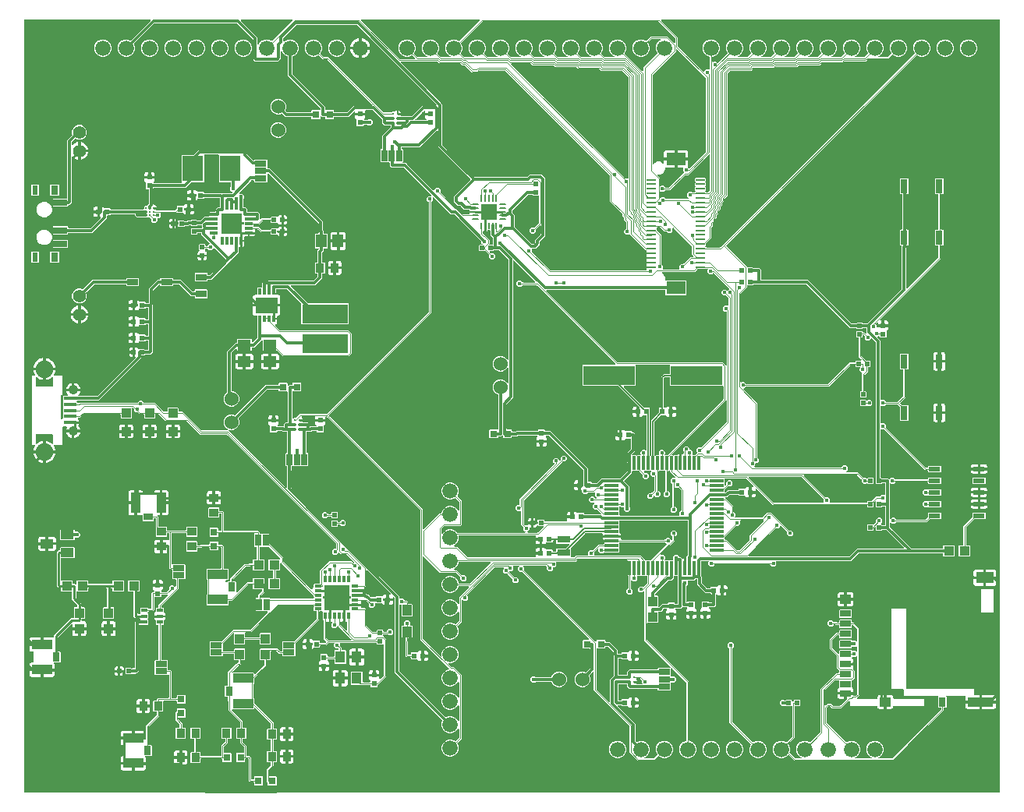
<source format=gbr>
G04 EAGLE Gerber RS-274X export*
G75*
%MOMM*%
%FSLAX34Y34*%
%LPD*%
%INTop Copper*%
%IPPOS*%
%AMOC8*
5,1,8,0,0,1.08239X$1,22.5*%
G01*
%ADD10R,1.500000X0.300000*%
%ADD11R,0.300000X1.500000*%
%ADD12R,1.350000X0.400000*%
%ADD13C,1.050000*%
%ADD14C,1.900000*%
%ADD15R,1.000000X1.000000*%
%ADD16R,2.286000X2.794000*%
%ADD17C,1.422400*%
%ADD18R,1.200000X0.700000*%
%ADD19R,1.200000X0.800000*%
%ADD20R,0.812800X0.304800*%
%ADD21R,0.304800X0.812800*%
%ADD22R,2.200000X2.200000*%
%ADD23R,0.500000X0.500000*%
%ADD24R,0.620000X0.620000*%
%ADD25R,1.200000X1.000000*%
%ADD26R,0.800000X1.000000*%
%ADD27R,2.800000X1.000000*%
%ADD28R,1.900000X1.300000*%
%ADD29R,0.762000X1.524000*%
%ADD30R,2.700000X2.700000*%
%ADD31R,0.300000X0.800000*%
%ADD32R,0.800000X0.300000*%
%ADD33R,0.700000X0.400000*%
%ADD34R,2.200000X1.050000*%
%ADD35R,1.400000X1.000000*%
%ADD36R,5.600000X2.100000*%
%ADD37R,1.270000X0.508000*%
%ADD38R,1.000000X1.100000*%
%ADD39C,0.240031*%
%ADD40C,0.254000*%
%ADD41R,1.100000X1.000000*%
%ADD42R,0.800000X0.800000*%
%ADD43C,0.200000*%
%ADD44R,1.800000X1.800000*%
%ADD45R,1.000000X0.250000*%
%ADD46R,2.100000X1.400000*%
%ADD47R,1.100000X1.300000*%
%ADD48R,1.400000X0.750000*%
%ADD49C,1.676400*%
%ADD50R,1.050000X2.200000*%
%ADD51R,1.000000X0.800000*%
%ADD52R,1.500000X0.700000*%
%ADD53R,0.600000X1.000000*%
%ADD54R,1.150000X1.450000*%
%ADD55R,0.950000X1.000000*%
%ADD56R,0.304800X0.787400*%
%ADD57R,2.489200X1.752600*%
%ADD58R,5.000000X2.100000*%
%ADD59R,1.450000X1.150000*%
%ADD60R,1.000000X1.150000*%
%ADD61R,1.000000X0.950000*%
%ADD62R,1.270000X0.635000*%
%ADD63R,0.635000X1.270000*%
%ADD64C,1.524000*%
%ADD65C,0.088900*%
%ADD66C,0.406400*%
%ADD67C,0.304800*%
%ADD68C,0.152400*%
%ADD69C,0.127000*%
%ADD70C,0.279400*%
%ADD71C,0.254000*%
%ADD72C,0.553200*%

G36*
X1062048Y3814D02*
X1062048Y3814D01*
X1062067Y3812D01*
X1062169Y3834D01*
X1062271Y3850D01*
X1062288Y3860D01*
X1062308Y3864D01*
X1062397Y3917D01*
X1062488Y3966D01*
X1062502Y3980D01*
X1062519Y3990D01*
X1062586Y4069D01*
X1062658Y4144D01*
X1062666Y4162D01*
X1062679Y4177D01*
X1062718Y4273D01*
X1062761Y4367D01*
X1062763Y4387D01*
X1062771Y4405D01*
X1062789Y4572D01*
X1062789Y843028D01*
X1062786Y843048D01*
X1062788Y843067D01*
X1062766Y843169D01*
X1062750Y843271D01*
X1062740Y843288D01*
X1062736Y843308D01*
X1062683Y843397D01*
X1062634Y843488D01*
X1062620Y843502D01*
X1062610Y843519D01*
X1062531Y843586D01*
X1062456Y843658D01*
X1062438Y843666D01*
X1062423Y843679D01*
X1062327Y843718D01*
X1062233Y843761D01*
X1062213Y843763D01*
X1062195Y843771D01*
X1062028Y843789D01*
X695619Y843789D01*
X695549Y843778D01*
X695477Y843776D01*
X695428Y843758D01*
X695377Y843750D01*
X695313Y843716D01*
X695246Y843691D01*
X695205Y843659D01*
X695159Y843634D01*
X695110Y843582D01*
X695054Y843538D01*
X695026Y843494D01*
X694990Y843456D01*
X694960Y843391D01*
X694921Y843331D01*
X694908Y843280D01*
X694886Y843233D01*
X694878Y843162D01*
X694861Y843092D01*
X694865Y843040D01*
X694859Y842989D01*
X694874Y842918D01*
X694880Y842847D01*
X694900Y842799D01*
X694911Y842748D01*
X694948Y842687D01*
X694976Y842621D01*
X695021Y842565D01*
X695038Y842537D01*
X695055Y842522D01*
X695081Y842490D01*
X713042Y824529D01*
X713042Y815192D01*
X713057Y815102D01*
X713064Y815011D01*
X713077Y814981D01*
X713082Y814949D01*
X713125Y814869D01*
X713160Y814785D01*
X713186Y814753D01*
X713197Y814732D01*
X713220Y814710D01*
X713265Y814654D01*
X740634Y787285D01*
X740692Y787243D01*
X740744Y787194D01*
X740791Y787172D01*
X740833Y787142D01*
X740902Y787121D01*
X740967Y787090D01*
X741019Y787085D01*
X741069Y787069D01*
X741140Y787071D01*
X741211Y787063D01*
X741262Y787074D01*
X741314Y787076D01*
X741382Y787100D01*
X741452Y787115D01*
X741497Y787142D01*
X741545Y787160D01*
X741601Y787205D01*
X741663Y787242D01*
X741697Y787281D01*
X741737Y787314D01*
X741776Y787374D01*
X741823Y787429D01*
X741842Y787477D01*
X741870Y787521D01*
X741888Y787590D01*
X741915Y787657D01*
X741923Y787728D01*
X741927Y787746D01*
X743868Y789687D01*
X746604Y789687D01*
X746666Y789625D01*
X746724Y789583D01*
X746776Y789533D01*
X746824Y789511D01*
X746866Y789481D01*
X746935Y789460D01*
X747000Y789430D01*
X747051Y789424D01*
X747101Y789409D01*
X747173Y789410D01*
X747244Y789403D01*
X747295Y789414D01*
X747347Y789415D01*
X747414Y789440D01*
X747484Y789455D01*
X747529Y789482D01*
X747578Y789499D01*
X747634Y789544D01*
X747695Y789581D01*
X747729Y789621D01*
X747770Y789653D01*
X747809Y789713D01*
X747855Y789768D01*
X747875Y789816D01*
X747903Y789860D01*
X747920Y789929D01*
X747947Y789996D01*
X747955Y790067D01*
X747963Y790099D01*
X747961Y790122D01*
X747966Y790163D01*
X747966Y802808D01*
X747947Y802923D01*
X747930Y803039D01*
X747927Y803045D01*
X747926Y803051D01*
X747872Y803154D01*
X747818Y803259D01*
X747814Y803263D01*
X747811Y803268D01*
X747727Y803348D01*
X747643Y803431D01*
X747636Y803434D01*
X747633Y803438D01*
X747616Y803446D01*
X747496Y803512D01*
X744048Y804940D01*
X741440Y807548D01*
X740028Y810956D01*
X740028Y814644D01*
X741440Y818052D01*
X744048Y820660D01*
X747456Y822072D01*
X751144Y822072D01*
X754552Y820660D01*
X757160Y818052D01*
X758572Y814644D01*
X758572Y810956D01*
X757160Y807548D01*
X754552Y804940D01*
X751104Y803512D01*
X751005Y803450D01*
X750905Y803390D01*
X750900Y803385D01*
X750895Y803382D01*
X750821Y803292D01*
X750745Y803203D01*
X750742Y803197D01*
X750738Y803193D01*
X750697Y803085D01*
X750653Y802975D01*
X750652Y802968D01*
X750650Y802963D01*
X750649Y802945D01*
X750634Y802808D01*
X750634Y798291D01*
X750646Y798220D01*
X750648Y798148D01*
X750666Y798099D01*
X750674Y798048D01*
X750707Y797985D01*
X750732Y797917D01*
X750765Y797877D01*
X750789Y797831D01*
X750841Y797781D01*
X750886Y797725D01*
X750930Y797697D01*
X750967Y797661D01*
X751032Y797631D01*
X751093Y797592D01*
X751143Y797580D01*
X751190Y797558D01*
X751262Y797550D01*
X751331Y797532D01*
X751383Y797536D01*
X751435Y797531D01*
X751505Y797546D01*
X751577Y797551D01*
X751624Y797572D01*
X751675Y797583D01*
X751737Y797620D01*
X751803Y797648D01*
X751859Y797693D01*
X751886Y797709D01*
X751902Y797727D01*
X751934Y797753D01*
X751996Y797815D01*
X754732Y797815D01*
X755742Y796805D01*
X755758Y796793D01*
X755770Y796778D01*
X755857Y796722D01*
X755941Y796662D01*
X755960Y796656D01*
X755977Y796645D01*
X756078Y796620D01*
X756176Y796589D01*
X756196Y796590D01*
X756216Y796585D01*
X756319Y796593D01*
X756422Y796596D01*
X756441Y796602D01*
X756461Y796604D01*
X756556Y796644D01*
X756653Y796680D01*
X756669Y796693D01*
X756687Y796700D01*
X756818Y796805D01*
X766691Y806678D01*
X766760Y806774D01*
X766829Y806867D01*
X766831Y806873D01*
X766835Y806878D01*
X766869Y806989D01*
X766906Y807101D01*
X766905Y807107D01*
X766907Y807113D01*
X766904Y807230D01*
X766903Y807347D01*
X766901Y807354D01*
X766901Y807359D01*
X766895Y807376D01*
X766856Y807508D01*
X765428Y810956D01*
X765428Y814644D01*
X766840Y818052D01*
X769448Y820660D01*
X772856Y822072D01*
X776544Y822072D01*
X779952Y820660D01*
X782560Y818052D01*
X783972Y814644D01*
X783972Y810956D01*
X782560Y807548D01*
X779952Y804940D01*
X778704Y804423D01*
X778621Y804371D01*
X778535Y804326D01*
X778517Y804307D01*
X778495Y804293D01*
X778432Y804218D01*
X778366Y804148D01*
X778355Y804124D01*
X778338Y804104D01*
X778303Y804013D01*
X778262Y803924D01*
X778259Y803898D01*
X778250Y803874D01*
X778246Y803777D01*
X778235Y803680D01*
X778240Y803655D01*
X778239Y803628D01*
X778266Y803535D01*
X778287Y803440D01*
X778301Y803417D01*
X778308Y803392D01*
X778363Y803312D01*
X778413Y803229D01*
X778433Y803212D01*
X778448Y803190D01*
X778526Y803132D01*
X778600Y803069D01*
X778625Y803059D01*
X778645Y803043D01*
X778738Y803013D01*
X778828Y802977D01*
X778861Y802973D01*
X778879Y802967D01*
X778912Y802967D01*
X778995Y802958D01*
X788056Y802958D01*
X788146Y802973D01*
X788237Y802980D01*
X788267Y802993D01*
X788299Y802998D01*
X788379Y803041D01*
X788463Y803076D01*
X788495Y803102D01*
X788516Y803113D01*
X788538Y803136D01*
X788594Y803181D01*
X792091Y806678D01*
X792160Y806773D01*
X792229Y806867D01*
X792231Y806873D01*
X792235Y806878D01*
X792269Y806989D01*
X792306Y807101D01*
X792305Y807107D01*
X792307Y807113D01*
X792304Y807230D01*
X792303Y807347D01*
X792301Y807354D01*
X792301Y807359D01*
X792295Y807377D01*
X792256Y807508D01*
X790828Y810956D01*
X790828Y814644D01*
X792240Y818052D01*
X794848Y820660D01*
X798256Y822072D01*
X801944Y822072D01*
X805352Y820660D01*
X807960Y818052D01*
X809372Y814644D01*
X809372Y810956D01*
X807960Y807548D01*
X805352Y804940D01*
X804104Y804423D01*
X804021Y804371D01*
X803935Y804326D01*
X803917Y804307D01*
X803895Y804293D01*
X803832Y804218D01*
X803766Y804148D01*
X803755Y804124D01*
X803738Y804104D01*
X803703Y804013D01*
X803662Y803924D01*
X803659Y803898D01*
X803650Y803874D01*
X803646Y803777D01*
X803635Y803680D01*
X803640Y803655D01*
X803639Y803628D01*
X803666Y803535D01*
X803687Y803440D01*
X803701Y803417D01*
X803708Y803392D01*
X803763Y803312D01*
X803813Y803229D01*
X803833Y803212D01*
X803848Y803190D01*
X803926Y803132D01*
X804000Y803069D01*
X804024Y803059D01*
X804045Y803043D01*
X804138Y803013D01*
X804228Y802977D01*
X804261Y802973D01*
X804279Y802967D01*
X804312Y802967D01*
X804395Y802958D01*
X813456Y802958D01*
X813546Y802973D01*
X813637Y802980D01*
X813667Y802993D01*
X813699Y802998D01*
X813779Y803041D01*
X813863Y803076D01*
X813896Y803102D01*
X813916Y803113D01*
X813938Y803136D01*
X813994Y803181D01*
X817491Y806678D01*
X817560Y806774D01*
X817629Y806867D01*
X817631Y806873D01*
X817635Y806878D01*
X817669Y806989D01*
X817706Y807101D01*
X817705Y807107D01*
X817707Y807113D01*
X817704Y807230D01*
X817703Y807347D01*
X817701Y807354D01*
X817701Y807359D01*
X817695Y807376D01*
X817656Y807508D01*
X816228Y810956D01*
X816228Y814644D01*
X817640Y818052D01*
X820248Y820660D01*
X823656Y822072D01*
X827344Y822072D01*
X830752Y820660D01*
X833360Y818052D01*
X834772Y814644D01*
X834772Y810956D01*
X833360Y807548D01*
X830752Y804940D01*
X829504Y804423D01*
X829421Y804371D01*
X829335Y804326D01*
X829317Y804307D01*
X829295Y804293D01*
X829232Y804218D01*
X829166Y804148D01*
X829155Y804124D01*
X829138Y804104D01*
X829103Y804013D01*
X829062Y803924D01*
X829059Y803898D01*
X829050Y803874D01*
X829046Y803777D01*
X829035Y803680D01*
X829040Y803655D01*
X829039Y803628D01*
X829066Y803535D01*
X829087Y803440D01*
X829101Y803417D01*
X829108Y803392D01*
X829163Y803312D01*
X829213Y803229D01*
X829233Y803212D01*
X829248Y803190D01*
X829326Y803132D01*
X829400Y803069D01*
X829424Y803059D01*
X829445Y803043D01*
X829538Y803013D01*
X829628Y802977D01*
X829661Y802973D01*
X829679Y802967D01*
X829712Y802967D01*
X829795Y802958D01*
X838856Y802958D01*
X838946Y802973D01*
X839037Y802980D01*
X839067Y802993D01*
X839099Y802998D01*
X839179Y803041D01*
X839263Y803076D01*
X839296Y803102D01*
X839316Y803113D01*
X839338Y803136D01*
X839394Y803181D01*
X842891Y806678D01*
X842960Y806774D01*
X843029Y806867D01*
X843031Y806873D01*
X843035Y806878D01*
X843069Y806989D01*
X843106Y807101D01*
X843105Y807107D01*
X843107Y807113D01*
X843104Y807230D01*
X843103Y807347D01*
X843101Y807354D01*
X843101Y807359D01*
X843095Y807376D01*
X843056Y807508D01*
X841628Y810956D01*
X841628Y814644D01*
X843040Y818052D01*
X845648Y820660D01*
X849056Y822072D01*
X852744Y822072D01*
X856152Y820660D01*
X858760Y818052D01*
X860172Y814644D01*
X860172Y810956D01*
X858760Y807548D01*
X856152Y804940D01*
X854904Y804423D01*
X854821Y804371D01*
X854735Y804326D01*
X854717Y804307D01*
X854695Y804293D01*
X854632Y804218D01*
X854566Y804148D01*
X854555Y804124D01*
X854538Y804104D01*
X854503Y804013D01*
X854462Y803924D01*
X854459Y803898D01*
X854450Y803874D01*
X854446Y803777D01*
X854435Y803680D01*
X854440Y803655D01*
X854439Y803628D01*
X854466Y803535D01*
X854487Y803440D01*
X854501Y803417D01*
X854508Y803392D01*
X854563Y803312D01*
X854613Y803229D01*
X854633Y803212D01*
X854648Y803190D01*
X854726Y803132D01*
X854800Y803069D01*
X854824Y803059D01*
X854845Y803043D01*
X854938Y803013D01*
X855028Y802977D01*
X855061Y802973D01*
X855079Y802967D01*
X855112Y802967D01*
X855195Y802958D01*
X864256Y802958D01*
X864346Y802973D01*
X864437Y802980D01*
X864467Y802993D01*
X864499Y802998D01*
X864579Y803041D01*
X864663Y803076D01*
X864696Y803102D01*
X864716Y803113D01*
X864738Y803136D01*
X864794Y803181D01*
X868291Y806678D01*
X868360Y806774D01*
X868429Y806867D01*
X868431Y806873D01*
X868435Y806878D01*
X868469Y806989D01*
X868506Y807101D01*
X868505Y807107D01*
X868507Y807113D01*
X868504Y807230D01*
X868503Y807347D01*
X868501Y807354D01*
X868501Y807359D01*
X868495Y807376D01*
X868456Y807508D01*
X867028Y810956D01*
X867028Y814644D01*
X868440Y818052D01*
X871048Y820660D01*
X874456Y822072D01*
X878144Y822072D01*
X881552Y820660D01*
X884160Y818052D01*
X885572Y814644D01*
X885572Y810956D01*
X884160Y807548D01*
X881552Y804940D01*
X880304Y804423D01*
X880221Y804371D01*
X880135Y804326D01*
X880117Y804307D01*
X880095Y804293D01*
X880032Y804218D01*
X879966Y804148D01*
X879955Y804124D01*
X879938Y804104D01*
X879903Y804013D01*
X879862Y803924D01*
X879859Y803898D01*
X879850Y803874D01*
X879846Y803777D01*
X879835Y803680D01*
X879840Y803655D01*
X879839Y803628D01*
X879866Y803535D01*
X879887Y803440D01*
X879901Y803417D01*
X879908Y803392D01*
X879963Y803312D01*
X880013Y803229D01*
X880033Y803212D01*
X880048Y803190D01*
X880126Y803132D01*
X880200Y803069D01*
X880224Y803059D01*
X880245Y803043D01*
X880338Y803013D01*
X880428Y802977D01*
X880461Y802973D01*
X880479Y802967D01*
X880512Y802967D01*
X880595Y802958D01*
X889656Y802958D01*
X889746Y802973D01*
X889837Y802980D01*
X889867Y802993D01*
X889899Y802998D01*
X889979Y803041D01*
X890063Y803076D01*
X890096Y803102D01*
X890116Y803113D01*
X890138Y803136D01*
X890194Y803181D01*
X893691Y806678D01*
X893760Y806774D01*
X893829Y806867D01*
X893831Y806873D01*
X893835Y806878D01*
X893869Y806989D01*
X893906Y807101D01*
X893905Y807107D01*
X893907Y807113D01*
X893904Y807230D01*
X893903Y807347D01*
X893901Y807354D01*
X893901Y807359D01*
X893895Y807376D01*
X893856Y807508D01*
X892428Y810956D01*
X892428Y814644D01*
X893840Y818052D01*
X896448Y820660D01*
X899856Y822072D01*
X903544Y822072D01*
X906952Y820660D01*
X909560Y818052D01*
X910972Y814644D01*
X910972Y810956D01*
X909560Y807548D01*
X906952Y804940D01*
X905704Y804423D01*
X905621Y804371D01*
X905535Y804326D01*
X905517Y804307D01*
X905495Y804293D01*
X905432Y804218D01*
X905366Y804148D01*
X905355Y804124D01*
X905338Y804104D01*
X905303Y804013D01*
X905262Y803924D01*
X905259Y803898D01*
X905250Y803874D01*
X905246Y803777D01*
X905235Y803680D01*
X905240Y803655D01*
X905239Y803628D01*
X905266Y803535D01*
X905287Y803440D01*
X905301Y803417D01*
X905308Y803392D01*
X905363Y803312D01*
X905413Y803229D01*
X905433Y803212D01*
X905448Y803190D01*
X905526Y803132D01*
X905600Y803069D01*
X905624Y803059D01*
X905645Y803043D01*
X905738Y803013D01*
X905828Y802977D01*
X905861Y802973D01*
X905879Y802967D01*
X905912Y802967D01*
X905995Y802958D01*
X915056Y802958D01*
X915146Y802973D01*
X915237Y802980D01*
X915267Y802993D01*
X915299Y802998D01*
X915379Y803041D01*
X915463Y803076D01*
X915496Y803102D01*
X915516Y803113D01*
X915538Y803136D01*
X915594Y803181D01*
X919091Y806678D01*
X919160Y806774D01*
X919229Y806867D01*
X919231Y806873D01*
X919235Y806878D01*
X919269Y806989D01*
X919306Y807101D01*
X919305Y807107D01*
X919307Y807113D01*
X919304Y807230D01*
X919303Y807347D01*
X919301Y807354D01*
X919301Y807359D01*
X919295Y807376D01*
X919256Y807508D01*
X917828Y810956D01*
X917828Y814644D01*
X919240Y818052D01*
X921848Y820660D01*
X925256Y822072D01*
X928944Y822072D01*
X932352Y820660D01*
X934960Y818052D01*
X936372Y814644D01*
X936372Y810956D01*
X934960Y807548D01*
X932352Y804940D01*
X931104Y804423D01*
X931021Y804371D01*
X930935Y804326D01*
X930917Y804307D01*
X930895Y804293D01*
X930832Y804218D01*
X930766Y804148D01*
X930755Y804124D01*
X930738Y804104D01*
X930703Y804013D01*
X930662Y803924D01*
X930659Y803898D01*
X930650Y803874D01*
X930646Y803777D01*
X930635Y803680D01*
X930640Y803655D01*
X930639Y803628D01*
X930666Y803535D01*
X930687Y803440D01*
X930701Y803417D01*
X930708Y803392D01*
X930763Y803312D01*
X930813Y803229D01*
X930833Y803212D01*
X930848Y803190D01*
X930926Y803132D01*
X931000Y803069D01*
X931024Y803059D01*
X931045Y803043D01*
X931138Y803013D01*
X931228Y802977D01*
X931261Y802973D01*
X931279Y802967D01*
X931312Y802967D01*
X931395Y802958D01*
X940456Y802958D01*
X940546Y802973D01*
X940637Y802980D01*
X940667Y802993D01*
X940699Y802998D01*
X940779Y803041D01*
X940863Y803076D01*
X940896Y803102D01*
X940916Y803113D01*
X940938Y803136D01*
X940994Y803181D01*
X944491Y806678D01*
X944560Y806774D01*
X944629Y806867D01*
X944631Y806873D01*
X944635Y806878D01*
X944669Y806989D01*
X944706Y807101D01*
X944705Y807107D01*
X944707Y807113D01*
X944704Y807230D01*
X944703Y807347D01*
X944701Y807354D01*
X944701Y807359D01*
X944695Y807376D01*
X944656Y807508D01*
X943228Y810956D01*
X943228Y814644D01*
X944640Y818052D01*
X947248Y820660D01*
X950656Y822072D01*
X954344Y822072D01*
X957752Y820660D01*
X960360Y818052D01*
X961772Y814644D01*
X961772Y810956D01*
X960360Y807548D01*
X957752Y804940D01*
X954344Y803528D01*
X950656Y803528D01*
X947208Y804956D01*
X947094Y804983D01*
X946981Y805012D01*
X946975Y805011D01*
X946968Y805013D01*
X946852Y805002D01*
X946736Y804993D01*
X946730Y804990D01*
X946724Y804990D01*
X946616Y804942D01*
X946509Y804896D01*
X946503Y804892D01*
X946499Y804890D01*
X946485Y804877D01*
X946378Y804791D01*
X941877Y800290D01*
X919332Y800290D01*
X919242Y800275D01*
X919151Y800268D01*
X919121Y800255D01*
X919089Y800250D01*
X919009Y800207D01*
X918925Y800172D01*
X918893Y800146D01*
X918872Y800135D01*
X918850Y800112D01*
X918794Y800067D01*
X916985Y798258D01*
X894440Y798258D01*
X894350Y798243D01*
X894259Y798236D01*
X894229Y798223D01*
X894197Y798218D01*
X894117Y798175D01*
X894033Y798140D01*
X894001Y798114D01*
X893980Y798103D01*
X893958Y798080D01*
X893902Y798035D01*
X892093Y796226D01*
X869548Y796226D01*
X869458Y796211D01*
X869367Y796204D01*
X869337Y796191D01*
X869305Y796186D01*
X869225Y796143D01*
X869141Y796108D01*
X869109Y796082D01*
X869088Y796071D01*
X869066Y796048D01*
X869010Y796003D01*
X867201Y794194D01*
X844656Y794194D01*
X844566Y794179D01*
X844475Y794172D01*
X844445Y794159D01*
X844413Y794154D01*
X844333Y794111D01*
X844249Y794076D01*
X844217Y794050D01*
X844196Y794039D01*
X844174Y794016D01*
X844118Y793971D01*
X842309Y792162D01*
X819764Y792162D01*
X819674Y792147D01*
X819583Y792140D01*
X819553Y792127D01*
X819521Y792122D01*
X819441Y792079D01*
X819357Y792044D01*
X819325Y792018D01*
X819304Y792007D01*
X819282Y791984D01*
X819226Y791939D01*
X817417Y790130D01*
X794872Y790130D01*
X794782Y790115D01*
X794691Y790108D01*
X794661Y790095D01*
X794629Y790090D01*
X794549Y790047D01*
X794465Y790012D01*
X794432Y789986D01*
X794412Y789975D01*
X794390Y789952D01*
X794334Y789907D01*
X792525Y788098D01*
X769980Y788098D01*
X769890Y788083D01*
X769799Y788076D01*
X769769Y788063D01*
X769737Y788058D01*
X769657Y788015D01*
X769573Y787980D01*
X769541Y787954D01*
X769520Y787943D01*
X769498Y787920D01*
X769442Y787875D01*
X767113Y785546D01*
X767060Y785472D01*
X767001Y785403D01*
X766988Y785373D01*
X766970Y785347D01*
X766943Y785260D01*
X766909Y785175D01*
X766904Y785134D01*
X766897Y785111D01*
X766898Y785079D01*
X766890Y785008D01*
X766890Y652735D01*
X763557Y649402D01*
X763504Y649328D01*
X763445Y649259D01*
X763432Y649229D01*
X763414Y649203D01*
X763387Y649116D01*
X763353Y649031D01*
X763348Y648990D01*
X763341Y648967D01*
X763342Y648935D01*
X763334Y648864D01*
X763334Y646639D01*
X761525Y644830D01*
X761472Y644756D01*
X761413Y644687D01*
X761400Y644657D01*
X761382Y644631D01*
X761355Y644544D01*
X761321Y644459D01*
X761316Y644418D01*
X761309Y644395D01*
X761310Y644363D01*
X761302Y644292D01*
X761302Y642067D01*
X759493Y640258D01*
X759440Y640184D01*
X759381Y640115D01*
X759368Y640085D01*
X759350Y640059D01*
X759323Y639972D01*
X759289Y639887D01*
X759284Y639846D01*
X759277Y639823D01*
X759278Y639791D01*
X759270Y639720D01*
X759270Y637495D01*
X757461Y635686D01*
X757408Y635612D01*
X757349Y635543D01*
X757336Y635513D01*
X757318Y635487D01*
X757291Y635400D01*
X757257Y635315D01*
X757252Y635274D01*
X757245Y635251D01*
X757246Y635219D01*
X757238Y635148D01*
X757238Y633431D01*
X755429Y631622D01*
X755378Y631551D01*
X755338Y631509D01*
X755333Y631498D01*
X755317Y631479D01*
X755304Y631449D01*
X755286Y631423D01*
X755262Y631344D01*
X755234Y631286D01*
X755233Y631271D01*
X755225Y631251D01*
X755220Y631210D01*
X755213Y631187D01*
X755214Y631155D01*
X755206Y631084D01*
X755206Y628859D01*
X753397Y627050D01*
X753355Y626992D01*
X753307Y626941D01*
X753299Y626924D01*
X753285Y626907D01*
X753272Y626877D01*
X753254Y626851D01*
X753231Y626778D01*
X753204Y626718D01*
X753202Y626701D01*
X753193Y626679D01*
X753188Y626638D01*
X753181Y626615D01*
X753182Y626583D01*
X753174Y626512D01*
X753174Y624287D01*
X751365Y622478D01*
X751323Y622419D01*
X751280Y622374D01*
X751272Y622358D01*
X751253Y622335D01*
X751240Y622305D01*
X751222Y622279D01*
X751195Y622192D01*
X751194Y622189D01*
X751176Y622151D01*
X751175Y622143D01*
X751161Y622107D01*
X751156Y622066D01*
X751149Y622043D01*
X751150Y622011D01*
X751142Y621940D01*
X751142Y619715D01*
X749333Y617906D01*
X749290Y617846D01*
X749252Y617806D01*
X749246Y617792D01*
X749221Y617763D01*
X749208Y617733D01*
X749190Y617707D01*
X749163Y617619D01*
X749129Y617535D01*
X749124Y617494D01*
X749117Y617471D01*
X749118Y617439D01*
X749110Y617368D01*
X749110Y605999D01*
X743813Y600702D01*
X743760Y600628D01*
X743700Y600558D01*
X743688Y600528D01*
X743669Y600502D01*
X743642Y600415D01*
X743608Y600330D01*
X743604Y600289D01*
X743597Y600267D01*
X743598Y600235D01*
X743590Y600164D01*
X743590Y598181D01*
X743247Y597838D01*
X743235Y597822D01*
X743219Y597810D01*
X743163Y597723D01*
X743103Y597639D01*
X743097Y597620D01*
X743086Y597603D01*
X743061Y597502D01*
X743031Y597403D01*
X743031Y597384D01*
X743026Y597364D01*
X743034Y597261D01*
X743037Y597158D01*
X743044Y597139D01*
X743045Y597119D01*
X743086Y597024D01*
X743121Y596927D01*
X743134Y596911D01*
X743142Y596893D01*
X743247Y596762D01*
X743583Y596425D01*
X743657Y596372D01*
X743726Y596313D01*
X743757Y596301D01*
X743783Y596282D01*
X743870Y596255D01*
X743955Y596221D01*
X743995Y596216D01*
X744018Y596209D01*
X744050Y596210D01*
X744121Y596202D01*
X759100Y596202D01*
X759190Y596217D01*
X759281Y596224D01*
X759311Y596237D01*
X759343Y596242D01*
X759423Y596285D01*
X759507Y596320D01*
X759540Y596346D01*
X759560Y596357D01*
X759582Y596380D01*
X759638Y596425D01*
X761713Y598500D01*
X762940Y599727D01*
X969891Y806678D01*
X969960Y806773D01*
X970029Y806867D01*
X970031Y806873D01*
X970035Y806878D01*
X970069Y806989D01*
X970106Y807101D01*
X970105Y807107D01*
X970107Y807113D01*
X970104Y807230D01*
X970103Y807347D01*
X970101Y807354D01*
X970101Y807359D01*
X970095Y807377D01*
X970056Y807508D01*
X968628Y810956D01*
X968628Y814644D01*
X970040Y818052D01*
X972648Y820660D01*
X976056Y822072D01*
X979744Y822072D01*
X983152Y820660D01*
X985760Y818052D01*
X987172Y814644D01*
X987172Y810956D01*
X985760Y807548D01*
X983152Y804940D01*
X979744Y803528D01*
X976056Y803528D01*
X972608Y804956D01*
X972494Y804983D01*
X972381Y805012D01*
X972375Y805011D01*
X972368Y805013D01*
X972252Y805002D01*
X972136Y804993D01*
X972130Y804990D01*
X972124Y804990D01*
X972016Y804942D01*
X971909Y804896D01*
X971903Y804892D01*
X971899Y804890D01*
X971885Y804877D01*
X971778Y804791D01*
X765695Y598708D01*
X765684Y598692D01*
X765668Y598680D01*
X765612Y598592D01*
X765552Y598509D01*
X765546Y598490D01*
X765535Y598473D01*
X765510Y598372D01*
X765479Y598273D01*
X765480Y598254D01*
X765475Y598234D01*
X765483Y598131D01*
X765486Y598028D01*
X765493Y598009D01*
X765494Y597989D01*
X765534Y597894D01*
X765570Y597797D01*
X765583Y597781D01*
X765590Y597763D01*
X765695Y597632D01*
X788214Y575113D01*
X788288Y575060D01*
X788358Y575000D01*
X788388Y574988D01*
X788414Y574969D01*
X788501Y574942D01*
X788586Y574908D01*
X788627Y574904D01*
X788649Y574897D01*
X788681Y574898D01*
X788752Y574890D01*
X794769Y574890D01*
X795462Y574197D01*
X795469Y574184D01*
X795504Y574154D01*
X795513Y574146D01*
X795522Y574139D01*
X795548Y574117D01*
X795623Y574045D01*
X795641Y574037D01*
X795656Y574024D01*
X795752Y573985D01*
X795846Y573942D01*
X795866Y573940D01*
X795884Y573932D01*
X796051Y573914D01*
X801608Y573914D01*
X803530Y571992D01*
X803530Y561467D01*
X803533Y561447D01*
X803531Y561428D01*
X803553Y561326D01*
X803569Y561224D01*
X803579Y561207D01*
X803583Y561187D01*
X803636Y561098D01*
X803685Y561007D01*
X803699Y560993D01*
X803709Y560976D01*
X803788Y560909D01*
X803863Y560837D01*
X803881Y560829D01*
X803896Y560816D01*
X803992Y560777D01*
X804086Y560734D01*
X804106Y560732D01*
X804124Y560724D01*
X804291Y560706D01*
X854440Y560706D01*
X901461Y513685D01*
X901535Y513632D01*
X901604Y513572D01*
X901634Y513560D01*
X901661Y513541D01*
X901748Y513514D01*
X901832Y513480D01*
X901873Y513476D01*
X901896Y513469D01*
X901928Y513470D01*
X901999Y513462D01*
X906439Y513462D01*
X906459Y513465D01*
X906478Y513463D01*
X906580Y513485D01*
X906682Y513501D01*
X906699Y513511D01*
X906719Y513515D01*
X906808Y513568D01*
X906899Y513617D01*
X906913Y513631D01*
X906930Y513641D01*
X906997Y513720D01*
X907069Y513795D01*
X907077Y513813D01*
X907090Y513828D01*
X907129Y513924D01*
X907172Y514018D01*
X907174Y514038D01*
X907182Y514056D01*
X907185Y514083D01*
X907721Y514620D01*
X913459Y514620D01*
X914004Y514074D01*
X914019Y513980D01*
X914029Y513963D01*
X914033Y513943D01*
X914086Y513854D01*
X914135Y513763D01*
X914149Y513749D01*
X914159Y513732D01*
X914238Y513665D01*
X914313Y513593D01*
X914331Y513585D01*
X914346Y513572D01*
X914442Y513533D01*
X914536Y513490D01*
X914556Y513488D01*
X914574Y513480D01*
X914741Y513462D01*
X918165Y513462D01*
X918255Y513476D01*
X918346Y513484D01*
X918376Y513496D01*
X918408Y513501D01*
X918488Y513544D01*
X918572Y513580D01*
X918604Y513606D01*
X918625Y513617D01*
X918647Y513640D01*
X918703Y513685D01*
X955959Y550941D01*
X956012Y551015D01*
X956072Y551084D01*
X956084Y551114D01*
X956103Y551141D01*
X956130Y551228D01*
X956164Y551312D01*
X956168Y551353D01*
X956175Y551376D01*
X956174Y551408D01*
X956182Y551479D01*
X956182Y597447D01*
X956185Y597450D01*
X956206Y597519D01*
X956236Y597584D01*
X956242Y597636D01*
X956257Y597685D01*
X956255Y597757D01*
X956263Y597828D01*
X956252Y597879D01*
X956251Y597931D01*
X956226Y597999D01*
X956211Y598069D01*
X956184Y598113D01*
X956166Y598162D01*
X956121Y598218D01*
X956085Y598280D01*
X956045Y598314D01*
X956013Y598354D01*
X955952Y598393D01*
X955898Y598440D01*
X955849Y598459D01*
X955806Y598487D01*
X955736Y598505D01*
X955670Y598532D01*
X955599Y598540D01*
X955567Y598548D01*
X955544Y598546D01*
X955503Y598550D01*
X954671Y598550D01*
X954150Y599071D01*
X954150Y615049D01*
X954671Y615570D01*
X955929Y615570D01*
X955949Y615573D01*
X955968Y615571D01*
X956070Y615593D01*
X956172Y615609D01*
X956189Y615619D01*
X956209Y615623D01*
X956298Y615676D01*
X956389Y615725D01*
X956403Y615739D01*
X956420Y615749D01*
X956487Y615828D01*
X956559Y615903D01*
X956567Y615921D01*
X956580Y615936D01*
X956619Y616032D01*
X956662Y616126D01*
X956664Y616146D01*
X956672Y616164D01*
X956690Y616331D01*
X956690Y653669D01*
X956687Y653689D01*
X956689Y653708D01*
X956667Y653810D01*
X956651Y653912D01*
X956641Y653929D01*
X956637Y653949D01*
X956584Y654038D01*
X956535Y654129D01*
X956521Y654143D01*
X956511Y654160D01*
X956432Y654227D01*
X956357Y654299D01*
X956339Y654307D01*
X956324Y654320D01*
X956228Y654359D01*
X956134Y654402D01*
X956114Y654404D01*
X956096Y654412D01*
X955929Y654430D01*
X954671Y654430D01*
X954150Y654951D01*
X954150Y670929D01*
X954671Y671450D01*
X963029Y671450D01*
X963550Y670929D01*
X963550Y654951D01*
X963029Y654430D01*
X962279Y654430D01*
X962259Y654427D01*
X962240Y654429D01*
X962138Y654407D01*
X962036Y654391D01*
X962019Y654381D01*
X961999Y654377D01*
X961910Y654324D01*
X961819Y654275D01*
X961805Y654261D01*
X961788Y654251D01*
X961721Y654172D01*
X961649Y654097D01*
X961641Y654079D01*
X961628Y654064D01*
X961589Y653968D01*
X961546Y653874D01*
X961544Y653854D01*
X961536Y653836D01*
X961518Y653669D01*
X961518Y616331D01*
X961521Y616311D01*
X961519Y616292D01*
X961541Y616190D01*
X961557Y616088D01*
X961567Y616071D01*
X961571Y616051D01*
X961624Y615962D01*
X961673Y615871D01*
X961687Y615857D01*
X961697Y615840D01*
X961776Y615773D01*
X961851Y615701D01*
X961869Y615693D01*
X961884Y615680D01*
X961980Y615641D01*
X962074Y615598D01*
X962094Y615596D01*
X962112Y615588D01*
X962279Y615570D01*
X963029Y615570D01*
X963550Y615049D01*
X963550Y599071D01*
X963029Y598550D01*
X962279Y598550D01*
X962259Y598547D01*
X962240Y598549D01*
X962138Y598527D01*
X962036Y598511D01*
X962019Y598501D01*
X961999Y598497D01*
X961910Y598444D01*
X961819Y598395D01*
X961805Y598381D01*
X961788Y598371D01*
X961721Y598292D01*
X961649Y598217D01*
X961641Y598199D01*
X961628Y598184D01*
X961589Y598088D01*
X961546Y597994D01*
X961544Y597974D01*
X961536Y597956D01*
X961518Y597789D01*
X961518Y595900D01*
X961233Y595615D01*
X961180Y595541D01*
X961120Y595472D01*
X961108Y595442D01*
X961089Y595415D01*
X961062Y595328D01*
X961028Y595244D01*
X961024Y595203D01*
X961017Y595180D01*
X961018Y595148D01*
X961010Y595077D01*
X961010Y552238D01*
X961021Y552168D01*
X961023Y552096D01*
X961041Y552047D01*
X961049Y551996D01*
X961083Y551932D01*
X961108Y551865D01*
X961140Y551824D01*
X961165Y551778D01*
X961217Y551729D01*
X961261Y551673D01*
X961305Y551645D01*
X961343Y551609D01*
X961408Y551579D01*
X961468Y551540D01*
X961519Y551527D01*
X961566Y551505D01*
X961637Y551497D01*
X961707Y551480D01*
X961759Y551484D01*
X961810Y551478D01*
X961881Y551493D01*
X961952Y551499D01*
X962000Y551519D01*
X962051Y551530D01*
X962112Y551567D01*
X962178Y551595D01*
X962234Y551640D01*
X962262Y551657D01*
X962277Y551674D01*
X962309Y551700D01*
X995647Y585038D01*
X995700Y585112D01*
X995759Y585181D01*
X995772Y585211D01*
X995790Y585237D01*
X995817Y585324D01*
X995851Y585409D01*
X995856Y585450D01*
X995863Y585473D01*
X995862Y585505D01*
X995870Y585576D01*
X995870Y597789D01*
X995867Y597809D01*
X995869Y597828D01*
X995847Y597930D01*
X995830Y598032D01*
X995821Y598049D01*
X995816Y598069D01*
X995763Y598158D01*
X995715Y598249D01*
X995701Y598263D01*
X995690Y598280D01*
X995612Y598347D01*
X995537Y598419D01*
X995519Y598427D01*
X995503Y598440D01*
X995407Y598479D01*
X995314Y598522D01*
X995294Y598524D01*
X995275Y598532D01*
X995109Y598550D01*
X992771Y598550D01*
X992250Y599071D01*
X992250Y615049D01*
X992771Y615570D01*
X995109Y615570D01*
X995128Y615573D01*
X995148Y615571D01*
X995249Y615593D01*
X995351Y615609D01*
X995369Y615619D01*
X995388Y615623D01*
X995477Y615676D01*
X995569Y615725D01*
X995582Y615739D01*
X995599Y615749D01*
X995667Y615828D01*
X995738Y615903D01*
X995746Y615921D01*
X995759Y615936D01*
X995798Y616032D01*
X995842Y616126D01*
X995844Y616146D01*
X995851Y616164D01*
X995870Y616331D01*
X995870Y653669D01*
X995867Y653689D01*
X995869Y653708D01*
X995847Y653810D01*
X995830Y653912D01*
X995821Y653929D01*
X995816Y653949D01*
X995763Y654038D01*
X995715Y654129D01*
X995701Y654143D01*
X995690Y654160D01*
X995612Y654227D01*
X995537Y654299D01*
X995519Y654307D01*
X995503Y654320D01*
X995407Y654359D01*
X995314Y654402D01*
X995294Y654404D01*
X995275Y654412D01*
X995109Y654430D01*
X992771Y654430D01*
X992250Y654951D01*
X992250Y670929D01*
X992771Y671450D01*
X1001129Y671450D01*
X1001650Y670929D01*
X1001650Y654951D01*
X1001129Y654430D01*
X999299Y654430D01*
X999280Y654427D01*
X999260Y654429D01*
X999159Y654407D01*
X999057Y654391D01*
X999039Y654381D01*
X999020Y654377D01*
X998931Y654324D01*
X998839Y654275D01*
X998826Y654261D01*
X998809Y654251D01*
X998741Y654172D01*
X998670Y654097D01*
X998662Y654079D01*
X998649Y654064D01*
X998610Y653968D01*
X998566Y653874D01*
X998564Y653854D01*
X998557Y653836D01*
X998538Y653669D01*
X998538Y616331D01*
X998541Y616311D01*
X998539Y616292D01*
X998561Y616190D01*
X998578Y616088D01*
X998587Y616071D01*
X998592Y616051D01*
X998645Y615962D01*
X998693Y615871D01*
X998707Y615857D01*
X998718Y615840D01*
X998796Y615773D01*
X998871Y615701D01*
X998889Y615693D01*
X998905Y615680D01*
X999001Y615641D01*
X999094Y615598D01*
X999114Y615596D01*
X999133Y615588D01*
X999299Y615570D01*
X1001129Y615570D01*
X1001650Y615049D01*
X1001650Y599071D01*
X1001129Y598550D01*
X999299Y598550D01*
X999280Y598547D01*
X999260Y598549D01*
X999159Y598527D01*
X999057Y598511D01*
X999039Y598501D01*
X999020Y598497D01*
X998931Y598444D01*
X998839Y598395D01*
X998826Y598381D01*
X998809Y598371D01*
X998741Y598292D01*
X998670Y598217D01*
X998662Y598199D01*
X998649Y598184D01*
X998610Y598088D01*
X998566Y597994D01*
X998564Y597974D01*
X998557Y597956D01*
X998538Y597789D01*
X998538Y584155D01*
X997534Y583151D01*
X932553Y518170D01*
X932511Y518112D01*
X932462Y518060D01*
X932440Y518013D01*
X932410Y517971D01*
X932389Y517902D01*
X932358Y517837D01*
X932353Y517785D01*
X932337Y517735D01*
X932339Y517664D01*
X932331Y517593D01*
X932342Y517542D01*
X932344Y517490D01*
X932368Y517422D01*
X932383Y517352D01*
X932410Y517307D01*
X932428Y517259D01*
X932473Y517203D01*
X932510Y517141D01*
X932549Y517107D01*
X932582Y517067D01*
X932642Y517028D01*
X932697Y516981D01*
X932745Y516962D01*
X932789Y516934D01*
X932858Y516916D01*
X932925Y516889D01*
X932996Y516881D01*
X933027Y516873D01*
X933050Y516875D01*
X933091Y516871D01*
X934467Y516871D01*
X934467Y512753D01*
X930349Y512753D01*
X930349Y514129D01*
X930338Y514199D01*
X930336Y514271D01*
X930318Y514320D01*
X930310Y514371D01*
X930276Y514435D01*
X930251Y514502D01*
X930219Y514543D01*
X930194Y514589D01*
X930143Y514638D01*
X930098Y514694D01*
X930054Y514722D01*
X930016Y514758D01*
X929951Y514788D01*
X929891Y514827D01*
X929840Y514840D01*
X929793Y514862D01*
X929722Y514870D01*
X929652Y514887D01*
X929600Y514883D01*
X929549Y514889D01*
X929478Y514874D01*
X929407Y514868D01*
X929359Y514848D01*
X929308Y514837D01*
X929247Y514800D01*
X929181Y514772D01*
X929125Y514727D01*
X929097Y514710D01*
X929082Y514693D01*
X929050Y514667D01*
X927869Y513486D01*
X927858Y513470D01*
X927842Y513458D01*
X927786Y513370D01*
X927726Y513286D01*
X927720Y513268D01*
X927709Y513251D01*
X927684Y513150D01*
X927653Y513051D01*
X927654Y513031D01*
X927649Y513012D01*
X927657Y512909D01*
X927660Y512806D01*
X927666Y512787D01*
X927668Y512767D01*
X927708Y512672D01*
X927744Y512575D01*
X927757Y512559D01*
X927764Y512541D01*
X927869Y512410D01*
X928879Y511400D01*
X928879Y510468D01*
X928882Y510448D01*
X928880Y510429D01*
X928902Y510327D01*
X928918Y510225D01*
X928928Y510208D01*
X928932Y510188D01*
X928985Y510099D01*
X929034Y510008D01*
X929048Y509994D01*
X929058Y509977D01*
X929137Y509910D01*
X929212Y509839D01*
X929230Y509830D01*
X929245Y509817D01*
X929341Y509778D01*
X929435Y509735D01*
X929455Y509733D01*
X929473Y509725D01*
X929640Y509707D01*
X935228Y509707D01*
X935248Y509710D01*
X935267Y509708D01*
X935369Y509730D01*
X935471Y509747D01*
X935488Y509756D01*
X935508Y509760D01*
X935597Y509813D01*
X935688Y509862D01*
X935702Y509876D01*
X935719Y509886D01*
X935786Y509965D01*
X935857Y510040D01*
X935866Y510058D01*
X935879Y510073D01*
X935918Y510169D01*
X935961Y510263D01*
X935963Y510283D01*
X935971Y510301D01*
X935989Y510468D01*
X935989Y511231D01*
X935991Y511231D01*
X935991Y510468D01*
X935994Y510448D01*
X935992Y510429D01*
X936014Y510327D01*
X936031Y510225D01*
X936040Y510208D01*
X936044Y510188D01*
X936097Y510099D01*
X936146Y510008D01*
X936160Y509994D01*
X936170Y509977D01*
X936249Y509910D01*
X936324Y509839D01*
X936342Y509830D01*
X936357Y509817D01*
X936453Y509778D01*
X936547Y509735D01*
X936567Y509733D01*
X936585Y509725D01*
X936752Y509707D01*
X941631Y509707D01*
X941631Y507796D01*
X941458Y507149D01*
X941123Y506570D01*
X940650Y506097D01*
X940360Y505930D01*
X940308Y505887D01*
X940250Y505852D01*
X940213Y505809D01*
X940170Y505774D01*
X940134Y505717D01*
X940090Y505665D01*
X940069Y505613D01*
X940039Y505566D01*
X940024Y505500D01*
X939998Y505437D01*
X939989Y505358D01*
X939982Y505326D01*
X939984Y505306D01*
X939980Y505270D01*
X939980Y498761D01*
X939459Y498240D01*
X932521Y498240D01*
X932000Y498761D01*
X932000Y499280D01*
X931989Y499350D01*
X931987Y499422D01*
X931969Y499471D01*
X931961Y499522D01*
X931927Y499586D01*
X931902Y499653D01*
X931870Y499694D01*
X931845Y499740D01*
X931794Y499789D01*
X931749Y499845D01*
X931705Y499873D01*
X931667Y499909D01*
X931602Y499939D01*
X931542Y499978D01*
X931491Y499991D01*
X931444Y500013D01*
X931373Y500021D01*
X931303Y500038D01*
X931251Y500034D01*
X931200Y500040D01*
X931129Y500025D01*
X931058Y500019D01*
X931010Y499999D01*
X930959Y499988D01*
X930898Y499951D01*
X930832Y499923D01*
X930776Y499878D01*
X930748Y499861D01*
X930733Y499844D01*
X930701Y499818D01*
X930488Y499605D01*
X930432Y499604D01*
X930383Y499586D01*
X930331Y499578D01*
X930268Y499544D01*
X930201Y499519D01*
X930160Y499487D01*
X930114Y499462D01*
X930065Y499410D01*
X930009Y499366D01*
X929980Y499322D01*
X929945Y499284D01*
X929914Y499219D01*
X929876Y499159D01*
X929863Y499108D01*
X929841Y499061D01*
X929833Y498990D01*
X929816Y498920D01*
X929820Y498868D01*
X929814Y498817D01*
X929829Y498746D01*
X929835Y498675D01*
X929855Y498627D01*
X929866Y498576D01*
X929903Y498515D01*
X929931Y498449D01*
X929976Y498393D01*
X929992Y498365D01*
X930010Y498350D01*
X930036Y498318D01*
X931433Y496921D01*
X933070Y495284D01*
X933070Y431070D01*
X933081Y431000D01*
X933083Y430928D01*
X933101Y430879D01*
X933109Y430828D01*
X933143Y430764D01*
X933168Y430697D01*
X933200Y430656D01*
X933225Y430610D01*
X933276Y430561D01*
X933321Y430505D01*
X933365Y430477D01*
X933403Y430441D01*
X933468Y430411D01*
X933528Y430372D01*
X933579Y430359D01*
X933626Y430337D01*
X933697Y430329D01*
X933767Y430312D01*
X933819Y430316D01*
X933870Y430310D01*
X933941Y430325D01*
X934012Y430331D01*
X934060Y430351D01*
X934111Y430362D01*
X934172Y430399D01*
X934238Y430427D01*
X934294Y430472D01*
X934322Y430489D01*
X934337Y430506D01*
X934368Y430531D01*
X937104Y430531D01*
X938850Y428785D01*
X938924Y428732D01*
X938993Y428673D01*
X939023Y428660D01*
X939049Y428642D01*
X939136Y428615D01*
X939221Y428581D01*
X939262Y428576D01*
X939284Y428569D01*
X939317Y428570D01*
X939388Y428562D01*
X951632Y428562D01*
X951722Y428577D01*
X951813Y428584D01*
X951843Y428597D01*
X951875Y428602D01*
X951955Y428645D01*
X952039Y428680D01*
X952071Y428706D01*
X952092Y428717D01*
X952114Y428740D01*
X952117Y428742D01*
X952118Y428743D01*
X952120Y428745D01*
X952170Y428785D01*
X957547Y434162D01*
X957592Y434225D01*
X957616Y434250D01*
X957621Y434260D01*
X957659Y434305D01*
X957672Y434335D01*
X957690Y434361D01*
X957717Y434448D01*
X957751Y434533D01*
X957756Y434574D01*
X957763Y434597D01*
X957762Y434629D01*
X957770Y434700D01*
X957770Y463169D01*
X957767Y463189D01*
X957769Y463208D01*
X957747Y463310D01*
X957730Y463412D01*
X957721Y463429D01*
X957716Y463449D01*
X957663Y463538D01*
X957615Y463629D01*
X957601Y463643D01*
X957590Y463660D01*
X957512Y463727D01*
X957437Y463799D01*
X957419Y463807D01*
X957403Y463820D01*
X957307Y463859D01*
X957214Y463902D01*
X957194Y463904D01*
X957175Y463912D01*
X957009Y463930D01*
X954671Y463930D01*
X954150Y464451D01*
X954150Y480429D01*
X954671Y480950D01*
X963029Y480950D01*
X963550Y480429D01*
X963550Y464451D01*
X963029Y463930D01*
X961199Y463930D01*
X961180Y463927D01*
X961160Y463929D01*
X961059Y463907D01*
X960957Y463891D01*
X960939Y463881D01*
X960920Y463877D01*
X960831Y463824D01*
X960739Y463775D01*
X960726Y463761D01*
X960709Y463751D01*
X960641Y463672D01*
X960570Y463597D01*
X960562Y463579D01*
X960549Y463564D01*
X960510Y463468D01*
X960466Y463374D01*
X960464Y463354D01*
X960457Y463336D01*
X960438Y463169D01*
X960438Y433279D01*
X954671Y427512D01*
X954660Y427496D01*
X954644Y427484D01*
X954588Y427396D01*
X954528Y427313D01*
X954522Y427294D01*
X954511Y427277D01*
X954486Y427176D01*
X954455Y427077D01*
X954456Y427058D01*
X954451Y427038D01*
X954459Y426935D01*
X954462Y426832D01*
X954469Y426813D01*
X954470Y426793D01*
X954510Y426698D01*
X954546Y426601D01*
X954559Y426585D01*
X954566Y426567D01*
X954671Y426436D01*
X955814Y425293D01*
X955888Y425240D01*
X955958Y425180D01*
X955988Y425168D01*
X956014Y425149D01*
X956101Y425122D01*
X956186Y425088D01*
X956227Y425084D01*
X956249Y425077D01*
X956281Y425078D01*
X956352Y425070D01*
X963029Y425070D01*
X963550Y424549D01*
X963550Y408571D01*
X963029Y408050D01*
X954671Y408050D01*
X954150Y408571D01*
X954150Y422868D01*
X954136Y422958D01*
X954128Y423049D01*
X954116Y423078D01*
X954111Y423110D01*
X954068Y423191D01*
X954032Y423275D01*
X954006Y423307D01*
X953995Y423328D01*
X953972Y423350D01*
X953927Y423406D01*
X951916Y425417D01*
X951662Y425671D01*
X951588Y425724D01*
X951519Y425783D01*
X951489Y425796D01*
X951463Y425814D01*
X951376Y425841D01*
X951291Y425875D01*
X951250Y425880D01*
X951227Y425887D01*
X951195Y425886D01*
X951124Y425894D01*
X939388Y425894D01*
X939298Y425879D01*
X939207Y425872D01*
X939177Y425859D01*
X939145Y425854D01*
X939064Y425811D01*
X938981Y425776D01*
X938948Y425750D01*
X938928Y425739D01*
X938906Y425716D01*
X938850Y425671D01*
X937104Y423925D01*
X934367Y423925D01*
X934311Y423966D01*
X934259Y424015D01*
X934212Y424037D01*
X934170Y424068D01*
X934101Y424089D01*
X934036Y424119D01*
X933984Y424125D01*
X933935Y424140D01*
X933863Y424138D01*
X933792Y424146D01*
X933741Y424135D01*
X933689Y424134D01*
X933621Y424109D01*
X933551Y424094D01*
X933506Y424067D01*
X933458Y424049D01*
X933402Y424004D01*
X933340Y423967D01*
X933306Y423928D01*
X933266Y423895D01*
X933227Y423835D01*
X933180Y423781D01*
X933161Y423732D01*
X933133Y423688D01*
X933115Y423619D01*
X933088Y423552D01*
X933080Y423481D01*
X933072Y423450D01*
X933074Y423427D01*
X933070Y423386D01*
X933070Y405670D01*
X933081Y405600D01*
X933083Y405528D01*
X933101Y405479D01*
X933109Y405428D01*
X933143Y405364D01*
X933168Y405297D01*
X933200Y405256D01*
X933225Y405210D01*
X933276Y405161D01*
X933321Y405105D01*
X933365Y405077D01*
X933403Y405041D01*
X933468Y405011D01*
X933528Y404972D01*
X933579Y404959D01*
X933626Y404937D01*
X933697Y404929D01*
X933767Y404912D01*
X933819Y404916D01*
X933870Y404910D01*
X933941Y404925D01*
X934012Y404931D01*
X934060Y404951D01*
X934111Y404962D01*
X934172Y404999D01*
X934238Y405027D01*
X934294Y405072D01*
X934322Y405089D01*
X934337Y405106D01*
X934368Y405131D01*
X937104Y405131D01*
X939039Y403196D01*
X939039Y400727D01*
X939053Y400637D01*
X939061Y400546D01*
X939073Y400517D01*
X939078Y400485D01*
X939121Y400404D01*
X939157Y400320D01*
X939183Y400288D01*
X939194Y400267D01*
X939217Y400245D01*
X939262Y400189D01*
X982294Y357157D01*
X982368Y357104D01*
X982437Y357045D01*
X982467Y357032D01*
X982493Y357014D01*
X982580Y356987D01*
X982665Y356953D01*
X982706Y356948D01*
X982729Y356941D01*
X982761Y356942D01*
X982832Y356934D01*
X983869Y356934D01*
X983889Y356937D01*
X983908Y356935D01*
X984010Y356957D01*
X984112Y356974D01*
X984129Y356983D01*
X984149Y356988D01*
X984238Y357041D01*
X984329Y357089D01*
X984343Y357103D01*
X984360Y357114D01*
X984427Y357192D01*
X984499Y357267D01*
X984507Y357285D01*
X984520Y357301D01*
X984559Y357397D01*
X984602Y357490D01*
X984604Y357510D01*
X984612Y357529D01*
X984630Y357695D01*
X984630Y358509D01*
X985151Y359030D01*
X998589Y359030D01*
X999110Y358509D01*
X999110Y352691D01*
X998589Y352170D01*
X985151Y352170D01*
X984630Y352691D01*
X984630Y353505D01*
X984627Y353524D01*
X984629Y353544D01*
X984607Y353645D01*
X984591Y353747D01*
X984581Y353765D01*
X984577Y353784D01*
X984524Y353873D01*
X984475Y353965D01*
X984461Y353978D01*
X984451Y353995D01*
X984372Y354063D01*
X984297Y354134D01*
X984279Y354142D01*
X984264Y354155D01*
X984168Y354194D01*
X984074Y354238D01*
X984054Y354240D01*
X984036Y354247D01*
X983869Y354266D01*
X981411Y354266D01*
X937375Y398302D01*
X937301Y398355D01*
X937231Y398415D01*
X937201Y398427D01*
X937175Y398446D01*
X937088Y398473D01*
X937003Y398507D01*
X936962Y398511D01*
X936940Y398518D01*
X936908Y398517D01*
X936837Y398525D01*
X934367Y398525D01*
X934311Y398566D01*
X934259Y398615D01*
X934212Y398637D01*
X934170Y398668D01*
X934101Y398689D01*
X934036Y398719D01*
X933984Y398725D01*
X933935Y398740D01*
X933863Y398738D01*
X933792Y398746D01*
X933741Y398735D01*
X933689Y398734D01*
X933621Y398709D01*
X933551Y398694D01*
X933506Y398667D01*
X933458Y398649D01*
X933402Y398604D01*
X933340Y398567D01*
X933306Y398528D01*
X933266Y398495D01*
X933227Y398435D01*
X933180Y398381D01*
X933161Y398332D01*
X933133Y398288D01*
X933115Y398219D01*
X933088Y398152D01*
X933080Y398081D01*
X933072Y398050D01*
X933074Y398027D01*
X933070Y397986D01*
X933070Y347051D01*
X933073Y347031D01*
X933071Y347012D01*
X933093Y346910D01*
X933109Y346808D01*
X933119Y346791D01*
X933123Y346771D01*
X933176Y346682D01*
X933225Y346591D01*
X933239Y346577D01*
X933249Y346560D01*
X933328Y346493D01*
X933403Y346421D01*
X933421Y346413D01*
X933436Y346400D01*
X933532Y346361D01*
X933626Y346318D01*
X933646Y346316D01*
X933664Y346308D01*
X933831Y346290D01*
X934469Y346290D01*
X935162Y345597D01*
X935169Y345584D01*
X935204Y345554D01*
X935213Y345546D01*
X935222Y345539D01*
X935248Y345517D01*
X935323Y345445D01*
X935341Y345437D01*
X935356Y345424D01*
X935452Y345385D01*
X935546Y345342D01*
X935566Y345340D01*
X935584Y345332D01*
X935751Y345314D01*
X941308Y345314D01*
X941593Y345029D01*
X941935Y344686D01*
X941951Y344675D01*
X941964Y344659D01*
X942051Y344603D01*
X942135Y344543D01*
X942154Y344537D01*
X942171Y344526D01*
X942271Y344501D01*
X942370Y344471D01*
X942390Y344471D01*
X942409Y344466D01*
X942512Y344474D01*
X942616Y344477D01*
X942635Y344484D01*
X942654Y344485D01*
X942750Y344526D01*
X942847Y344561D01*
X942862Y344574D01*
X942881Y344582D01*
X943012Y344686D01*
X944528Y346203D01*
X947264Y346203D01*
X949010Y344457D01*
X949084Y344404D01*
X949153Y344345D01*
X949183Y344333D01*
X949209Y344314D01*
X949296Y344287D01*
X949381Y344253D01*
X949422Y344248D01*
X949444Y344241D01*
X949477Y344242D01*
X949548Y344234D01*
X983869Y344234D01*
X983889Y344237D01*
X983908Y344235D01*
X984010Y344257D01*
X984112Y344274D01*
X984129Y344283D01*
X984149Y344288D01*
X984238Y344341D01*
X984329Y344389D01*
X984343Y344403D01*
X984360Y344414D01*
X984427Y344492D01*
X984499Y344567D01*
X984507Y344585D01*
X984520Y344601D01*
X984559Y344697D01*
X984602Y344790D01*
X984604Y344810D01*
X984612Y344829D01*
X984630Y344995D01*
X984630Y345809D01*
X985151Y346330D01*
X998589Y346330D01*
X999110Y345809D01*
X999110Y339991D01*
X998589Y339470D01*
X985151Y339470D01*
X984630Y339991D01*
X984630Y340805D01*
X984627Y340824D01*
X984629Y340844D01*
X984607Y340945D01*
X984591Y341047D01*
X984581Y341065D01*
X984577Y341084D01*
X984524Y341173D01*
X984475Y341265D01*
X984461Y341278D01*
X984451Y341295D01*
X984372Y341363D01*
X984297Y341434D01*
X984279Y341442D01*
X984264Y341455D01*
X984168Y341494D01*
X984074Y341538D01*
X984054Y341540D01*
X984036Y341547D01*
X983869Y341566D01*
X949548Y341566D01*
X949458Y341551D01*
X949367Y341544D01*
X949337Y341531D01*
X949305Y341526D01*
X949224Y341483D01*
X949140Y341448D01*
X949108Y341422D01*
X949088Y341411D01*
X949066Y341388D01*
X949010Y341343D01*
X947264Y339597D01*
X944527Y339597D01*
X944471Y339638D01*
X944419Y339687D01*
X944372Y339709D01*
X944330Y339740D01*
X944261Y339761D01*
X944196Y339791D01*
X944144Y339797D01*
X944095Y339812D01*
X944023Y339810D01*
X943952Y339818D01*
X943901Y339807D01*
X943849Y339806D01*
X943781Y339781D01*
X943711Y339766D01*
X943666Y339739D01*
X943618Y339721D01*
X943562Y339676D01*
X943500Y339639D01*
X943466Y339600D01*
X943426Y339567D01*
X943387Y339507D01*
X943340Y339453D01*
X943321Y339404D01*
X943293Y339360D01*
X943275Y339291D01*
X943248Y339224D01*
X943240Y339153D01*
X943232Y339122D01*
X943234Y339099D01*
X943230Y339058D01*
X943230Y319031D01*
X943236Y318993D01*
X943234Y318954D01*
X943269Y318790D01*
X943422Y318331D01*
X943310Y318107D01*
X943283Y318019D01*
X943248Y317933D01*
X943244Y317894D01*
X943237Y317872D01*
X943238Y317840D01*
X943230Y317766D01*
X943230Y302038D01*
X943241Y301968D01*
X943243Y301896D01*
X943261Y301847D01*
X943269Y301796D01*
X943303Y301732D01*
X943328Y301665D01*
X943360Y301624D01*
X943385Y301578D01*
X943437Y301529D01*
X943481Y301473D01*
X943525Y301445D01*
X943563Y301409D01*
X943628Y301379D01*
X943688Y301340D01*
X943739Y301327D01*
X943786Y301305D01*
X943857Y301297D01*
X943927Y301280D01*
X943979Y301284D01*
X944030Y301278D01*
X944101Y301293D01*
X944172Y301299D01*
X944220Y301319D01*
X944271Y301330D01*
X944332Y301367D01*
X944398Y301395D01*
X944454Y301440D01*
X944482Y301457D01*
X944497Y301474D01*
X944529Y301500D01*
X945544Y302515D01*
X948280Y302515D01*
X950026Y300769D01*
X950100Y300716D01*
X950169Y300657D01*
X950199Y300644D01*
X950225Y300626D01*
X950312Y300599D01*
X950397Y300565D01*
X950438Y300560D01*
X950460Y300553D01*
X950493Y300554D01*
X950564Y300546D01*
X982112Y300546D01*
X982202Y300561D01*
X982293Y300568D01*
X982323Y300581D01*
X982355Y300586D01*
X982435Y300629D01*
X982519Y300664D01*
X982551Y300690D01*
X982572Y300701D01*
X982594Y300724D01*
X982650Y300769D01*
X984407Y302526D01*
X984460Y302600D01*
X984520Y302670D01*
X984532Y302700D01*
X984551Y302726D01*
X984578Y302813D01*
X984612Y302898D01*
X984616Y302939D01*
X984623Y302961D01*
X984622Y302993D01*
X984630Y303064D01*
X984630Y307709D01*
X985151Y308230D01*
X998589Y308230D01*
X999110Y307709D01*
X999110Y301891D01*
X998589Y301370D01*
X987340Y301370D01*
X987250Y301356D01*
X987159Y301348D01*
X987130Y301336D01*
X987098Y301331D01*
X987017Y301288D01*
X986933Y301252D01*
X986901Y301226D01*
X986880Y301215D01*
X986858Y301192D01*
X986802Y301147D01*
X983533Y297878D01*
X950564Y297878D01*
X950474Y297863D01*
X950383Y297856D01*
X950353Y297843D01*
X950321Y297838D01*
X950240Y297795D01*
X950157Y297760D01*
X950124Y297734D01*
X950104Y297723D01*
X950082Y297700D01*
X950026Y297655D01*
X948280Y295909D01*
X945544Y295909D01*
X944529Y296924D01*
X944471Y296966D01*
X944419Y297015D01*
X944372Y297037D01*
X944330Y297068D01*
X944261Y297089D01*
X944196Y297119D01*
X944144Y297125D01*
X944094Y297140D01*
X944023Y297138D01*
X943952Y297146D01*
X943901Y297135D01*
X943849Y297134D01*
X943781Y297109D01*
X943711Y297094D01*
X943666Y297067D01*
X943618Y297049D01*
X943562Y297004D01*
X943500Y296967D01*
X943466Y296928D01*
X943426Y296895D01*
X943387Y296835D01*
X943340Y296781D01*
X943321Y296732D01*
X943293Y296688D01*
X943275Y296619D01*
X943248Y296552D01*
X943240Y296481D01*
X943232Y296450D01*
X943234Y296427D01*
X943230Y296386D01*
X943230Y292907D01*
X943244Y292817D01*
X943252Y292726D01*
X943264Y292696D01*
X943269Y292664D01*
X943312Y292584D01*
X943348Y292500D01*
X943374Y292468D01*
X943385Y292447D01*
X943408Y292425D01*
X943453Y292369D01*
X965469Y270353D01*
X966485Y269337D01*
X966559Y269284D01*
X966628Y269224D01*
X966658Y269212D01*
X966685Y269193D01*
X966772Y269166D01*
X966856Y269132D01*
X966897Y269128D01*
X966920Y269121D01*
X966952Y269122D01*
X967023Y269114D01*
X1000349Y269114D01*
X1000369Y269117D01*
X1000388Y269115D01*
X1000490Y269137D01*
X1000592Y269153D01*
X1000609Y269163D01*
X1000629Y269167D01*
X1000718Y269220D01*
X1000809Y269269D01*
X1000823Y269283D01*
X1000840Y269293D01*
X1000907Y269372D01*
X1000979Y269447D01*
X1000987Y269465D01*
X1001000Y269480D01*
X1001039Y269576D01*
X1001082Y269670D01*
X1001084Y269690D01*
X1001092Y269708D01*
X1001110Y269875D01*
X1001110Y272069D01*
X1001631Y272590D01*
X1013369Y272590D01*
X1013890Y272069D01*
X1013890Y261331D01*
X1013369Y260810D01*
X1001631Y260810D01*
X1001110Y261331D01*
X1001110Y263525D01*
X1001107Y263545D01*
X1001109Y263564D01*
X1001087Y263666D01*
X1001071Y263768D01*
X1001061Y263785D01*
X1001057Y263805D01*
X1001004Y263894D01*
X1000955Y263985D01*
X1000941Y263999D01*
X1000931Y264016D01*
X1000852Y264083D01*
X1000777Y264155D01*
X1000759Y264163D01*
X1000744Y264176D01*
X1000648Y264215D01*
X1000554Y264258D01*
X1000534Y264260D01*
X1000516Y264268D01*
X1000349Y264286D01*
X910127Y264286D01*
X910037Y264272D01*
X909946Y264264D01*
X909916Y264252D01*
X909884Y264247D01*
X909804Y264204D01*
X909720Y264168D01*
X909688Y264142D01*
X909667Y264131D01*
X909645Y264108D01*
X909589Y264063D01*
X901176Y255650D01*
X820706Y255650D01*
X820636Y255639D01*
X820564Y255637D01*
X820515Y255619D01*
X820464Y255611D01*
X820400Y255577D01*
X820333Y255552D01*
X820292Y255520D01*
X820246Y255495D01*
X820197Y255444D01*
X820141Y255399D01*
X820113Y255355D01*
X820077Y255317D01*
X820047Y255252D01*
X820008Y255192D01*
X819995Y255141D01*
X819973Y255094D01*
X819965Y255023D01*
X819948Y254953D01*
X819952Y254901D01*
X819946Y254850D01*
X819961Y254779D01*
X819967Y254708D01*
X819987Y254660D01*
X819998Y254609D01*
X820035Y254548D01*
X820063Y254482D01*
X820108Y254426D01*
X820125Y254398D01*
X820142Y254383D01*
X820167Y254352D01*
X820167Y251616D01*
X818232Y249681D01*
X815496Y249681D01*
X813750Y251427D01*
X813676Y251480D01*
X813607Y251539D01*
X813577Y251552D01*
X813551Y251570D01*
X813464Y251597D01*
X813379Y251631D01*
X813338Y251636D01*
X813316Y251643D01*
X813283Y251642D01*
X813212Y251650D01*
X753460Y251650D01*
X753370Y251635D01*
X753279Y251628D01*
X753249Y251615D01*
X753217Y251610D01*
X753136Y251567D01*
X753053Y251532D01*
X753020Y251506D01*
X753000Y251495D01*
X752978Y251472D01*
X752922Y251427D01*
X751176Y249681D01*
X748440Y249681D01*
X746505Y251616D01*
X746505Y254353D01*
X746546Y254409D01*
X746595Y254461D01*
X746617Y254508D01*
X746648Y254550D01*
X746669Y254619D01*
X746699Y254684D01*
X746705Y254736D01*
X746720Y254785D01*
X746718Y254857D01*
X746726Y254928D01*
X746715Y254979D01*
X746714Y255031D01*
X746689Y255099D01*
X746674Y255169D01*
X746647Y255214D01*
X746629Y255262D01*
X746584Y255318D01*
X746547Y255380D01*
X746508Y255414D01*
X746475Y255454D01*
X746415Y255493D01*
X746361Y255540D01*
X746312Y255559D01*
X746268Y255587D01*
X746199Y255605D01*
X746132Y255632D01*
X746061Y255640D01*
X746030Y255648D01*
X746007Y255646D01*
X745966Y255650D01*
X739267Y255650D01*
X739247Y255647D01*
X739228Y255649D01*
X739126Y255627D01*
X739024Y255611D01*
X739007Y255601D01*
X738987Y255597D01*
X738898Y255544D01*
X738807Y255495D01*
X738793Y255481D01*
X738776Y255471D01*
X738709Y255392D01*
X738637Y255317D01*
X738629Y255299D01*
X738616Y255284D01*
X738577Y255188D01*
X738534Y255094D01*
X738532Y255074D01*
X738524Y255056D01*
X738506Y254889D01*
X738506Y250085D01*
X738515Y250026D01*
X738515Y249965D01*
X738535Y249905D01*
X738545Y249842D01*
X738574Y249789D01*
X738583Y249761D01*
X738508Y248852D01*
X738510Y248829D01*
X738506Y248790D01*
X738506Y247753D01*
X738506Y247752D01*
X738506Y247751D01*
X738525Y247584D01*
X738667Y246957D01*
X738623Y246886D01*
X738620Y246880D01*
X738616Y246875D01*
X738572Y246766D01*
X738527Y246659D01*
X738527Y246653D01*
X738524Y246647D01*
X738506Y246480D01*
X738506Y239059D01*
X738520Y238969D01*
X738528Y238878D01*
X738540Y238848D01*
X738545Y238816D01*
X738588Y238736D01*
X738624Y238652D01*
X738650Y238620D01*
X738661Y238599D01*
X738684Y238577D01*
X738704Y238552D01*
X738707Y238546D01*
X738711Y238543D01*
X738729Y238521D01*
X739014Y238236D01*
X739014Y231947D01*
X739028Y231857D01*
X739036Y231766D01*
X739048Y231736D01*
X739053Y231704D01*
X739096Y231624D01*
X739132Y231540D01*
X739158Y231508D01*
X739169Y231487D01*
X739192Y231465D01*
X739237Y231409D01*
X744489Y226157D01*
X744563Y226104D01*
X744632Y226044D01*
X744662Y226032D01*
X744689Y226013D01*
X744776Y225986D01*
X744860Y225952D01*
X744901Y225948D01*
X744924Y225941D01*
X744956Y225942D01*
X745027Y225934D01*
X747669Y225934D01*
X747689Y225937D01*
X747708Y225935D01*
X747810Y225957D01*
X747912Y225973D01*
X747929Y225983D01*
X747949Y225987D01*
X748038Y226040D01*
X748129Y226089D01*
X748143Y226103D01*
X748160Y226113D01*
X748227Y226192D01*
X748299Y226267D01*
X748307Y226285D01*
X748320Y226300D01*
X748359Y226396D01*
X748402Y226490D01*
X748404Y226510D01*
X748412Y226528D01*
X748430Y226695D01*
X748430Y226989D01*
X748951Y227510D01*
X755460Y227510D01*
X755527Y227521D01*
X755595Y227522D01*
X755648Y227540D01*
X755703Y227549D01*
X755763Y227581D01*
X755827Y227604D01*
X755871Y227638D01*
X755921Y227665D01*
X755967Y227713D01*
X756020Y227755D01*
X756067Y227819D01*
X756090Y227843D01*
X756099Y227862D01*
X756120Y227890D01*
X756287Y228180D01*
X756760Y228653D01*
X757339Y228988D01*
X757986Y229161D01*
X759897Y229161D01*
X759897Y224282D01*
X759900Y224262D01*
X759898Y224243D01*
X759920Y224141D01*
X759937Y224039D01*
X759946Y224022D01*
X759950Y224002D01*
X760003Y223913D01*
X760052Y223822D01*
X760066Y223808D01*
X760076Y223791D01*
X760155Y223724D01*
X760230Y223653D01*
X760248Y223644D01*
X760263Y223631D01*
X760359Y223592D01*
X760453Y223549D01*
X760473Y223547D01*
X760491Y223539D01*
X760658Y223521D01*
X761421Y223521D01*
X761421Y223519D01*
X760658Y223519D01*
X760638Y223516D01*
X760619Y223518D01*
X760517Y223496D01*
X760415Y223479D01*
X760398Y223470D01*
X760378Y223466D01*
X760289Y223413D01*
X760198Y223364D01*
X760184Y223350D01*
X760167Y223340D01*
X760100Y223261D01*
X760029Y223186D01*
X760020Y223168D01*
X760007Y223153D01*
X759968Y223057D01*
X759925Y222963D01*
X759923Y222943D01*
X759915Y222925D01*
X759897Y222758D01*
X759897Y217879D01*
X757986Y217879D01*
X757339Y218052D01*
X756760Y218387D01*
X756287Y218860D01*
X756182Y219041D01*
X756152Y219078D01*
X756129Y219121D01*
X756075Y219173D01*
X756027Y219232D01*
X755986Y219257D01*
X755951Y219290D01*
X755882Y219322D01*
X755818Y219362D01*
X755771Y219374D01*
X755728Y219394D01*
X755653Y219402D01*
X755579Y219420D01*
X755531Y219416D01*
X755484Y219421D01*
X755410Y219405D01*
X755334Y219398D01*
X755290Y219379D01*
X755243Y219369D01*
X755178Y219330D01*
X755109Y219299D01*
X755073Y219267D01*
X755032Y219242D01*
X754983Y219185D01*
X754927Y219134D01*
X754903Y219092D01*
X754872Y219056D01*
X754844Y218985D01*
X754807Y218919D01*
X754798Y218872D01*
X754780Y218827D01*
X754766Y218699D01*
X754762Y218677D01*
X754763Y218671D01*
X754762Y218661D01*
X754762Y207280D01*
X752840Y205358D01*
X747809Y205358D01*
X747762Y205351D01*
X747714Y205352D01*
X747641Y205331D01*
X747567Y205319D01*
X747524Y205296D01*
X747478Y205282D01*
X747416Y205239D01*
X747349Y205203D01*
X747316Y205169D01*
X747277Y205141D01*
X747232Y205080D01*
X747180Y205025D01*
X747160Y204982D01*
X747131Y204943D01*
X747108Y204871D01*
X747076Y204802D01*
X747071Y204754D01*
X747056Y204709D01*
X747057Y204633D01*
X747049Y204558D01*
X747059Y204511D01*
X747060Y204463D01*
X747085Y204391D01*
X747101Y204317D01*
X747126Y204276D01*
X747142Y204231D01*
X747189Y204171D01*
X747228Y204106D01*
X747264Y204075D01*
X747294Y204037D01*
X747397Y203961D01*
X747414Y203946D01*
X747421Y203944D01*
X747429Y203938D01*
X747610Y203833D01*
X748083Y203360D01*
X748418Y202781D01*
X748591Y202134D01*
X748591Y200223D01*
X743712Y200223D01*
X743692Y200220D01*
X743673Y200222D01*
X743571Y200200D01*
X743469Y200183D01*
X743452Y200174D01*
X743432Y200170D01*
X743343Y200117D01*
X743252Y200068D01*
X743238Y200054D01*
X743221Y200044D01*
X743154Y199965D01*
X743083Y199890D01*
X743074Y199872D01*
X743061Y199857D01*
X743022Y199761D01*
X742979Y199667D01*
X742977Y199647D01*
X742969Y199629D01*
X742951Y199462D01*
X742951Y198699D01*
X742949Y198699D01*
X742949Y199462D01*
X742947Y199478D01*
X742948Y199491D01*
X742947Y199495D01*
X742948Y199501D01*
X742926Y199603D01*
X742909Y199705D01*
X742900Y199722D01*
X742896Y199742D01*
X742843Y199831D01*
X742794Y199922D01*
X742780Y199936D01*
X742770Y199953D01*
X742691Y200020D01*
X742616Y200091D01*
X742598Y200100D01*
X742583Y200113D01*
X742487Y200152D01*
X742393Y200195D01*
X742373Y200197D01*
X742355Y200205D01*
X742188Y200223D01*
X737309Y200223D01*
X737309Y202134D01*
X737482Y202781D01*
X737817Y203360D01*
X738290Y203833D01*
X738580Y204000D01*
X738632Y204043D01*
X738690Y204078D01*
X738727Y204121D01*
X738770Y204156D01*
X738806Y204213D01*
X738850Y204265D01*
X738871Y204317D01*
X738901Y204364D01*
X738916Y204430D01*
X738942Y204493D01*
X738951Y204572D01*
X738958Y204604D01*
X738956Y204624D01*
X738960Y204660D01*
X738960Y211169D01*
X739481Y211690D01*
X746419Y211690D01*
X746940Y211169D01*
X746940Y210947D01*
X746943Y210927D01*
X746941Y210908D01*
X746963Y210806D01*
X746979Y210704D01*
X746989Y210687D01*
X746993Y210667D01*
X747046Y210578D01*
X747095Y210487D01*
X747109Y210473D01*
X747119Y210456D01*
X747198Y210389D01*
X747273Y210317D01*
X747291Y210309D01*
X747306Y210296D01*
X747402Y210257D01*
X747496Y210214D01*
X747516Y210212D01*
X747534Y210204D01*
X747701Y210186D01*
X749173Y210186D01*
X749193Y210189D01*
X749212Y210187D01*
X749314Y210209D01*
X749416Y210225D01*
X749433Y210235D01*
X749453Y210239D01*
X749542Y210292D01*
X749633Y210341D01*
X749647Y210355D01*
X749664Y210365D01*
X749731Y210444D01*
X749803Y210519D01*
X749811Y210537D01*
X749824Y210552D01*
X749863Y210648D01*
X749906Y210742D01*
X749908Y210762D01*
X749916Y210780D01*
X749934Y210947D01*
X749934Y218769D01*
X749931Y218789D01*
X749933Y218808D01*
X749911Y218910D01*
X749895Y219012D01*
X749885Y219029D01*
X749881Y219049D01*
X749828Y219138D01*
X749779Y219229D01*
X749765Y219243D01*
X749755Y219260D01*
X749676Y219327D01*
X749601Y219399D01*
X749583Y219407D01*
X749568Y219420D01*
X749472Y219459D01*
X749378Y219502D01*
X749358Y219504D01*
X749340Y219512D01*
X749173Y219530D01*
X748951Y219530D01*
X748430Y220051D01*
X748430Y220345D01*
X748427Y220365D01*
X748429Y220384D01*
X748407Y220486D01*
X748391Y220588D01*
X748381Y220605D01*
X748377Y220625D01*
X748324Y220714D01*
X748275Y220805D01*
X748261Y220819D01*
X748251Y220836D01*
X748172Y220903D01*
X748097Y220975D01*
X748079Y220983D01*
X748064Y220996D01*
X747968Y221035D01*
X747874Y221078D01*
X747854Y221080D01*
X747836Y221088D01*
X747669Y221106D01*
X742712Y221106D01*
X734186Y229632D01*
X734186Y235077D01*
X734183Y235097D01*
X734185Y235116D01*
X734163Y235218D01*
X734147Y235320D01*
X734137Y235337D01*
X734133Y235357D01*
X734080Y235446D01*
X734031Y235537D01*
X734017Y235551D01*
X734007Y235568D01*
X733928Y235635D01*
X733853Y235707D01*
X733835Y235715D01*
X733820Y235728D01*
X733724Y235767D01*
X733630Y235810D01*
X733610Y235812D01*
X733592Y235820D01*
X733425Y235838D01*
X732835Y235838D01*
X732745Y235824D01*
X732654Y235816D01*
X732624Y235804D01*
X732592Y235799D01*
X732512Y235756D01*
X732428Y235720D01*
X732396Y235694D01*
X732375Y235683D01*
X732353Y235660D01*
X732297Y235615D01*
X730996Y234314D01*
X724694Y234314D01*
X724624Y234303D01*
X724552Y234301D01*
X724503Y234283D01*
X724452Y234275D01*
X724388Y234241D01*
X724321Y234216D01*
X724280Y234184D01*
X724234Y234159D01*
X724185Y234108D01*
X724129Y234063D01*
X724101Y234019D01*
X724065Y233981D01*
X724035Y233916D01*
X723996Y233856D01*
X723983Y233805D01*
X723961Y233758D01*
X723953Y233687D01*
X723936Y233617D01*
X723940Y233565D01*
X723934Y233514D01*
X723949Y233443D01*
X723955Y233372D01*
X723975Y233324D01*
X723986Y233273D01*
X724023Y233212D01*
X724051Y233146D01*
X724096Y233090D01*
X724113Y233062D01*
X724130Y233047D01*
X724155Y233016D01*
X724155Y230280D01*
X722473Y228598D01*
X722420Y228524D01*
X722360Y228455D01*
X722348Y228424D01*
X722329Y228398D01*
X722302Y228311D01*
X722268Y228226D01*
X722264Y228185D01*
X722257Y228163D01*
X722258Y228131D01*
X722250Y228060D01*
X722250Y211536D01*
X722261Y211465D01*
X722263Y211393D01*
X722281Y211344D01*
X722289Y211293D01*
X722323Y211230D01*
X722348Y211162D01*
X722380Y211122D01*
X722405Y211076D01*
X722457Y211026D01*
X722501Y210970D01*
X722545Y210942D01*
X722583Y210906D01*
X722648Y210876D01*
X722708Y210837D01*
X722759Y210825D01*
X722806Y210803D01*
X722877Y210795D01*
X722947Y210777D01*
X722999Y210781D01*
X723050Y210776D01*
X723121Y210791D01*
X723192Y210796D01*
X723240Y210817D01*
X723291Y210828D01*
X723352Y210865D01*
X723418Y210893D01*
X723474Y210938D01*
X723502Y210954D01*
X723517Y210972D01*
X723549Y210998D01*
X724241Y211690D01*
X731179Y211690D01*
X731700Y211169D01*
X731700Y204660D01*
X731711Y204593D01*
X731712Y204525D01*
X731730Y204472D01*
X731739Y204417D01*
X731771Y204357D01*
X731794Y204293D01*
X731828Y204249D01*
X731855Y204199D01*
X731903Y204153D01*
X731945Y204100D01*
X732009Y204053D01*
X732033Y204030D01*
X732052Y204021D01*
X732080Y204000D01*
X732370Y203833D01*
X732843Y203360D01*
X733178Y202781D01*
X733351Y202134D01*
X733351Y200223D01*
X728472Y200223D01*
X728452Y200220D01*
X728433Y200222D01*
X728331Y200200D01*
X728229Y200183D01*
X728212Y200174D01*
X728192Y200170D01*
X728103Y200117D01*
X728012Y200068D01*
X727998Y200054D01*
X727981Y200044D01*
X727914Y199965D01*
X727843Y199890D01*
X727834Y199872D01*
X727821Y199857D01*
X727782Y199761D01*
X727739Y199667D01*
X727737Y199647D01*
X727729Y199629D01*
X727711Y199462D01*
X727711Y198699D01*
X727709Y198699D01*
X727709Y199462D01*
X727707Y199478D01*
X727708Y199491D01*
X727707Y199495D01*
X727708Y199501D01*
X727686Y199603D01*
X727669Y199705D01*
X727660Y199722D01*
X727656Y199742D01*
X727603Y199831D01*
X727554Y199922D01*
X727540Y199936D01*
X727530Y199953D01*
X727451Y200020D01*
X727376Y200091D01*
X727358Y200100D01*
X727343Y200113D01*
X727247Y200152D01*
X727153Y200195D01*
X727133Y200197D01*
X727115Y200205D01*
X726948Y200223D01*
X722069Y200223D01*
X722069Y202134D01*
X722242Y202781D01*
X722577Y203360D01*
X723050Y203833D01*
X723231Y203938D01*
X723268Y203968D01*
X723311Y203991D01*
X723363Y204046D01*
X723422Y204094D01*
X723447Y204134D01*
X723480Y204169D01*
X723512Y204238D01*
X723552Y204302D01*
X723564Y204348D01*
X723584Y204392D01*
X723592Y204467D01*
X723610Y204541D01*
X723606Y204589D01*
X723611Y204636D01*
X723595Y204711D01*
X723588Y204786D01*
X723569Y204830D01*
X723559Y204877D01*
X723520Y204942D01*
X723489Y205011D01*
X723457Y205047D01*
X723432Y205088D01*
X723375Y205137D01*
X723324Y205193D01*
X723282Y205217D01*
X723246Y205248D01*
X723175Y205276D01*
X723109Y205313D01*
X723062Y205322D01*
X723017Y205340D01*
X722889Y205354D01*
X722867Y205358D01*
X722861Y205357D01*
X722851Y205358D01*
X719344Y205358D01*
X719104Y205598D01*
X719088Y205610D01*
X719076Y205625D01*
X718989Y205681D01*
X718905Y205742D01*
X718886Y205748D01*
X718869Y205758D01*
X718768Y205784D01*
X718670Y205814D01*
X718650Y205814D01*
X718630Y205818D01*
X718527Y205810D01*
X718424Y205808D01*
X718405Y205801D01*
X718385Y205799D01*
X718290Y205759D01*
X718193Y205723D01*
X718177Y205711D01*
X718159Y205703D01*
X718028Y205598D01*
X716264Y203834D01*
X711347Y203834D01*
X711276Y203823D01*
X711204Y203821D01*
X711155Y203803D01*
X711104Y203795D01*
X711041Y203761D01*
X710973Y203736D01*
X710933Y203704D01*
X710887Y203679D01*
X710837Y203627D01*
X710781Y203583D01*
X710753Y203539D01*
X710717Y203501D01*
X710687Y203436D01*
X710648Y203376D01*
X710635Y203325D01*
X710614Y203278D01*
X710606Y203207D01*
X710588Y203137D01*
X710592Y203085D01*
X710586Y203034D01*
X710602Y202963D01*
X710607Y202892D01*
X710628Y202844D01*
X710639Y202793D01*
X710676Y202732D01*
X710704Y202666D01*
X710748Y202610D01*
X710765Y202582D01*
X710783Y202567D01*
X710808Y202535D01*
X711253Y202090D01*
X711588Y201511D01*
X711761Y200864D01*
X711761Y198953D01*
X706882Y198953D01*
X706862Y198950D01*
X706843Y198952D01*
X706741Y198930D01*
X706639Y198913D01*
X706622Y198904D01*
X706602Y198900D01*
X706513Y198847D01*
X706422Y198798D01*
X706408Y198784D01*
X706391Y198774D01*
X706324Y198695D01*
X706253Y198620D01*
X706244Y198602D01*
X706231Y198587D01*
X706192Y198491D01*
X706149Y198397D01*
X706147Y198377D01*
X706139Y198359D01*
X706121Y198192D01*
X706121Y197429D01*
X706119Y197429D01*
X706119Y198192D01*
X706116Y198212D01*
X706118Y198231D01*
X706096Y198333D01*
X706079Y198435D01*
X706070Y198452D01*
X706066Y198472D01*
X706013Y198561D01*
X705964Y198652D01*
X705950Y198666D01*
X705940Y198683D01*
X705861Y198750D01*
X705786Y198821D01*
X705768Y198830D01*
X705753Y198843D01*
X705657Y198882D01*
X705563Y198925D01*
X705543Y198927D01*
X705525Y198935D01*
X705358Y198953D01*
X700479Y198953D01*
X700479Y200864D01*
X700652Y201511D01*
X700987Y202090D01*
X701432Y202535D01*
X701474Y202593D01*
X701523Y202645D01*
X701545Y202692D01*
X701575Y202734D01*
X701596Y202803D01*
X701626Y202868D01*
X701632Y202920D01*
X701648Y202970D01*
X701646Y203041D01*
X701654Y203112D01*
X701642Y203163D01*
X701641Y203215D01*
X701617Y203283D01*
X701601Y203353D01*
X701575Y203398D01*
X701557Y203446D01*
X701512Y203502D01*
X701475Y203564D01*
X701436Y203598D01*
X701403Y203638D01*
X701343Y203677D01*
X701288Y203724D01*
X701240Y203743D01*
X701196Y203771D01*
X701127Y203789D01*
X701060Y203816D01*
X700989Y203824D01*
X700958Y203832D01*
X700934Y203830D01*
X700893Y203834D01*
X698291Y203834D01*
X698201Y203820D01*
X698110Y203812D01*
X698080Y203800D01*
X698048Y203795D01*
X697968Y203752D01*
X697884Y203716D01*
X697852Y203690D01*
X697831Y203679D01*
X697809Y203656D01*
X697753Y203611D01*
X697073Y202931D01*
X697020Y202857D01*
X696960Y202788D01*
X696948Y202758D01*
X696929Y202731D01*
X696902Y202644D01*
X696868Y202560D01*
X696864Y202519D01*
X696857Y202496D01*
X696858Y202464D01*
X696850Y202393D01*
X696850Y202200D01*
X695213Y200564D01*
X695213Y200563D01*
X694928Y200278D01*
X692451Y200278D01*
X692431Y200275D01*
X692412Y200277D01*
X692310Y200255D01*
X692208Y200239D01*
X692191Y200229D01*
X692171Y200225D01*
X692082Y200172D01*
X691991Y200123D01*
X691977Y200109D01*
X691960Y200099D01*
X691893Y200020D01*
X691821Y199945D01*
X691813Y199927D01*
X691800Y199912D01*
X691761Y199816D01*
X691718Y199722D01*
X691716Y199702D01*
X691708Y199684D01*
X691690Y199517D01*
X691690Y188831D01*
X691169Y188310D01*
X680275Y188310D01*
X680256Y188307D01*
X680236Y188309D01*
X680135Y188287D01*
X680033Y188271D01*
X680015Y188261D01*
X679996Y188257D01*
X679907Y188204D01*
X679815Y188155D01*
X679802Y188141D01*
X679785Y188131D01*
X679717Y188052D01*
X679646Y187977D01*
X679638Y187959D01*
X679625Y187944D01*
X679586Y187848D01*
X679542Y187754D01*
X679540Y187734D01*
X679533Y187716D01*
X679514Y187549D01*
X679514Y170540D01*
X679529Y170450D01*
X679536Y170359D01*
X679549Y170329D01*
X679554Y170297D01*
X679597Y170217D01*
X679632Y170133D01*
X679658Y170101D01*
X679669Y170080D01*
X679692Y170058D01*
X679702Y170046D01*
X679709Y170034D01*
X679717Y170027D01*
X679737Y170002D01*
X725234Y124505D01*
X725234Y60792D01*
X725253Y60677D01*
X725270Y60561D01*
X725273Y60555D01*
X725274Y60549D01*
X725328Y60446D01*
X725382Y60341D01*
X725386Y60337D01*
X725389Y60332D01*
X725473Y60252D01*
X725557Y60169D01*
X725564Y60166D01*
X725567Y60162D01*
X725584Y60154D01*
X725704Y60088D01*
X729152Y58660D01*
X731760Y56052D01*
X733172Y52644D01*
X733172Y48956D01*
X731760Y45548D01*
X729152Y42940D01*
X725744Y41528D01*
X722056Y41528D01*
X718648Y42940D01*
X716040Y45548D01*
X714628Y48956D01*
X714628Y52644D01*
X716040Y56052D01*
X718648Y58660D01*
X722096Y60088D01*
X722195Y60150D01*
X722295Y60210D01*
X722300Y60215D01*
X722305Y60218D01*
X722379Y60307D01*
X722455Y60397D01*
X722458Y60403D01*
X722462Y60407D01*
X722503Y60515D01*
X722547Y60625D01*
X722548Y60632D01*
X722550Y60637D01*
X722551Y60655D01*
X722566Y60792D01*
X722566Y123084D01*
X722551Y123174D01*
X722544Y123265D01*
X722531Y123295D01*
X722526Y123327D01*
X722483Y123407D01*
X722448Y123491D01*
X722422Y123523D01*
X722411Y123544D01*
X722388Y123566D01*
X722343Y123622D01*
X707039Y138926D01*
X706981Y138968D01*
X706929Y139017D01*
X706882Y139039D01*
X706840Y139069D01*
X706771Y139090D01*
X706706Y139121D01*
X706654Y139126D01*
X706604Y139142D01*
X706533Y139140D01*
X706462Y139148D01*
X706411Y139137D01*
X706359Y139135D01*
X706291Y139111D01*
X706221Y139096D01*
X706176Y139069D01*
X706128Y139051D01*
X706072Y139006D01*
X706010Y138969D01*
X705976Y138930D01*
X705936Y138897D01*
X705897Y138837D01*
X705850Y138782D01*
X705831Y138734D01*
X705803Y138690D01*
X705785Y138621D01*
X705758Y138554D01*
X705750Y138483D01*
X705742Y138452D01*
X705744Y138429D01*
X705740Y138388D01*
X705740Y131581D01*
X705730Y131574D01*
X705674Y131487D01*
X705614Y131403D01*
X705608Y131384D01*
X705597Y131367D01*
X705572Y131267D01*
X705542Y131168D01*
X705542Y131148D01*
X705537Y131128D01*
X705545Y131025D01*
X705548Y130922D01*
X705555Y130903D01*
X705556Y130883D01*
X705597Y130788D01*
X705632Y130691D01*
X705645Y130675D01*
X705653Y130657D01*
X705758Y130526D01*
X705844Y130439D01*
X705860Y130428D01*
X705873Y130412D01*
X705960Y130356D01*
X706044Y130296D01*
X706063Y130290D01*
X706080Y130279D01*
X706180Y130254D01*
X706279Y130223D01*
X706299Y130224D01*
X706318Y130219D01*
X706421Y130227D01*
X706525Y130230D01*
X706544Y130237D01*
X706563Y130238D01*
X706658Y130279D01*
X706724Y130303D01*
X709520Y130303D01*
X711455Y128368D01*
X711455Y125632D01*
X709520Y123697D01*
X706731Y123697D01*
X706721Y123704D01*
X706702Y123710D01*
X706685Y123721D01*
X706585Y123746D01*
X706486Y123777D01*
X706466Y123776D01*
X706447Y123781D01*
X706344Y123773D01*
X706240Y123770D01*
X706221Y123763D01*
X706201Y123762D01*
X706106Y123721D01*
X706009Y123686D01*
X705993Y123673D01*
X705975Y123666D01*
X705844Y123561D01*
X705758Y123474D01*
X705746Y123458D01*
X705730Y123446D01*
X705674Y123359D01*
X705614Y123275D01*
X705608Y123256D01*
X705597Y123239D01*
X705572Y123138D01*
X705542Y123040D01*
X705542Y123020D01*
X705537Y123000D01*
X705545Y122897D01*
X705548Y122794D01*
X705555Y122775D01*
X705556Y122755D01*
X705597Y122660D01*
X705632Y122563D01*
X705645Y122547D01*
X705653Y122529D01*
X705740Y122420D01*
X705740Y115328D01*
X705219Y114807D01*
X691781Y114807D01*
X691260Y115328D01*
X691260Y115697D01*
X691257Y115717D01*
X691259Y115736D01*
X691237Y115838D01*
X691221Y115940D01*
X691211Y115957D01*
X691207Y115977D01*
X691154Y116066D01*
X691105Y116157D01*
X691091Y116171D01*
X691081Y116188D01*
X691002Y116255D01*
X690927Y116327D01*
X690909Y116335D01*
X690894Y116348D01*
X690798Y116387D01*
X690704Y116430D01*
X690684Y116432D01*
X690666Y116440D01*
X690499Y116458D01*
X660416Y116458D01*
X658779Y118095D01*
X657986Y118888D01*
X657986Y121285D01*
X657983Y121305D01*
X657985Y121324D01*
X657963Y121426D01*
X657947Y121528D01*
X657937Y121545D01*
X657933Y121565D01*
X657880Y121654D01*
X657831Y121745D01*
X657817Y121759D01*
X657807Y121776D01*
X657728Y121843D01*
X657653Y121915D01*
X657635Y121923D01*
X657620Y121936D01*
X657524Y121975D01*
X657430Y122018D01*
X657410Y122020D01*
X657392Y122028D01*
X657225Y122046D01*
X656973Y122046D01*
X656918Y122037D01*
X656862Y122038D01*
X656797Y122017D01*
X656730Y122007D01*
X656681Y121980D01*
X656627Y121963D01*
X656624Y121961D01*
X655751Y122043D01*
X655726Y122041D01*
X655680Y122046D01*
X654362Y122046D01*
X654351Y122045D01*
X654334Y122046D01*
X653274Y122007D01*
X653223Y122028D01*
X653162Y122035D01*
X653132Y122042D01*
X653105Y122041D01*
X653056Y122046D01*
X649351Y122046D01*
X649331Y122043D01*
X649312Y122045D01*
X649210Y122023D01*
X649108Y122007D01*
X649091Y121997D01*
X649071Y121993D01*
X648982Y121940D01*
X648891Y121891D01*
X648877Y121877D01*
X648860Y121867D01*
X648793Y121788D01*
X648721Y121713D01*
X648713Y121695D01*
X648700Y121680D01*
X648661Y121584D01*
X648618Y121490D01*
X648616Y121470D01*
X648608Y121452D01*
X648590Y121285D01*
X648590Y104775D01*
X648593Y104755D01*
X648591Y104736D01*
X648613Y104634D01*
X648629Y104532D01*
X648639Y104515D01*
X648643Y104495D01*
X648696Y104406D01*
X648745Y104315D01*
X648759Y104301D01*
X648769Y104284D01*
X648848Y104217D01*
X648923Y104145D01*
X648941Y104137D01*
X648956Y104124D01*
X649052Y104085D01*
X649146Y104042D01*
X649166Y104040D01*
X649184Y104032D01*
X649351Y104014D01*
X651149Y104014D01*
X651169Y104017D01*
X651188Y104015D01*
X651290Y104037D01*
X651392Y104053D01*
X651409Y104063D01*
X651429Y104067D01*
X651518Y104120D01*
X651609Y104169D01*
X651623Y104183D01*
X651640Y104193D01*
X651707Y104272D01*
X651779Y104347D01*
X651787Y104365D01*
X651800Y104380D01*
X651839Y104476D01*
X651882Y104570D01*
X651884Y104590D01*
X651892Y104608D01*
X651910Y104775D01*
X651910Y105069D01*
X652431Y105590D01*
X658940Y105590D01*
X659007Y105601D01*
X659075Y105602D01*
X659128Y105620D01*
X659183Y105629D01*
X659243Y105661D01*
X659307Y105684D01*
X659351Y105718D01*
X659401Y105745D01*
X659447Y105793D01*
X659500Y105835D01*
X659547Y105899D01*
X659570Y105923D01*
X659579Y105942D01*
X659600Y105970D01*
X659767Y106260D01*
X660240Y106733D01*
X660819Y107068D01*
X661466Y107241D01*
X663377Y107241D01*
X663377Y102362D01*
X663380Y102342D01*
X663378Y102323D01*
X663400Y102221D01*
X663417Y102119D01*
X663426Y102102D01*
X663430Y102082D01*
X663483Y101993D01*
X663532Y101902D01*
X663546Y101888D01*
X663556Y101871D01*
X663635Y101804D01*
X663710Y101733D01*
X663728Y101724D01*
X663743Y101711D01*
X663839Y101672D01*
X663933Y101629D01*
X663953Y101627D01*
X663971Y101619D01*
X664138Y101601D01*
X664901Y101601D01*
X664901Y101599D01*
X664138Y101599D01*
X664118Y101596D01*
X664099Y101598D01*
X663997Y101576D01*
X663895Y101559D01*
X663878Y101550D01*
X663858Y101546D01*
X663769Y101493D01*
X663678Y101444D01*
X663664Y101430D01*
X663647Y101420D01*
X663580Y101341D01*
X663509Y101266D01*
X663500Y101248D01*
X663487Y101233D01*
X663448Y101137D01*
X663405Y101043D01*
X663403Y101023D01*
X663395Y101005D01*
X663377Y100838D01*
X663377Y95959D01*
X661466Y95959D01*
X660819Y96132D01*
X660240Y96467D01*
X659767Y96940D01*
X659600Y97230D01*
X659557Y97282D01*
X659522Y97340D01*
X659479Y97377D01*
X659444Y97420D01*
X659387Y97456D01*
X659335Y97500D01*
X659283Y97521D01*
X659236Y97551D01*
X659170Y97566D01*
X659107Y97592D01*
X659028Y97601D01*
X658996Y97608D01*
X658976Y97606D01*
X658940Y97610D01*
X652431Y97610D01*
X651910Y98131D01*
X651910Y98425D01*
X651907Y98445D01*
X651909Y98464D01*
X651887Y98566D01*
X651871Y98668D01*
X651861Y98685D01*
X651857Y98705D01*
X651804Y98794D01*
X651755Y98885D01*
X651741Y98899D01*
X651731Y98916D01*
X651652Y98983D01*
X651577Y99055D01*
X651559Y99063D01*
X651544Y99076D01*
X651448Y99115D01*
X651354Y99158D01*
X651334Y99160D01*
X651316Y99168D01*
X651149Y99186D01*
X648761Y99186D01*
X648690Y99175D01*
X648619Y99173D01*
X648570Y99155D01*
X648518Y99147D01*
X648455Y99113D01*
X648388Y99088D01*
X648347Y99056D01*
X648301Y99031D01*
X648252Y98979D01*
X648196Y98935D01*
X648167Y98891D01*
X648132Y98853D01*
X648101Y98788D01*
X648063Y98728D01*
X648050Y98677D01*
X648028Y98630D01*
X648020Y98559D01*
X648003Y98489D01*
X648007Y98437D01*
X648001Y98386D01*
X648016Y98315D01*
X648022Y98244D01*
X648042Y98196D01*
X648053Y98145D01*
X648090Y98084D01*
X648118Y98018D01*
X648163Y97962D01*
X648179Y97934D01*
X648197Y97919D01*
X648223Y97887D01*
X667386Y78724D01*
X667386Y60243D01*
X667400Y60153D01*
X667408Y60062D01*
X667420Y60032D01*
X667425Y60000D01*
X667468Y59920D01*
X667504Y59836D01*
X667530Y59804D01*
X667541Y59783D01*
X667564Y59761D01*
X667609Y59705D01*
X668058Y59256D01*
X668154Y59187D01*
X668246Y59118D01*
X668252Y59116D01*
X668258Y59112D01*
X668369Y59078D01*
X668480Y59042D01*
X668487Y59042D01*
X668493Y59040D01*
X668609Y59043D01*
X668726Y59044D01*
X668734Y59046D01*
X668738Y59046D01*
X668756Y59053D01*
X668887Y59091D01*
X671256Y60072D01*
X674944Y60072D01*
X678352Y58660D01*
X680960Y56052D01*
X682372Y52644D01*
X682372Y48956D01*
X680960Y45548D01*
X678352Y42940D01*
X677104Y42423D01*
X677021Y42371D01*
X676935Y42326D01*
X676917Y42307D01*
X676895Y42293D01*
X676832Y42218D01*
X676766Y42148D01*
X676755Y42124D01*
X676738Y42104D01*
X676703Y42013D01*
X676662Y41924D01*
X676659Y41898D01*
X676650Y41874D01*
X676646Y41777D01*
X676635Y41680D01*
X676640Y41655D01*
X676639Y41628D01*
X676666Y41535D01*
X676687Y41440D01*
X676701Y41417D01*
X676708Y41392D01*
X676763Y41312D01*
X676813Y41229D01*
X676833Y41212D01*
X676848Y41190D01*
X676926Y41132D01*
X677000Y41069D01*
X677025Y41059D01*
X677045Y41043D01*
X677138Y41013D01*
X677228Y40977D01*
X677261Y40973D01*
X677279Y40967D01*
X677312Y40967D01*
X677395Y40958D01*
X686456Y40958D01*
X686546Y40973D01*
X686637Y40980D01*
X686667Y40993D01*
X686699Y40998D01*
X686779Y41041D01*
X686863Y41076D01*
X686895Y41102D01*
X686916Y41113D01*
X686938Y41136D01*
X686994Y41181D01*
X690491Y44678D01*
X690559Y44772D01*
X690629Y44867D01*
X690631Y44873D01*
X690635Y44878D01*
X690669Y44989D01*
X690706Y45101D01*
X690705Y45107D01*
X690707Y45113D01*
X690704Y45230D01*
X690703Y45347D01*
X690701Y45354D01*
X690701Y45359D01*
X690695Y45377D01*
X690656Y45508D01*
X689228Y48956D01*
X689228Y52644D01*
X690640Y56052D01*
X693248Y58660D01*
X696656Y60072D01*
X700344Y60072D01*
X703752Y58660D01*
X706360Y56052D01*
X707772Y52644D01*
X707772Y48956D01*
X706360Y45548D01*
X703752Y42940D01*
X700344Y41528D01*
X696656Y41528D01*
X693208Y42956D01*
X693094Y42983D01*
X692981Y43012D01*
X692975Y43011D01*
X692968Y43013D01*
X692852Y43002D01*
X692736Y42993D01*
X692730Y42990D01*
X692724Y42989D01*
X692616Y42942D01*
X692509Y42896D01*
X692503Y42892D01*
X692499Y42889D01*
X692485Y42877D01*
X692378Y42791D01*
X687877Y38290D01*
X669499Y38290D01*
X660590Y47199D01*
X660590Y75840D01*
X660575Y75930D01*
X660568Y76021D01*
X660555Y76051D01*
X660550Y76083D01*
X660507Y76163D01*
X660472Y76247D01*
X660446Y76279D01*
X660435Y76300D01*
X660412Y76322D01*
X660367Y76378D01*
X621982Y114763D01*
X621982Y134130D01*
X621970Y134201D01*
X621968Y134273D01*
X621950Y134322D01*
X621942Y134373D01*
X621909Y134436D01*
X621884Y134504D01*
X621851Y134545D01*
X621827Y134591D01*
X621775Y134640D01*
X621730Y134696D01*
X621686Y134724D01*
X621649Y134760D01*
X621584Y134790D01*
X621523Y134829D01*
X621473Y134842D01*
X621426Y134864D01*
X621354Y134871D01*
X621285Y134889D01*
X621233Y134885D01*
X621181Y134891D01*
X621111Y134875D01*
X621040Y134870D01*
X620992Y134849D01*
X620941Y134838D01*
X620879Y134802D01*
X620813Y134774D01*
X620757Y134729D01*
X620730Y134712D01*
X620714Y134694D01*
X620682Y134669D01*
X617473Y131459D01*
X617428Y131397D01*
X617400Y131368D01*
X617389Y131343D01*
X617335Y131270D01*
X617333Y131264D01*
X617329Y131259D01*
X617295Y131148D01*
X617258Y131036D01*
X617258Y131030D01*
X617257Y131024D01*
X617260Y130907D01*
X617261Y130791D01*
X617263Y130783D01*
X617263Y130778D01*
X617269Y130761D01*
X617308Y130629D01*
X618110Y128693D01*
X618110Y125307D01*
X616814Y122180D01*
X614420Y119786D01*
X611293Y118490D01*
X607907Y118490D01*
X604780Y119786D01*
X602386Y122180D01*
X601090Y125307D01*
X601090Y128693D01*
X602386Y131820D01*
X604780Y134214D01*
X607907Y135510D01*
X611293Y135510D01*
X613229Y134708D01*
X613343Y134681D01*
X613457Y134652D01*
X613463Y134653D01*
X613469Y134651D01*
X613585Y134662D01*
X613702Y134671D01*
X613707Y134674D01*
X613714Y134674D01*
X613821Y134722D01*
X613928Y134768D01*
X613934Y134772D01*
X613938Y134774D01*
X613952Y134787D01*
X614059Y134873D01*
X617631Y138445D01*
X617684Y138519D01*
X617744Y138588D01*
X617756Y138618D01*
X617775Y138645D01*
X617802Y138732D01*
X617836Y138816D01*
X617840Y138857D01*
X617847Y138880D01*
X617846Y138912D01*
X617854Y138983D01*
X617854Y159449D01*
X617851Y159469D01*
X617853Y159488D01*
X617831Y159590D01*
X617815Y159692D01*
X617805Y159709D01*
X617801Y159729D01*
X617748Y159818D01*
X617699Y159909D01*
X617685Y159923D01*
X617675Y159940D01*
X617596Y160007D01*
X617521Y160079D01*
X617503Y160087D01*
X617488Y160100D01*
X617392Y160139D01*
X617298Y160182D01*
X617278Y160184D01*
X617260Y160192D01*
X617093Y160210D01*
X610431Y160210D01*
X609910Y160731D01*
X609910Y169469D01*
X610431Y169990D01*
X616226Y169990D01*
X616296Y170001D01*
X616368Y170003D01*
X616417Y170021D01*
X616468Y170029D01*
X616532Y170063D01*
X616599Y170088D01*
X616640Y170120D01*
X616686Y170145D01*
X616735Y170196D01*
X616791Y170241D01*
X616819Y170285D01*
X616855Y170323D01*
X616885Y170388D01*
X616924Y170448D01*
X616937Y170499D01*
X616959Y170546D01*
X616967Y170617D01*
X616984Y170687D01*
X616980Y170739D01*
X616986Y170790D01*
X616971Y170861D01*
X616965Y170932D01*
X616945Y170980D01*
X616934Y171031D01*
X616897Y171092D01*
X616869Y171158D01*
X616824Y171214D01*
X616807Y171242D01*
X616790Y171257D01*
X616764Y171289D01*
X544691Y243362D01*
X544617Y243415D01*
X544547Y243475D01*
X544517Y243487D01*
X544491Y243506D01*
X544404Y243533D01*
X544319Y243567D01*
X544278Y243571D01*
X544256Y243578D01*
X544224Y243577D01*
X544153Y243585D01*
X541684Y243585D01*
X539749Y245520D01*
X539749Y248256D01*
X540827Y249334D01*
X540869Y249392D01*
X540919Y249444D01*
X540941Y249492D01*
X540971Y249534D01*
X540992Y249602D01*
X541022Y249668D01*
X541028Y249719D01*
X541043Y249769D01*
X541042Y249841D01*
X541049Y249912D01*
X541038Y249963D01*
X541037Y250015D01*
X541012Y250082D01*
X540997Y250152D01*
X540970Y250197D01*
X540953Y250246D01*
X540908Y250302D01*
X540871Y250363D01*
X540831Y250397D01*
X540799Y250438D01*
X540739Y250477D01*
X540684Y250523D01*
X540636Y250543D01*
X540592Y250571D01*
X540522Y250588D01*
X540456Y250615D01*
X540385Y250623D01*
X540353Y250631D01*
X540330Y250629D01*
X540289Y250634D01*
X535147Y250634D01*
X535076Y250622D01*
X535004Y250620D01*
X534955Y250602D01*
X534904Y250594D01*
X534841Y250561D01*
X534773Y250536D01*
X534733Y250503D01*
X534687Y250479D01*
X534637Y250427D01*
X534581Y250382D01*
X534553Y250338D01*
X534517Y250301D01*
X534487Y250236D01*
X534448Y250175D01*
X534436Y250125D01*
X534414Y250078D01*
X534406Y250006D01*
X534388Y249937D01*
X534392Y249885D01*
X534387Y249833D01*
X534402Y249763D01*
X534407Y249691D01*
X534428Y249644D01*
X534439Y249593D01*
X534476Y249531D01*
X534504Y249465D01*
X534549Y249409D01*
X534565Y249382D01*
X534583Y249366D01*
X534609Y249334D01*
X534671Y249272D01*
X534671Y246536D01*
X532736Y244601D01*
X530860Y244601D01*
X530840Y244598D01*
X530821Y244600D01*
X530719Y244578D01*
X530617Y244562D01*
X530600Y244552D01*
X530580Y244548D01*
X530491Y244495D01*
X530400Y244446D01*
X530386Y244432D01*
X530369Y244422D01*
X530302Y244343D01*
X530230Y244268D01*
X530222Y244250D01*
X530209Y244235D01*
X530170Y244139D01*
X530127Y244045D01*
X530125Y244025D01*
X530117Y244007D01*
X530099Y243840D01*
X530099Y243755D01*
X530113Y243665D01*
X530121Y243574D01*
X530133Y243545D01*
X530138Y243513D01*
X530181Y243432D01*
X530217Y243348D01*
X530243Y243316D01*
X530254Y243295D01*
X530277Y243273D01*
X530322Y243217D01*
X535317Y238222D01*
X535391Y238169D01*
X535461Y238109D01*
X535491Y238097D01*
X535517Y238078D01*
X535604Y238051D01*
X535689Y238017D01*
X535730Y238013D01*
X535752Y238006D01*
X535784Y238007D01*
X535855Y237999D01*
X538324Y237999D01*
X540259Y236064D01*
X540259Y233328D01*
X538324Y231393D01*
X535588Y231393D01*
X533653Y233328D01*
X533653Y235797D01*
X533639Y235886D01*
X533631Y235978D01*
X533619Y236007D01*
X533614Y236039D01*
X533571Y236120D01*
X533535Y236204D01*
X533509Y236236D01*
X533498Y236257D01*
X533475Y236279D01*
X533430Y236335D01*
X528435Y241330D01*
X528361Y241383D01*
X528291Y241443D01*
X528261Y241455D01*
X528235Y241474D01*
X528148Y241501D01*
X528063Y241535D01*
X528022Y241539D01*
X528000Y241546D01*
X527968Y241545D01*
X527897Y241553D01*
X525428Y241553D01*
X523493Y243488D01*
X523493Y246224D01*
X524571Y247302D01*
X524613Y247360D01*
X524663Y247412D01*
X524685Y247460D01*
X524715Y247502D01*
X524736Y247570D01*
X524766Y247636D01*
X524772Y247687D01*
X524787Y247737D01*
X524786Y247809D01*
X524793Y247880D01*
X524782Y247931D01*
X524781Y247983D01*
X524756Y248050D01*
X524741Y248120D01*
X524714Y248165D01*
X524697Y248214D01*
X524652Y248270D01*
X524615Y248331D01*
X524575Y248365D01*
X524543Y248406D01*
X524483Y248445D01*
X524428Y248491D01*
X524380Y248511D01*
X524336Y248539D01*
X524266Y248556D01*
X524200Y248583D01*
X524129Y248591D01*
X524097Y248599D01*
X524074Y248597D01*
X524033Y248602D01*
X514456Y248602D01*
X514366Y248587D01*
X514275Y248580D01*
X514245Y248567D01*
X514213Y248562D01*
X514133Y248519D01*
X514049Y248484D01*
X514017Y248458D01*
X513996Y248447D01*
X513974Y248424D01*
X513918Y248379D01*
X484385Y218846D01*
X484374Y218830D01*
X484358Y218818D01*
X484302Y218730D01*
X484242Y218646D01*
X484236Y218628D01*
X484225Y218611D01*
X484200Y218510D01*
X484169Y218411D01*
X484170Y218391D01*
X484165Y218372D01*
X484173Y218269D01*
X484176Y218166D01*
X484182Y218147D01*
X484184Y218127D01*
X484224Y218032D01*
X484260Y217935D01*
X484273Y217919D01*
X484280Y217901D01*
X484385Y217770D01*
X485395Y216760D01*
X485395Y214024D01*
X483460Y212089D01*
X480724Y212089D01*
X479646Y213167D01*
X479588Y213209D01*
X479536Y213259D01*
X479488Y213281D01*
X479446Y213311D01*
X479378Y213332D01*
X479312Y213362D01*
X479261Y213368D01*
X479211Y213383D01*
X479139Y213382D01*
X479068Y213389D01*
X479017Y213378D01*
X478965Y213377D01*
X478898Y213352D01*
X478828Y213337D01*
X478783Y213310D01*
X478734Y213293D01*
X478678Y213248D01*
X478617Y213211D01*
X478583Y213171D01*
X478542Y213139D01*
X478503Y213079D01*
X478457Y213024D01*
X478437Y212976D01*
X478409Y212932D01*
X478392Y212862D01*
X478365Y212796D01*
X478357Y212725D01*
X478349Y212693D01*
X478351Y212670D01*
X478346Y212629D01*
X478346Y189439D01*
X474099Y185192D01*
X474031Y185098D01*
X473961Y185003D01*
X473959Y184997D01*
X473955Y184992D01*
X473921Y184881D01*
X473884Y184769D01*
X473885Y184763D01*
X473883Y184757D01*
X473886Y184640D01*
X473887Y184523D01*
X473889Y184516D01*
X473889Y184511D01*
X473895Y184493D01*
X473934Y184362D01*
X475362Y180914D01*
X475362Y177226D01*
X473950Y173818D01*
X471342Y171210D01*
X467934Y169798D01*
X464246Y169798D01*
X460838Y171210D01*
X458230Y173818D01*
X456818Y177226D01*
X456818Y180914D01*
X458230Y184322D01*
X460838Y186930D01*
X464246Y188342D01*
X467934Y188342D01*
X471382Y186914D01*
X471496Y186887D01*
X471609Y186858D01*
X471615Y186859D01*
X471622Y186857D01*
X471738Y186868D01*
X471854Y186877D01*
X471860Y186880D01*
X471866Y186881D01*
X471974Y186928D01*
X472081Y186974D01*
X472087Y186978D01*
X472091Y186981D01*
X472105Y186993D01*
X472212Y187079D01*
X475455Y190322D01*
X475508Y190396D01*
X475567Y190465D01*
X475580Y190495D01*
X475598Y190521D01*
X475625Y190608D01*
X475659Y190693D01*
X475664Y190734D01*
X475671Y190757D01*
X475670Y190789D01*
X475678Y190860D01*
X475678Y199562D01*
X475662Y199658D01*
X475653Y199755D01*
X475642Y199779D01*
X475638Y199804D01*
X475593Y199890D01*
X475553Y199979D01*
X475535Y199999D01*
X475523Y200022D01*
X475452Y200089D01*
X475386Y200161D01*
X475364Y200173D01*
X475345Y200191D01*
X475256Y200232D01*
X475171Y200279D01*
X475145Y200284D01*
X475122Y200295D01*
X475025Y200306D01*
X474929Y200323D01*
X474903Y200319D01*
X474877Y200322D01*
X474782Y200301D01*
X474686Y200287D01*
X474662Y200275D01*
X474637Y200270D01*
X474553Y200220D01*
X474466Y200176D01*
X474448Y200157D01*
X474426Y200143D01*
X474362Y200069D01*
X474294Y200000D01*
X474278Y199971D01*
X474266Y199957D01*
X474253Y199926D01*
X474213Y199853D01*
X473950Y199218D01*
X471342Y196610D01*
X467934Y195198D01*
X464246Y195198D01*
X460838Y196610D01*
X458230Y199218D01*
X456818Y202626D01*
X456818Y206314D01*
X458230Y209722D01*
X460838Y212330D01*
X464246Y213742D01*
X467934Y213742D01*
X471342Y212330D01*
X473950Y209722D01*
X474213Y209087D01*
X474265Y209004D01*
X474310Y208918D01*
X474329Y208900D01*
X474343Y208878D01*
X474418Y208816D01*
X474488Y208749D01*
X474512Y208738D01*
X474532Y208721D01*
X474623Y208686D01*
X474712Y208645D01*
X474737Y208642D01*
X474762Y208633D01*
X474859Y208629D01*
X474956Y208618D01*
X474981Y208624D01*
X475008Y208623D01*
X475101Y208650D01*
X475196Y208670D01*
X475219Y208684D01*
X475244Y208691D01*
X475324Y208747D01*
X475407Y208797D01*
X475424Y208816D01*
X475446Y208831D01*
X475504Y208909D01*
X475567Y208983D01*
X475577Y209008D01*
X475593Y209029D01*
X475623Y209121D01*
X475659Y209212D01*
X475663Y209244D01*
X475669Y209263D01*
X475669Y209296D01*
X475678Y209378D01*
X475678Y216453D01*
X476682Y217457D01*
X486207Y226982D01*
X486249Y227040D01*
X486299Y227092D01*
X486321Y227140D01*
X486351Y227182D01*
X486372Y227250D01*
X486402Y227316D01*
X486408Y227367D01*
X486423Y227417D01*
X486421Y227489D01*
X486429Y227560D01*
X486418Y227611D01*
X486417Y227663D01*
X486392Y227730D01*
X486377Y227800D01*
X486350Y227845D01*
X486332Y227894D01*
X486288Y227950D01*
X486251Y228011D01*
X486211Y228045D01*
X486179Y228086D01*
X486118Y228125D01*
X486064Y228171D01*
X486016Y228191D01*
X485972Y228219D01*
X485902Y228236D01*
X485836Y228263D01*
X485764Y228271D01*
X485733Y228279D01*
X485710Y228277D01*
X485669Y228282D01*
X475976Y228282D01*
X475862Y228263D01*
X475745Y228246D01*
X475740Y228243D01*
X475734Y228242D01*
X475631Y228188D01*
X475526Y228134D01*
X475522Y228130D01*
X475516Y228127D01*
X475436Y228043D01*
X475354Y227959D01*
X475350Y227952D01*
X475347Y227949D01*
X475339Y227932D01*
X475273Y227812D01*
X473950Y224618D01*
X471342Y222010D01*
X467934Y220598D01*
X464246Y220598D01*
X460838Y222010D01*
X458230Y224618D01*
X456818Y228026D01*
X456818Y231714D01*
X458230Y235122D01*
X460838Y237730D01*
X464246Y239142D01*
X467934Y239142D01*
X471342Y237730D01*
X473950Y235122D01*
X475362Y231714D01*
X475362Y231711D01*
X475365Y231692D01*
X475363Y231672D01*
X475385Y231571D01*
X475401Y231469D01*
X475411Y231451D01*
X475415Y231432D01*
X475468Y231343D01*
X475517Y231251D01*
X475531Y231238D01*
X475541Y231221D01*
X475620Y231153D01*
X475695Y231082D01*
X475713Y231074D01*
X475728Y231061D01*
X475824Y231022D01*
X475918Y230978D01*
X475938Y230976D01*
X475956Y230969D01*
X476123Y230950D01*
X487320Y230950D01*
X487410Y230965D01*
X487501Y230972D01*
X487531Y230985D01*
X487563Y230990D01*
X487643Y231033D01*
X487727Y231068D01*
X487759Y231094D01*
X487780Y231105D01*
X487802Y231128D01*
X487858Y231173D01*
X510083Y253398D01*
X510125Y253456D01*
X510175Y253508D01*
X510197Y253556D01*
X510227Y253598D01*
X510248Y253666D01*
X510278Y253732D01*
X510284Y253783D01*
X510299Y253833D01*
X510297Y253905D01*
X510305Y253976D01*
X510294Y254027D01*
X510293Y254079D01*
X510268Y254146D01*
X510253Y254216D01*
X510226Y254261D01*
X510208Y254310D01*
X510164Y254366D01*
X510127Y254427D01*
X510087Y254461D01*
X510055Y254502D01*
X509994Y254541D01*
X509940Y254587D01*
X509892Y254607D01*
X509848Y254635D01*
X509778Y254652D01*
X509712Y254679D01*
X509640Y254687D01*
X509609Y254695D01*
X509586Y254693D01*
X509545Y254698D01*
X476123Y254698D01*
X476103Y254695D01*
X476084Y254697D01*
X475982Y254675D01*
X475880Y254658D01*
X475863Y254649D01*
X475843Y254644D01*
X475754Y254591D01*
X475663Y254543D01*
X475649Y254529D01*
X475632Y254518D01*
X475565Y254440D01*
X475493Y254365D01*
X475485Y254347D01*
X475472Y254331D01*
X475433Y254235D01*
X475390Y254142D01*
X475388Y254122D01*
X475380Y254103D01*
X475362Y253937D01*
X475362Y253426D01*
X473950Y250018D01*
X471342Y247410D01*
X470707Y247147D01*
X470624Y247095D01*
X470538Y247050D01*
X470520Y247031D01*
X470498Y247017D01*
X470436Y246942D01*
X470369Y246872D01*
X470358Y246848D01*
X470341Y246828D01*
X470306Y246737D01*
X470265Y246648D01*
X470262Y246623D01*
X470253Y246598D01*
X470249Y246501D01*
X470238Y246404D01*
X470244Y246379D01*
X470243Y246352D01*
X470270Y246259D01*
X470290Y246164D01*
X470304Y246141D01*
X470311Y246116D01*
X470367Y246036D01*
X470417Y245953D01*
X470436Y245936D01*
X470451Y245914D01*
X470529Y245856D01*
X470603Y245793D01*
X470628Y245783D01*
X470649Y245767D01*
X470741Y245737D01*
X470832Y245701D01*
X470864Y245697D01*
X470883Y245691D01*
X470916Y245691D01*
X470998Y245682D01*
X473501Y245682D01*
X474505Y244678D01*
X478929Y240254D01*
X479003Y240201D01*
X479073Y240141D01*
X479103Y240129D01*
X479129Y240110D01*
X479216Y240083D01*
X479301Y240049D01*
X479342Y240045D01*
X479364Y240038D01*
X479396Y240039D01*
X479467Y240031D01*
X481936Y240031D01*
X483871Y238096D01*
X483871Y235360D01*
X481936Y233425D01*
X479200Y233425D01*
X477265Y235360D01*
X477265Y237829D01*
X477251Y237919D01*
X477243Y238010D01*
X477231Y238039D01*
X477226Y238071D01*
X477183Y238152D01*
X477147Y238236D01*
X477121Y238268D01*
X477110Y238289D01*
X477087Y238311D01*
X477042Y238367D01*
X472618Y242791D01*
X472544Y242844D01*
X472475Y242903D01*
X472445Y242915D01*
X472419Y242934D01*
X472331Y242961D01*
X472247Y242995D01*
X472206Y243000D01*
X472183Y243007D01*
X472151Y243006D01*
X472080Y243014D01*
X455123Y243014D01*
X437482Y260655D01*
X437424Y260697D01*
X437372Y260747D01*
X437324Y260769D01*
X437282Y260799D01*
X437214Y260820D01*
X437148Y260850D01*
X437097Y260856D01*
X437047Y260871D01*
X436975Y260869D01*
X436904Y260877D01*
X436853Y260866D01*
X436801Y260865D01*
X436734Y260840D01*
X436664Y260825D01*
X436619Y260798D01*
X436570Y260780D01*
X436514Y260736D01*
X436453Y260699D01*
X436419Y260659D01*
X436378Y260627D01*
X436339Y260566D01*
X436293Y260512D01*
X436273Y260464D01*
X436245Y260420D01*
X436228Y260350D01*
X436201Y260284D01*
X436193Y260212D01*
X436185Y260181D01*
X436187Y260158D01*
X436182Y260117D01*
X436182Y171556D01*
X436197Y171466D01*
X436204Y171375D01*
X436217Y171345D01*
X436222Y171313D01*
X436265Y171233D01*
X436300Y171149D01*
X436326Y171117D01*
X436337Y171096D01*
X436360Y171074D01*
X436405Y171018D01*
X455519Y151904D01*
X455577Y151862D01*
X455629Y151813D01*
X455676Y151791D01*
X455718Y151761D01*
X455787Y151740D01*
X455852Y151709D01*
X455904Y151704D01*
X455954Y151688D01*
X456025Y151690D01*
X456096Y151682D01*
X456147Y151693D01*
X456199Y151695D01*
X456267Y151719D01*
X456337Y151734D01*
X456382Y151761D01*
X456430Y151779D01*
X456486Y151824D01*
X456548Y151861D01*
X456582Y151900D01*
X456622Y151933D01*
X456661Y151993D01*
X456708Y152048D01*
X456727Y152096D01*
X456755Y152140D01*
X456773Y152209D01*
X456800Y152276D01*
X456808Y152347D01*
X456816Y152378D01*
X456814Y152401D01*
X456818Y152442D01*
X456818Y155514D01*
X458230Y158922D01*
X460838Y161530D01*
X464246Y162942D01*
X467934Y162942D01*
X471342Y161530D01*
X473950Y158922D01*
X475362Y155514D01*
X475362Y151826D01*
X473950Y148418D01*
X471342Y145810D01*
X467934Y144398D01*
X464862Y144398D01*
X464792Y144387D01*
X464720Y144385D01*
X464671Y144367D01*
X464620Y144359D01*
X464556Y144325D01*
X464489Y144300D01*
X464448Y144268D01*
X464402Y144243D01*
X464353Y144191D01*
X464297Y144147D01*
X464269Y144103D01*
X464233Y144065D01*
X464203Y144000D01*
X464164Y143940D01*
X464151Y143889D01*
X464129Y143842D01*
X464121Y143771D01*
X464104Y143701D01*
X464108Y143649D01*
X464102Y143598D01*
X464117Y143527D01*
X464123Y143456D01*
X464143Y143408D01*
X464154Y143357D01*
X464191Y143296D01*
X464219Y143230D01*
X464264Y143174D01*
X464281Y143146D01*
X464298Y143131D01*
X464324Y143099D01*
X466674Y140749D01*
X466748Y140696D01*
X466817Y140637D01*
X466847Y140625D01*
X466873Y140606D01*
X466961Y140579D01*
X467045Y140545D01*
X467086Y140540D01*
X467109Y140533D01*
X467141Y140534D01*
X467212Y140526D01*
X469945Y140526D01*
X478346Y132125D01*
X478346Y62439D01*
X474099Y58192D01*
X474030Y58096D01*
X473961Y58003D01*
X473959Y57997D01*
X473955Y57992D01*
X473921Y57881D01*
X473884Y57769D01*
X473885Y57763D01*
X473883Y57757D01*
X473886Y57640D01*
X473887Y57523D01*
X473889Y57516D01*
X473889Y57511D01*
X473895Y57494D01*
X473934Y57362D01*
X475362Y53914D01*
X475362Y50226D01*
X473950Y46818D01*
X471342Y44210D01*
X467934Y42798D01*
X464246Y42798D01*
X460838Y44210D01*
X458230Y46818D01*
X456818Y50226D01*
X456818Y53914D01*
X458230Y57322D01*
X460838Y59930D01*
X464246Y61342D01*
X467934Y61342D01*
X471382Y59914D01*
X471496Y59887D01*
X471609Y59858D01*
X471615Y59859D01*
X471622Y59857D01*
X471738Y59868D01*
X471854Y59877D01*
X471860Y59880D01*
X471866Y59880D01*
X471974Y59928D01*
X472081Y59974D01*
X472087Y59978D01*
X472091Y59980D01*
X472105Y59993D01*
X472212Y60079D01*
X475455Y63322D01*
X475508Y63396D01*
X475567Y63465D01*
X475579Y63495D01*
X475598Y63521D01*
X475625Y63609D01*
X475659Y63693D01*
X475664Y63734D01*
X475671Y63757D01*
X475670Y63789D01*
X475678Y63860D01*
X475678Y72562D01*
X475662Y72658D01*
X475653Y72755D01*
X475642Y72779D01*
X475638Y72804D01*
X475593Y72890D01*
X475553Y72979D01*
X475535Y72999D01*
X475523Y73022D01*
X475452Y73089D01*
X475386Y73161D01*
X475364Y73173D01*
X475345Y73191D01*
X475256Y73232D01*
X475171Y73279D01*
X475145Y73284D01*
X475122Y73295D01*
X475025Y73306D01*
X474929Y73323D01*
X474903Y73319D01*
X474877Y73322D01*
X474782Y73301D01*
X474686Y73287D01*
X474662Y73275D01*
X474637Y73270D01*
X474553Y73220D01*
X474466Y73176D01*
X474448Y73157D01*
X474426Y73143D01*
X474362Y73069D01*
X474294Y73000D01*
X474278Y72971D01*
X474266Y72957D01*
X474253Y72926D01*
X474213Y72853D01*
X473950Y72218D01*
X471342Y69610D01*
X467934Y68198D01*
X464246Y68198D01*
X460838Y69610D01*
X458230Y72218D01*
X456818Y75626D01*
X456818Y79314D01*
X457799Y81683D01*
X457826Y81795D01*
X457855Y81910D01*
X457854Y81916D01*
X457855Y81922D01*
X457844Y82039D01*
X457835Y82155D01*
X457833Y82161D01*
X457832Y82167D01*
X457785Y82274D01*
X457739Y82381D01*
X457734Y82387D01*
X457732Y82392D01*
X457720Y82405D01*
X457634Y82512D01*
X407655Y132491D01*
X406018Y134128D01*
X406018Y215093D01*
X406004Y215183D01*
X405996Y215274D01*
X405984Y215304D01*
X405979Y215336D01*
X405936Y215416D01*
X405900Y215500D01*
X405874Y215532D01*
X405863Y215553D01*
X405840Y215575D01*
X405795Y215631D01*
X405140Y216286D01*
X405082Y216328D01*
X405030Y216377D01*
X404983Y216399D01*
X404941Y216430D01*
X404872Y216451D01*
X404807Y216481D01*
X404755Y216487D01*
X404705Y216502D01*
X404634Y216500D01*
X404563Y216508D01*
X404512Y216497D01*
X404460Y216496D01*
X404392Y216471D01*
X404322Y216456D01*
X404277Y216429D01*
X404229Y216411D01*
X404173Y216366D01*
X404111Y216330D01*
X404077Y216290D01*
X404037Y216258D01*
X403998Y216197D01*
X403951Y216143D01*
X403932Y216094D01*
X403904Y216051D01*
X403886Y215981D01*
X403859Y215915D01*
X403851Y215843D01*
X403843Y215812D01*
X403845Y215789D01*
X403841Y215748D01*
X403841Y214883D01*
X399723Y214883D01*
X399723Y219001D01*
X400588Y219001D01*
X400659Y219012D01*
X400730Y219014D01*
X400779Y219032D01*
X400831Y219040D01*
X400894Y219074D01*
X400961Y219099D01*
X401002Y219131D01*
X401048Y219156D01*
X401097Y219207D01*
X401153Y219252D01*
X401182Y219296D01*
X401217Y219334D01*
X401248Y219399D01*
X401286Y219459D01*
X401299Y219510D01*
X401321Y219557D01*
X401329Y219628D01*
X401346Y219698D01*
X401342Y219750D01*
X401348Y219801D01*
X401333Y219872D01*
X401327Y219943D01*
X401307Y219991D01*
X401296Y220042D01*
X401259Y220103D01*
X401231Y220169D01*
X401186Y220225D01*
X401170Y220253D01*
X401152Y220268D01*
X401126Y220300D01*
X376014Y245413D01*
X375956Y245455D01*
X375904Y245504D01*
X375856Y245526D01*
X375814Y245556D01*
X375746Y245577D01*
X375680Y245608D01*
X375629Y245613D01*
X375579Y245629D01*
X375507Y245627D01*
X375436Y245635D01*
X375385Y245624D01*
X375333Y245622D01*
X375266Y245598D01*
X375196Y245582D01*
X375151Y245556D01*
X375102Y245538D01*
X375046Y245493D01*
X374985Y245456D01*
X374951Y245417D01*
X374910Y245384D01*
X374871Y245324D01*
X374825Y245269D01*
X374805Y245221D01*
X374777Y245177D01*
X374760Y245108D01*
X374733Y245041D01*
X374725Y244970D01*
X374717Y244939D01*
X374719Y244915D01*
X374714Y244874D01*
X374714Y228555D01*
X373425Y227266D01*
X373362Y227266D01*
X373291Y227254D01*
X373219Y227252D01*
X373170Y227234D01*
X373119Y227226D01*
X373056Y227193D01*
X372988Y227168D01*
X372947Y227135D01*
X372901Y227111D01*
X372852Y227059D01*
X372796Y227014D01*
X372768Y226970D01*
X372732Y226933D01*
X372702Y226868D01*
X372663Y226807D01*
X372650Y226757D01*
X372628Y226710D01*
X372621Y226638D01*
X372603Y226569D01*
X372607Y226517D01*
X372601Y226465D01*
X372617Y226395D01*
X372622Y226323D01*
X372643Y226276D01*
X372654Y226225D01*
X372690Y226163D01*
X372718Y226097D01*
X372763Y226041D01*
X372780Y226014D01*
X372798Y225998D01*
X372823Y225966D01*
X373141Y225649D01*
X374778Y224012D01*
X374778Y220263D01*
X374792Y220173D01*
X374800Y220082D01*
X374812Y220052D01*
X374817Y220020D01*
X374860Y219940D01*
X374896Y219856D01*
X374922Y219824D01*
X374933Y219803D01*
X374956Y219781D01*
X375001Y219725D01*
X375681Y219045D01*
X375755Y218992D01*
X375824Y218932D01*
X375854Y218920D01*
X375881Y218901D01*
X375968Y218874D01*
X376052Y218840D01*
X376093Y218836D01*
X376116Y218829D01*
X376148Y218830D01*
X376219Y218822D01*
X377428Y218822D01*
X379065Y217185D01*
X379833Y216416D01*
X379849Y216405D01*
X379862Y216389D01*
X379926Y216348D01*
X379971Y216310D01*
X379995Y216300D01*
X380033Y216273D01*
X380052Y216267D01*
X380069Y216256D01*
X380162Y216233D01*
X380199Y216218D01*
X380218Y216216D01*
X380268Y216201D01*
X380288Y216201D01*
X380307Y216196D01*
X380359Y216200D01*
X380365Y216199D01*
X380377Y216199D01*
X380403Y216204D01*
X380410Y216204D01*
X380514Y216207D01*
X380533Y216214D01*
X380552Y216215D01*
X380601Y216236D01*
X380620Y216239D01*
X380660Y216260D01*
X380745Y216291D01*
X380760Y216304D01*
X380779Y216312D01*
X380821Y216346D01*
X380838Y216354D01*
X380855Y216373D01*
X380910Y216416D01*
X381156Y216663D01*
X383892Y216663D01*
X383930Y216625D01*
X383946Y216613D01*
X383959Y216598D01*
X384046Y216542D01*
X384130Y216481D01*
X384149Y216475D01*
X384165Y216465D01*
X384266Y216439D01*
X384365Y216409D01*
X384385Y216409D01*
X384404Y216405D01*
X384507Y216413D01*
X384611Y216415D01*
X384629Y216422D01*
X384649Y216424D01*
X384744Y216464D01*
X384842Y216500D01*
X384857Y216512D01*
X384876Y216520D01*
X385007Y216625D01*
X385731Y217350D01*
X392240Y217350D01*
X392307Y217361D01*
X392375Y217362D01*
X392428Y217380D01*
X392483Y217389D01*
X392543Y217421D01*
X392607Y217444D01*
X392651Y217478D01*
X392701Y217505D01*
X392747Y217553D01*
X392800Y217595D01*
X392847Y217659D01*
X392870Y217683D01*
X392879Y217702D01*
X392900Y217730D01*
X393067Y218020D01*
X393540Y218493D01*
X394119Y218828D01*
X394766Y219001D01*
X396677Y219001D01*
X396677Y214883D01*
X393951Y214883D01*
X393931Y214880D01*
X393912Y214882D01*
X393810Y214860D01*
X393708Y214843D01*
X393691Y214834D01*
X393671Y214830D01*
X393582Y214777D01*
X393491Y214728D01*
X393477Y214714D01*
X393460Y214704D01*
X393393Y214625D01*
X393321Y214550D01*
X393313Y214532D01*
X393300Y214517D01*
X393261Y214421D01*
X393218Y214327D01*
X393216Y214307D01*
X393208Y214289D01*
X393190Y214122D01*
X393190Y212598D01*
X393193Y212578D01*
X393191Y212559D01*
X393213Y212457D01*
X393229Y212355D01*
X393239Y212338D01*
X393243Y212318D01*
X393296Y212229D01*
X393345Y212138D01*
X393359Y212124D01*
X393369Y212107D01*
X393448Y212040D01*
X393523Y211969D01*
X393541Y211960D01*
X393556Y211947D01*
X393652Y211908D01*
X393746Y211865D01*
X393766Y211863D01*
X393784Y211855D01*
X393951Y211837D01*
X396677Y211837D01*
X396677Y207719D01*
X394766Y207719D01*
X394119Y207892D01*
X393540Y208227D01*
X393067Y208700D01*
X392900Y208990D01*
X392857Y209042D01*
X392822Y209100D01*
X392779Y209137D01*
X392744Y209180D01*
X392687Y209216D01*
X392635Y209260D01*
X392583Y209281D01*
X392536Y209311D01*
X392470Y209327D01*
X392407Y209352D01*
X392328Y209361D01*
X392296Y209368D01*
X392276Y209366D01*
X392240Y209370D01*
X385731Y209370D01*
X385602Y209499D01*
X385544Y209541D01*
X385492Y209591D01*
X385445Y209613D01*
X385403Y209643D01*
X385334Y209664D01*
X385269Y209694D01*
X385217Y209700D01*
X385167Y209715D01*
X385096Y209714D01*
X385025Y209721D01*
X384974Y209710D01*
X384922Y209709D01*
X384854Y209684D01*
X384784Y209669D01*
X384739Y209642D01*
X384691Y209625D01*
X384635Y209580D01*
X384573Y209543D01*
X384539Y209503D01*
X384499Y209471D01*
X384460Y209411D01*
X384413Y209356D01*
X384394Y209308D01*
X384366Y209264D01*
X384348Y209195D01*
X384321Y209128D01*
X384313Y209057D01*
X384305Y209025D01*
X384307Y209002D01*
X384303Y208961D01*
X384303Y206404D01*
X382368Y204469D01*
X379632Y204469D01*
X377697Y206404D01*
X377697Y208873D01*
X377683Y208963D01*
X377675Y209054D01*
X377663Y209083D01*
X377658Y209115D01*
X377615Y209196D01*
X377579Y209280D01*
X377553Y209312D01*
X377542Y209333D01*
X377519Y209355D01*
X377474Y209411D01*
X375082Y211803D01*
X375008Y211856D01*
X374939Y211915D01*
X374909Y211928D01*
X374883Y211946D01*
X374796Y211973D01*
X374711Y212007D01*
X374670Y212012D01*
X374647Y212019D01*
X374615Y212018D01*
X374544Y212026D01*
X369925Y212026D01*
X369831Y212010D01*
X369736Y212002D01*
X369710Y211991D01*
X369682Y211986D01*
X369598Y211942D01*
X369511Y211903D01*
X369490Y211884D01*
X369465Y211871D01*
X369399Y211802D01*
X369329Y211738D01*
X369315Y211713D01*
X369295Y211693D01*
X369255Y211606D01*
X369209Y211523D01*
X369204Y211495D01*
X369192Y211470D01*
X369181Y211375D01*
X369164Y211281D01*
X369168Y211253D01*
X369165Y211225D01*
X369185Y211132D01*
X369198Y211037D01*
X369213Y211005D01*
X369217Y210985D01*
X369234Y210956D01*
X369266Y210884D01*
X369268Y210881D01*
X369441Y210234D01*
X369441Y209161D01*
X362900Y209161D01*
X362881Y209158D01*
X362861Y209160D01*
X362760Y209138D01*
X362658Y209122D01*
X362640Y209112D01*
X362621Y209108D01*
X362531Y209055D01*
X362440Y209007D01*
X362427Y208992D01*
X362409Y208982D01*
X362342Y208903D01*
X362271Y208828D01*
X362262Y208810D01*
X362249Y208795D01*
X362211Y208699D01*
X362167Y208605D01*
X362165Y208585D01*
X362158Y208567D01*
X362139Y208400D01*
X362142Y208380D01*
X362140Y208361D01*
X362140Y208360D01*
X362162Y208259D01*
X362179Y208157D01*
X362188Y208140D01*
X362192Y208120D01*
X362246Y208031D01*
X362294Y207940D01*
X362308Y207926D01*
X362319Y207909D01*
X362397Y207842D01*
X362472Y207770D01*
X362490Y207762D01*
X362505Y207749D01*
X362602Y207710D01*
X362695Y207667D01*
X362715Y207665D01*
X362734Y207657D01*
X362900Y207639D01*
X369441Y207639D01*
X369441Y206566D01*
X369268Y205919D01*
X369127Y205676D01*
X369093Y205587D01*
X369053Y205500D01*
X369050Y205472D01*
X369040Y205446D01*
X369037Y205351D01*
X369026Y205256D01*
X369032Y205229D01*
X369031Y205200D01*
X369058Y205109D01*
X369078Y205016D01*
X369093Y204991D01*
X369101Y204964D01*
X369156Y204886D01*
X369205Y204805D01*
X369226Y204786D01*
X369242Y204763D01*
X369319Y204707D01*
X369392Y204645D01*
X369418Y204634D01*
X369440Y204617D01*
X369531Y204588D01*
X369620Y204553D01*
X369655Y204549D01*
X369675Y204542D01*
X369708Y204543D01*
X369786Y204534D01*
X373425Y204534D01*
X374714Y203245D01*
X374714Y185780D01*
X374729Y185690D01*
X374736Y185599D01*
X374749Y185569D01*
X374754Y185537D01*
X374797Y185457D01*
X374832Y185373D01*
X374858Y185341D01*
X374869Y185320D01*
X374892Y185298D01*
X374937Y185242D01*
X381330Y178849D01*
X381404Y178796D01*
X381473Y178737D01*
X381503Y178724D01*
X381529Y178706D01*
X381616Y178679D01*
X381701Y178645D01*
X381742Y178640D01*
X381765Y178633D01*
X381797Y178634D01*
X381868Y178626D01*
X385739Y178626D01*
X385759Y178629D01*
X385778Y178627D01*
X385880Y178649D01*
X385982Y178666D01*
X385999Y178675D01*
X386019Y178680D01*
X386108Y178733D01*
X386199Y178781D01*
X386213Y178795D01*
X386230Y178806D01*
X386297Y178884D01*
X386369Y178959D01*
X386377Y178977D01*
X386390Y178993D01*
X386429Y179089D01*
X386472Y179182D01*
X386474Y179202D01*
X386482Y179221D01*
X386500Y179387D01*
X386500Y180089D01*
X387021Y180610D01*
X392759Y180610D01*
X393280Y180089D01*
X393280Y179387D01*
X393283Y179368D01*
X393281Y179348D01*
X393303Y179247D01*
X393319Y179145D01*
X393329Y179127D01*
X393333Y179108D01*
X393386Y179019D01*
X393435Y178927D01*
X393449Y178914D01*
X393459Y178897D01*
X393538Y178829D01*
X393613Y178758D01*
X393631Y178750D01*
X393646Y178737D01*
X393742Y178698D01*
X393836Y178654D01*
X393856Y178652D01*
X393874Y178645D01*
X394041Y178626D01*
X396748Y178626D01*
X396768Y178629D01*
X396787Y178627D01*
X396889Y178649D01*
X396991Y178666D01*
X397008Y178675D01*
X397028Y178680D01*
X397117Y178733D01*
X397208Y178781D01*
X397222Y178795D01*
X397239Y178806D01*
X397306Y178884D01*
X397378Y178959D01*
X397386Y178977D01*
X397399Y178993D01*
X397438Y179089D01*
X397481Y179182D01*
X397483Y179202D01*
X397491Y179221D01*
X397509Y179387D01*
X397509Y179676D01*
X399444Y181611D01*
X402180Y181611D01*
X404115Y179676D01*
X404115Y176940D01*
X402180Y175005D01*
X399444Y175005D01*
X398714Y175735D01*
X398640Y175788D01*
X398571Y175847D01*
X398541Y175860D01*
X398515Y175878D01*
X398428Y175905D01*
X398343Y175939D01*
X398302Y175944D01*
X398280Y175951D01*
X398247Y175950D01*
X398176Y175958D01*
X394041Y175958D01*
X394021Y175955D01*
X394002Y175957D01*
X393900Y175935D01*
X393798Y175918D01*
X393781Y175909D01*
X393761Y175904D01*
X393672Y175851D01*
X393581Y175803D01*
X393567Y175789D01*
X393550Y175778D01*
X393483Y175700D01*
X393411Y175625D01*
X393403Y175607D01*
X393390Y175591D01*
X393351Y175495D01*
X393308Y175402D01*
X393306Y175382D01*
X393298Y175363D01*
X393280Y175197D01*
X393280Y174307D01*
X393281Y174297D01*
X393281Y174291D01*
X393282Y174283D01*
X393281Y174268D01*
X393303Y174167D01*
X393319Y174065D01*
X393329Y174047D01*
X393333Y174028D01*
X393386Y173939D01*
X393435Y173847D01*
X393449Y173834D01*
X393459Y173817D01*
X393538Y173749D01*
X393613Y173678D01*
X396558Y170733D01*
X396558Y130003D01*
X387753Y121198D01*
X387700Y121124D01*
X387640Y121054D01*
X387628Y121024D01*
X387609Y120998D01*
X387582Y120911D01*
X387548Y120826D01*
X387544Y120785D01*
X387537Y120763D01*
X387538Y120731D01*
X387530Y120660D01*
X387530Y119031D01*
X387009Y118510D01*
X380071Y118510D01*
X379550Y119031D01*
X379550Y120333D01*
X379547Y120352D01*
X379549Y120372D01*
X379527Y120473D01*
X379511Y120575D01*
X379501Y120593D01*
X379497Y120612D01*
X379444Y120701D01*
X379395Y120793D01*
X379381Y120806D01*
X379371Y120823D01*
X379292Y120891D01*
X379217Y120962D01*
X379199Y120970D01*
X379184Y120983D01*
X379088Y121022D01*
X378994Y121066D01*
X378974Y121068D01*
X378956Y121075D01*
X378789Y121094D01*
X371067Y121094D01*
X370977Y121079D01*
X370886Y121072D01*
X370857Y121059D01*
X370825Y121054D01*
X370744Y121011D01*
X370660Y120976D01*
X370628Y120950D01*
X370607Y120939D01*
X370585Y120916D01*
X370529Y120871D01*
X370469Y120810D01*
X358731Y120810D01*
X358210Y121331D01*
X358210Y135069D01*
X358731Y135590D01*
X370469Y135590D01*
X370990Y135069D01*
X370990Y124523D01*
X370993Y124504D01*
X370991Y124484D01*
X371013Y124383D01*
X371029Y124281D01*
X371039Y124263D01*
X371043Y124244D01*
X371096Y124155D01*
X371145Y124063D01*
X371159Y124050D01*
X371169Y124033D01*
X371248Y123965D01*
X371323Y123894D01*
X371341Y123886D01*
X371356Y123873D01*
X371452Y123834D01*
X371546Y123790D01*
X371566Y123788D01*
X371584Y123781D01*
X371751Y123762D01*
X378789Y123762D01*
X378809Y123765D01*
X378828Y123763D01*
X378930Y123785D01*
X379032Y123802D01*
X379049Y123811D01*
X379069Y123816D01*
X379158Y123869D01*
X379249Y123917D01*
X379263Y123931D01*
X379280Y123942D01*
X379347Y124020D01*
X379419Y124095D01*
X379427Y124113D01*
X379440Y124129D01*
X379479Y124225D01*
X379522Y124318D01*
X379524Y124338D01*
X379532Y124357D01*
X379550Y124523D01*
X379550Y125540D01*
X379539Y125607D01*
X379538Y125675D01*
X379520Y125728D01*
X379511Y125783D01*
X379479Y125843D01*
X379456Y125907D01*
X379422Y125951D01*
X379395Y126001D01*
X379347Y126047D01*
X379305Y126100D01*
X379241Y126147D01*
X379217Y126170D01*
X379198Y126179D01*
X379170Y126200D01*
X378880Y126367D01*
X378407Y126840D01*
X378072Y127419D01*
X377899Y128066D01*
X377899Y129977D01*
X382778Y129977D01*
X382798Y129980D01*
X382817Y129978D01*
X382919Y130000D01*
X383021Y130017D01*
X383038Y130026D01*
X383058Y130030D01*
X383147Y130083D01*
X383238Y130132D01*
X383252Y130146D01*
X383269Y130156D01*
X383336Y130235D01*
X383407Y130310D01*
X383416Y130328D01*
X383429Y130343D01*
X383468Y130439D01*
X383511Y130533D01*
X383513Y130553D01*
X383521Y130571D01*
X383539Y130738D01*
X383539Y131501D01*
X383541Y131501D01*
X383541Y130738D01*
X383544Y130718D01*
X383542Y130699D01*
X383564Y130597D01*
X383581Y130495D01*
X383590Y130478D01*
X383594Y130458D01*
X383647Y130369D01*
X383696Y130278D01*
X383710Y130264D01*
X383720Y130247D01*
X383799Y130180D01*
X383874Y130109D01*
X383892Y130100D01*
X383907Y130087D01*
X384003Y130048D01*
X384097Y130005D01*
X384117Y130003D01*
X384135Y129995D01*
X384302Y129977D01*
X389181Y129977D01*
X389181Y128237D01*
X389192Y128167D01*
X389194Y128095D01*
X389212Y128046D01*
X389220Y127995D01*
X389254Y127931D01*
X389279Y127864D01*
X389311Y127823D01*
X389336Y127777D01*
X389388Y127728D01*
X389432Y127672D01*
X389476Y127644D01*
X389514Y127608D01*
X389579Y127578D01*
X389639Y127539D01*
X389690Y127526D01*
X389737Y127504D01*
X389808Y127496D01*
X389878Y127479D01*
X389930Y127483D01*
X389981Y127477D01*
X390052Y127492D01*
X390123Y127498D01*
X390171Y127518D01*
X390222Y127529D01*
X390283Y127566D01*
X390349Y127594D01*
X390405Y127639D01*
X390433Y127656D01*
X390448Y127673D01*
X390480Y127699D01*
X393667Y130886D01*
X393720Y130960D01*
X393779Y131029D01*
X393791Y131059D01*
X393810Y131085D01*
X393837Y131173D01*
X393871Y131257D01*
X393876Y131298D01*
X393883Y131321D01*
X393882Y131353D01*
X393890Y131424D01*
X393890Y164124D01*
X393878Y164194D01*
X393876Y164266D01*
X393858Y164315D01*
X393850Y164366D01*
X393816Y164430D01*
X393792Y164497D01*
X393759Y164538D01*
X393735Y164584D01*
X393683Y164633D01*
X393638Y164689D01*
X393594Y164717D01*
X393557Y164753D01*
X393492Y164783D01*
X393431Y164822D01*
X393381Y164835D01*
X393334Y164857D01*
X393262Y164865D01*
X393193Y164882D01*
X393141Y164878D01*
X393089Y164884D01*
X393019Y164869D01*
X392947Y164863D01*
X392899Y164843D01*
X392849Y164832D01*
X392846Y164830D01*
X387021Y164830D01*
X386500Y165351D01*
X386500Y166053D01*
X386497Y166072D01*
X386499Y166092D01*
X386477Y166193D01*
X386461Y166295D01*
X386451Y166313D01*
X386447Y166332D01*
X386394Y166421D01*
X386345Y166513D01*
X386331Y166526D01*
X386321Y166543D01*
X386242Y166611D01*
X386167Y166682D01*
X386149Y166690D01*
X386134Y166703D01*
X386038Y166742D01*
X385944Y166786D01*
X385924Y166788D01*
X385906Y166795D01*
X385739Y166814D01*
X347187Y166814D01*
X347116Y166802D01*
X347044Y166800D01*
X346995Y166782D01*
X346944Y166774D01*
X346881Y166741D01*
X346813Y166716D01*
X346773Y166683D01*
X346727Y166659D01*
X346677Y166607D01*
X346621Y166562D01*
X346593Y166518D01*
X346557Y166481D01*
X346527Y166416D01*
X346488Y166355D01*
X346476Y166305D01*
X346454Y166258D01*
X346446Y166186D01*
X346428Y166117D01*
X346432Y166065D01*
X346427Y166013D01*
X346442Y165943D01*
X346447Y165871D01*
X346468Y165824D01*
X346479Y165773D01*
X346516Y165711D01*
X346544Y165645D01*
X346589Y165589D01*
X346605Y165562D01*
X346623Y165546D01*
X346649Y165514D01*
X346711Y165452D01*
X346711Y162983D01*
X346725Y162893D01*
X346733Y162802D01*
X346745Y162773D01*
X346750Y162741D01*
X346793Y162660D01*
X346829Y162576D01*
X346855Y162544D01*
X346866Y162523D01*
X346889Y162501D01*
X346934Y162445D01*
X347790Y161589D01*
X347790Y159351D01*
X347793Y159331D01*
X347791Y159312D01*
X347813Y159210D01*
X347830Y159108D01*
X347839Y159091D01*
X347844Y159071D01*
X347897Y158982D01*
X347945Y158891D01*
X347959Y158877D01*
X347970Y158860D01*
X348048Y158793D01*
X348123Y158721D01*
X348141Y158713D01*
X348157Y158700D01*
X348253Y158661D01*
X348346Y158618D01*
X348366Y158616D01*
X348385Y158608D01*
X348551Y158590D01*
X352469Y158590D01*
X352990Y158069D01*
X352990Y144331D01*
X352469Y143810D01*
X340731Y143810D01*
X340210Y144331D01*
X340210Y148273D01*
X340207Y148292D01*
X340209Y148312D01*
X340187Y148413D01*
X340171Y148515D01*
X340161Y148533D01*
X340157Y148552D01*
X340104Y148641D01*
X340055Y148733D01*
X340041Y148746D01*
X340031Y148763D01*
X339952Y148831D01*
X339877Y148902D01*
X339859Y148910D01*
X339844Y148923D01*
X339748Y148962D01*
X339654Y149006D01*
X339634Y149008D01*
X339616Y149015D01*
X339449Y149034D01*
X333681Y149034D01*
X333661Y149031D01*
X333642Y149033D01*
X333540Y149011D01*
X333438Y148994D01*
X333421Y148985D01*
X333401Y148980D01*
X333312Y148927D01*
X333221Y148879D01*
X333207Y148865D01*
X333190Y148854D01*
X333123Y148776D01*
X333051Y148701D01*
X333043Y148683D01*
X333030Y148667D01*
X332991Y148571D01*
X332948Y148478D01*
X332946Y148458D01*
X332938Y148439D01*
X332920Y148273D01*
X332920Y147510D01*
X332931Y147443D01*
X332932Y147375D01*
X332950Y147322D01*
X332959Y147267D01*
X332991Y147207D01*
X333014Y147143D01*
X333048Y147099D01*
X333075Y147049D01*
X333123Y147003D01*
X333165Y146950D01*
X333229Y146903D01*
X333253Y146880D01*
X333272Y146871D01*
X333300Y146850D01*
X333590Y146683D01*
X334063Y146210D01*
X334398Y145631D01*
X334571Y144984D01*
X334571Y143073D01*
X329692Y143073D01*
X329672Y143070D01*
X329653Y143072D01*
X329551Y143050D01*
X329449Y143033D01*
X329432Y143024D01*
X329412Y143020D01*
X329323Y142967D01*
X329232Y142918D01*
X329218Y142904D01*
X329201Y142894D01*
X329134Y142815D01*
X329063Y142740D01*
X329054Y142722D01*
X329041Y142707D01*
X329002Y142611D01*
X328959Y142517D01*
X328957Y142497D01*
X328949Y142479D01*
X328931Y142312D01*
X328931Y141549D01*
X328929Y141549D01*
X328929Y142312D01*
X328926Y142332D01*
X328928Y142351D01*
X328906Y142453D01*
X328889Y142555D01*
X328880Y142572D01*
X328876Y142592D01*
X328823Y142681D01*
X328774Y142772D01*
X328760Y142786D01*
X328750Y142803D01*
X328671Y142870D01*
X328596Y142941D01*
X328578Y142950D01*
X328563Y142963D01*
X328467Y143002D01*
X328373Y143045D01*
X328353Y143047D01*
X328335Y143055D01*
X328168Y143073D01*
X323289Y143073D01*
X323289Y144984D01*
X323462Y145631D01*
X323797Y146210D01*
X324270Y146683D01*
X324560Y146850D01*
X324612Y146893D01*
X324670Y146928D01*
X324707Y146971D01*
X324750Y147006D01*
X324786Y147063D01*
X324830Y147115D01*
X324851Y147167D01*
X324881Y147214D01*
X324897Y147280D01*
X324922Y147343D01*
X324931Y147422D01*
X324938Y147454D01*
X324936Y147474D01*
X324940Y147510D01*
X324940Y154019D01*
X325461Y154540D01*
X332399Y154540D01*
X332920Y154019D01*
X332920Y152463D01*
X332923Y152444D01*
X332921Y152424D01*
X332943Y152323D01*
X332959Y152221D01*
X332969Y152203D01*
X332973Y152184D01*
X333026Y152095D01*
X333075Y152003D01*
X333089Y151990D01*
X333099Y151973D01*
X333178Y151905D01*
X333253Y151834D01*
X333271Y151826D01*
X333286Y151813D01*
X333382Y151774D01*
X333476Y151730D01*
X333496Y151728D01*
X333514Y151721D01*
X333681Y151702D01*
X339449Y151702D01*
X339469Y151705D01*
X339488Y151703D01*
X339590Y151725D01*
X339692Y151742D01*
X339709Y151751D01*
X339729Y151756D01*
X339818Y151809D01*
X339909Y151857D01*
X339923Y151871D01*
X339940Y151882D01*
X340007Y151960D01*
X340079Y152035D01*
X340087Y152053D01*
X340100Y152069D01*
X340139Y152165D01*
X340182Y152258D01*
X340184Y152278D01*
X340192Y152297D01*
X340210Y152463D01*
X340210Y158069D01*
X340731Y158590D01*
X344361Y158590D01*
X344380Y158593D01*
X344400Y158591D01*
X344501Y158613D01*
X344603Y158629D01*
X344621Y158639D01*
X344640Y158643D01*
X344729Y158696D01*
X344821Y158745D01*
X344834Y158759D01*
X344851Y158769D01*
X344919Y158848D01*
X344990Y158923D01*
X344998Y158941D01*
X345011Y158956D01*
X345050Y159052D01*
X345094Y159146D01*
X345096Y159166D01*
X345103Y159184D01*
X345122Y159351D01*
X345122Y160020D01*
X345119Y160040D01*
X345121Y160059D01*
X345099Y160161D01*
X345082Y160263D01*
X345073Y160280D01*
X345068Y160300D01*
X345015Y160388D01*
X344967Y160480D01*
X344953Y160494D01*
X344942Y160511D01*
X344864Y160578D01*
X344789Y160650D01*
X344771Y160658D01*
X344755Y160671D01*
X344659Y160710D01*
X344566Y160753D01*
X344546Y160755D01*
X344527Y160763D01*
X344361Y160781D01*
X342040Y160781D01*
X340105Y162716D01*
X340105Y165452D01*
X340167Y165514D01*
X340209Y165572D01*
X340259Y165624D01*
X340281Y165672D01*
X340311Y165714D01*
X340332Y165783D01*
X340362Y165848D01*
X340368Y165899D01*
X340383Y165949D01*
X340382Y166021D01*
X340389Y166092D01*
X340378Y166143D01*
X340377Y166195D01*
X340352Y166262D01*
X340337Y166332D01*
X340310Y166377D01*
X340293Y166426D01*
X340248Y166482D01*
X340211Y166543D01*
X340171Y166577D01*
X340139Y166618D01*
X340079Y166657D01*
X340024Y166703D01*
X339976Y166723D01*
X339932Y166751D01*
X339863Y166768D01*
X339796Y166795D01*
X339725Y166803D01*
X339693Y166811D01*
X339670Y166809D01*
X339629Y166814D01*
X334624Y166814D01*
X334534Y166799D01*
X334443Y166792D01*
X334413Y166779D01*
X334381Y166774D01*
X334301Y166731D01*
X334217Y166696D01*
X334185Y166670D01*
X334164Y166659D01*
X334142Y166636D01*
X334086Y166591D01*
X333832Y166337D01*
X332265Y164770D01*
X331261Y163766D01*
X325481Y163766D01*
X325461Y163763D01*
X325442Y163765D01*
X325340Y163743D01*
X325238Y163726D01*
X325221Y163717D01*
X325201Y163712D01*
X325112Y163659D01*
X325021Y163611D01*
X325007Y163597D01*
X324990Y163586D01*
X324923Y163508D01*
X324851Y163433D01*
X324843Y163415D01*
X324830Y163399D01*
X324791Y163303D01*
X324748Y163210D01*
X324746Y163190D01*
X324738Y163171D01*
X324720Y163005D01*
X324720Y161631D01*
X324199Y161110D01*
X317690Y161110D01*
X317623Y161099D01*
X317555Y161098D01*
X317502Y161080D01*
X317447Y161071D01*
X317387Y161039D01*
X317323Y161016D01*
X317279Y160982D01*
X317229Y160955D01*
X317183Y160907D01*
X317130Y160865D01*
X317083Y160801D01*
X317060Y160777D01*
X317051Y160758D01*
X317030Y160730D01*
X316863Y160440D01*
X316390Y159967D01*
X315811Y159632D01*
X315164Y159459D01*
X313253Y159459D01*
X313253Y163577D01*
X315979Y163577D01*
X315999Y163580D01*
X316018Y163578D01*
X316120Y163600D01*
X316222Y163617D01*
X316239Y163626D01*
X316259Y163630D01*
X316348Y163683D01*
X316439Y163732D01*
X316453Y163746D01*
X316470Y163756D01*
X316537Y163835D01*
X316609Y163910D01*
X316617Y163928D01*
X316630Y163943D01*
X316669Y164039D01*
X316712Y164133D01*
X316714Y164153D01*
X316722Y164171D01*
X316740Y164338D01*
X316740Y165862D01*
X316737Y165882D01*
X316739Y165901D01*
X316717Y166003D01*
X316701Y166105D01*
X316691Y166122D01*
X316687Y166142D01*
X316634Y166231D01*
X316585Y166322D01*
X316571Y166336D01*
X316561Y166353D01*
X316482Y166420D01*
X316407Y166491D01*
X316389Y166500D01*
X316374Y166513D01*
X316278Y166552D01*
X316184Y166595D01*
X316164Y166597D01*
X316146Y166605D01*
X315979Y166623D01*
X313253Y166623D01*
X313253Y170741D01*
X315164Y170741D01*
X315811Y170568D01*
X316390Y170233D01*
X316863Y169760D01*
X317030Y169470D01*
X317073Y169418D01*
X317108Y169360D01*
X317151Y169323D01*
X317186Y169280D01*
X317243Y169244D01*
X317295Y169200D01*
X317347Y169179D01*
X317394Y169149D01*
X317460Y169134D01*
X317523Y169108D01*
X317602Y169099D01*
X317634Y169092D01*
X317654Y169094D01*
X317690Y169090D01*
X324199Y169090D01*
X324720Y168569D01*
X324720Y167195D01*
X324723Y167176D01*
X324721Y167156D01*
X324743Y167055D01*
X324759Y166953D01*
X324769Y166935D01*
X324773Y166916D01*
X324826Y166827D01*
X324875Y166735D01*
X324889Y166722D01*
X324899Y166705D01*
X324978Y166637D01*
X325053Y166566D01*
X325071Y166558D01*
X325086Y166545D01*
X325182Y166506D01*
X325276Y166462D01*
X325296Y166460D01*
X325314Y166453D01*
X325481Y166434D01*
X329840Y166434D01*
X329930Y166449D01*
X330021Y166456D01*
X330051Y166469D01*
X330083Y166474D01*
X330163Y166517D01*
X330247Y166552D01*
X330279Y166578D01*
X330300Y166589D01*
X330322Y166612D01*
X330378Y166657D01*
X331077Y167356D01*
X331088Y167372D01*
X331104Y167384D01*
X331160Y167472D01*
X331220Y167555D01*
X331226Y167574D01*
X331237Y167591D01*
X331262Y167692D01*
X331293Y167791D01*
X331292Y167810D01*
X331297Y167830D01*
X331289Y167933D01*
X331286Y168036D01*
X331279Y168055D01*
X331278Y168075D01*
X331238Y168170D01*
X331202Y168267D01*
X331189Y168283D01*
X331182Y168301D01*
X331077Y168432D01*
X328866Y170643D01*
X328866Y190361D01*
X328851Y190451D01*
X328844Y190542D01*
X328831Y190571D01*
X328826Y190603D01*
X328783Y190684D01*
X328748Y190768D01*
X328722Y190800D01*
X328711Y190821D01*
X328688Y190843D01*
X328643Y190899D01*
X328010Y191531D01*
X328010Y199881D01*
X327996Y199971D01*
X327988Y200062D01*
X327976Y200092D01*
X327971Y200124D01*
X327928Y200205D01*
X327892Y200289D01*
X327866Y200321D01*
X327855Y200341D01*
X327832Y200364D01*
X327787Y200420D01*
X327420Y200787D01*
X327346Y200840D01*
X327276Y200900D01*
X327246Y200912D01*
X327220Y200931D01*
X327133Y200958D01*
X327048Y200992D01*
X327007Y200996D01*
X326985Y201003D01*
X326953Y201002D01*
X326881Y201010D01*
X324675Y201010D01*
X324656Y201007D01*
X324636Y201009D01*
X324535Y200987D01*
X324433Y200971D01*
X324415Y200961D01*
X324396Y200957D01*
X324307Y200904D01*
X324215Y200855D01*
X324202Y200841D01*
X324185Y200831D01*
X324117Y200752D01*
X324046Y200677D01*
X324038Y200659D01*
X324025Y200644D01*
X323986Y200548D01*
X323942Y200454D01*
X323940Y200434D01*
X323933Y200416D01*
X323914Y200249D01*
X323914Y191979D01*
X298293Y166358D01*
X298240Y166284D01*
X298180Y166214D01*
X298168Y166184D01*
X298149Y166158D01*
X298122Y166071D01*
X298088Y165986D01*
X298084Y165945D01*
X298077Y165923D01*
X298078Y165891D01*
X298070Y165820D01*
X298070Y160537D01*
X298060Y160530D01*
X298004Y160442D01*
X297944Y160359D01*
X297938Y160339D01*
X297927Y160323D01*
X297902Y160222D01*
X297872Y160123D01*
X297872Y160103D01*
X297867Y160084D01*
X297875Y159981D01*
X297878Y159878D01*
X297885Y159859D01*
X297886Y159839D01*
X297927Y159744D01*
X297962Y159647D01*
X297975Y159631D01*
X297983Y159613D01*
X298070Y159504D01*
X298070Y152412D01*
X297549Y151891D01*
X284111Y151891D01*
X283590Y152412D01*
X283590Y153861D01*
X283587Y153880D01*
X283589Y153900D01*
X283567Y154001D01*
X283551Y154103D01*
X283541Y154121D01*
X283537Y154140D01*
X283484Y154229D01*
X283435Y154321D01*
X283421Y154334D01*
X283411Y154351D01*
X283332Y154419D01*
X283257Y154490D01*
X283239Y154498D01*
X283224Y154511D01*
X283128Y154550D01*
X283034Y154594D01*
X283014Y154596D01*
X282996Y154603D01*
X282829Y154622D01*
X280371Y154622D01*
X277546Y157447D01*
X277472Y157500D01*
X277403Y157559D01*
X277373Y157572D01*
X277347Y157590D01*
X277260Y157617D01*
X277175Y157651D01*
X277134Y157656D01*
X277111Y157663D01*
X277079Y157662D01*
X277008Y157670D01*
X272081Y157670D01*
X272061Y157667D01*
X272042Y157669D01*
X271940Y157647D01*
X271838Y157630D01*
X271821Y157621D01*
X271801Y157616D01*
X271712Y157563D01*
X271621Y157515D01*
X271607Y157501D01*
X271590Y157490D01*
X271523Y157412D01*
X271451Y157337D01*
X271443Y157319D01*
X271430Y157303D01*
X271391Y157207D01*
X271348Y157114D01*
X271346Y157094D01*
X271338Y157075D01*
X271320Y156909D01*
X271320Y148191D01*
X270799Y147670D01*
X267779Y147670D01*
X267760Y147667D01*
X267740Y147669D01*
X267639Y147647D01*
X267537Y147631D01*
X267519Y147621D01*
X267500Y147617D01*
X267411Y147564D01*
X267319Y147515D01*
X267306Y147501D01*
X267289Y147491D01*
X267221Y147412D01*
X267150Y147337D01*
X267142Y147319D01*
X267129Y147304D01*
X267090Y147208D01*
X267046Y147114D01*
X267044Y147094D01*
X267037Y147076D01*
X267018Y146909D01*
X267018Y141687D01*
X253413Y128082D01*
X253360Y128008D01*
X253300Y127938D01*
X253288Y127908D01*
X253269Y127882D01*
X253242Y127795D01*
X253208Y127710D01*
X253204Y127669D01*
X253197Y127647D01*
X253198Y127615D01*
X253190Y127544D01*
X253190Y122431D01*
X252509Y121751D01*
X252456Y121677D01*
X252397Y121608D01*
X252384Y121577D01*
X252366Y121551D01*
X252339Y121464D01*
X252305Y121379D01*
X252300Y121338D01*
X252293Y121316D01*
X252294Y121284D01*
X252286Y121213D01*
X252286Y107387D01*
X252301Y107297D01*
X252308Y107206D01*
X252321Y107177D01*
X252326Y107145D01*
X252369Y107064D01*
X252404Y106980D01*
X252430Y106948D01*
X252441Y106927D01*
X252464Y106905D01*
X252509Y106849D01*
X253190Y106169D01*
X253190Y101056D01*
X253204Y100966D01*
X253212Y100875D01*
X253224Y100846D01*
X253229Y100814D01*
X253272Y100733D01*
X253308Y100649D01*
X253334Y100617D01*
X253345Y100596D01*
X253368Y100574D01*
X253413Y100518D01*
X274130Y79801D01*
X274130Y73961D01*
X274133Y73941D01*
X274131Y73922D01*
X274153Y73820D01*
X274170Y73718D01*
X274179Y73701D01*
X274184Y73681D01*
X274237Y73592D01*
X274285Y73501D01*
X274299Y73487D01*
X274310Y73470D01*
X274388Y73403D01*
X274463Y73331D01*
X274481Y73323D01*
X274497Y73310D01*
X274593Y73271D01*
X274686Y73228D01*
X274706Y73226D01*
X274725Y73218D01*
X274891Y73200D01*
X277789Y73200D01*
X278310Y72679D01*
X278310Y61941D01*
X277789Y61420D01*
X274891Y61420D01*
X274872Y61417D01*
X274852Y61419D01*
X274751Y61397D01*
X274649Y61381D01*
X274631Y61371D01*
X274612Y61367D01*
X274523Y61314D01*
X274431Y61265D01*
X274418Y61251D01*
X274401Y61241D01*
X274333Y61162D01*
X274262Y61087D01*
X274254Y61069D01*
X274241Y61054D01*
X274202Y60958D01*
X274158Y60864D01*
X274156Y60844D01*
X274149Y60826D01*
X274130Y60659D01*
X274130Y49831D01*
X274133Y49811D01*
X274131Y49792D01*
X274153Y49690D01*
X274170Y49588D01*
X274179Y49571D01*
X274184Y49551D01*
X274237Y49462D01*
X274285Y49371D01*
X274299Y49357D01*
X274310Y49340D01*
X274388Y49273D01*
X274463Y49201D01*
X274481Y49193D01*
X274497Y49180D01*
X274593Y49141D01*
X274686Y49098D01*
X274706Y49096D01*
X274725Y49088D01*
X274891Y49070D01*
X277789Y49070D01*
X278310Y48549D01*
X278310Y37811D01*
X277789Y37290D01*
X274891Y37290D01*
X274872Y37287D01*
X274852Y37289D01*
X274751Y37267D01*
X274649Y37251D01*
X274631Y37241D01*
X274612Y37237D01*
X274523Y37184D01*
X274431Y37135D01*
X274418Y37121D01*
X274401Y37111D01*
X274333Y37032D01*
X274262Y36957D01*
X274254Y36939D01*
X274241Y36924D01*
X274202Y36828D01*
X274158Y36734D01*
X274156Y36714D01*
X274149Y36696D01*
X274130Y36529D01*
X274130Y32467D01*
X269781Y28118D01*
X269728Y28044D01*
X269669Y27975D01*
X269656Y27945D01*
X269638Y27919D01*
X269611Y27832D01*
X269577Y27747D01*
X269572Y27706D01*
X269565Y27683D01*
X269566Y27651D01*
X269558Y27580D01*
X269558Y22161D01*
X269561Y22141D01*
X269559Y22122D01*
X269581Y22020D01*
X269598Y21918D01*
X269607Y21901D01*
X269612Y21881D01*
X269665Y21792D01*
X269713Y21701D01*
X269727Y21687D01*
X269738Y21670D01*
X269816Y21603D01*
X269891Y21531D01*
X269909Y21523D01*
X269925Y21510D01*
X270021Y21471D01*
X270114Y21428D01*
X270134Y21426D01*
X270153Y21418D01*
X270319Y21400D01*
X277299Y21400D01*
X277820Y20879D01*
X277820Y12141D01*
X277299Y11620D01*
X268561Y11620D01*
X268040Y12141D01*
X268040Y14746D01*
X268026Y14836D01*
X268018Y14927D01*
X268006Y14956D01*
X268001Y14988D01*
X267958Y15069D01*
X267922Y15153D01*
X267896Y15185D01*
X267885Y15206D01*
X267862Y15228D01*
X267817Y15284D01*
X266890Y16211D01*
X266890Y29001D01*
X271239Y33350D01*
X271292Y33424D01*
X271351Y33493D01*
X271364Y33523D01*
X271382Y33549D01*
X271409Y33636D01*
X271443Y33721D01*
X271448Y33762D01*
X271455Y33785D01*
X271454Y33817D01*
X271462Y33888D01*
X271462Y36529D01*
X271459Y36549D01*
X271461Y36568D01*
X271439Y36670D01*
X271422Y36772D01*
X271413Y36789D01*
X271408Y36809D01*
X271355Y36898D01*
X271307Y36989D01*
X271293Y37003D01*
X271282Y37020D01*
X271204Y37087D01*
X271129Y37159D01*
X271111Y37167D01*
X271095Y37180D01*
X270999Y37219D01*
X270906Y37262D01*
X270886Y37264D01*
X270867Y37272D01*
X270701Y37290D01*
X267551Y37290D01*
X267030Y37811D01*
X267030Y48549D01*
X267551Y49070D01*
X270701Y49070D01*
X270720Y49073D01*
X270740Y49071D01*
X270841Y49093D01*
X270943Y49109D01*
X270961Y49119D01*
X270980Y49123D01*
X271069Y49176D01*
X271161Y49225D01*
X271174Y49239D01*
X271191Y49249D01*
X271259Y49328D01*
X271330Y49403D01*
X271338Y49421D01*
X271351Y49436D01*
X271390Y49532D01*
X271434Y49626D01*
X271436Y49646D01*
X271443Y49664D01*
X271462Y49831D01*
X271462Y60659D01*
X271459Y60679D01*
X271461Y60698D01*
X271439Y60800D01*
X271422Y60902D01*
X271413Y60919D01*
X271408Y60939D01*
X271355Y61028D01*
X271307Y61119D01*
X271293Y61133D01*
X271282Y61150D01*
X271204Y61217D01*
X271129Y61289D01*
X271111Y61297D01*
X271095Y61310D01*
X270999Y61349D01*
X270906Y61392D01*
X270886Y61394D01*
X270867Y61402D01*
X270701Y61420D01*
X267551Y61420D01*
X267030Y61941D01*
X267030Y72679D01*
X267551Y73200D01*
X270701Y73200D01*
X270720Y73203D01*
X270740Y73201D01*
X270841Y73223D01*
X270943Y73239D01*
X270961Y73249D01*
X270980Y73253D01*
X271069Y73306D01*
X271161Y73355D01*
X271174Y73369D01*
X271191Y73379D01*
X271259Y73458D01*
X271330Y73533D01*
X271338Y73551D01*
X271351Y73566D01*
X271390Y73662D01*
X271434Y73756D01*
X271436Y73776D01*
X271443Y73794D01*
X271462Y73961D01*
X271462Y78380D01*
X271447Y78470D01*
X271440Y78561D01*
X271427Y78591D01*
X271422Y78623D01*
X271379Y78703D01*
X271344Y78787D01*
X271318Y78819D01*
X271307Y78840D01*
X271284Y78862D01*
X271239Y78918D01*
X254489Y95668D01*
X254431Y95710D01*
X254379Y95759D01*
X254332Y95781D01*
X254290Y95811D01*
X254221Y95832D01*
X254156Y95863D01*
X254104Y95868D01*
X254054Y95884D01*
X253983Y95882D01*
X253912Y95890D01*
X253861Y95879D01*
X253809Y95877D01*
X253741Y95853D01*
X253671Y95838D01*
X253626Y95811D01*
X253578Y95793D01*
X253522Y95748D01*
X253460Y95711D01*
X253426Y95672D01*
X253386Y95639D01*
X253347Y95579D01*
X253300Y95524D01*
X253281Y95476D01*
X253253Y95432D01*
X253235Y95363D01*
X253208Y95296D01*
X253200Y95225D01*
X253192Y95194D01*
X253194Y95171D01*
X253190Y95130D01*
X253190Y94931D01*
X252669Y94410D01*
X229862Y94410D01*
X229792Y94399D01*
X229720Y94397D01*
X229671Y94379D01*
X229620Y94371D01*
X229556Y94337D01*
X229489Y94312D01*
X229448Y94280D01*
X229402Y94255D01*
X229353Y94203D01*
X229297Y94159D01*
X229269Y94115D01*
X229233Y94077D01*
X229203Y94012D01*
X229164Y93952D01*
X229151Y93901D01*
X229129Y93854D01*
X229121Y93783D01*
X229104Y93713D01*
X229108Y93661D01*
X229102Y93610D01*
X229117Y93539D01*
X229123Y93468D01*
X229143Y93420D01*
X229154Y93369D01*
X229191Y93308D01*
X229219Y93242D01*
X229264Y93186D01*
X229281Y93158D01*
X229290Y93150D01*
X229291Y93147D01*
X229302Y93138D01*
X229324Y93111D01*
X240602Y81833D01*
X240602Y75231D01*
X240605Y75211D01*
X240603Y75192D01*
X240625Y75090D01*
X240642Y74988D01*
X240651Y74971D01*
X240656Y74951D01*
X240709Y74862D01*
X240757Y74771D01*
X240771Y74757D01*
X240782Y74740D01*
X240860Y74673D01*
X240935Y74601D01*
X240953Y74593D01*
X240969Y74580D01*
X241065Y74541D01*
X241158Y74498D01*
X241178Y74496D01*
X241197Y74488D01*
X241363Y74470D01*
X244259Y74470D01*
X244780Y73949D01*
X244780Y63211D01*
X244259Y62690D01*
X241363Y62690D01*
X241344Y62687D01*
X241324Y62689D01*
X241223Y62667D01*
X241121Y62651D01*
X241103Y62641D01*
X241084Y62637D01*
X240995Y62584D01*
X240903Y62535D01*
X240890Y62521D01*
X240873Y62511D01*
X240805Y62432D01*
X240734Y62357D01*
X240726Y62339D01*
X240713Y62324D01*
X240674Y62228D01*
X240630Y62134D01*
X240628Y62114D01*
X240621Y62096D01*
X240602Y61929D01*
X240602Y59288D01*
X240617Y59198D01*
X240624Y59107D01*
X240637Y59077D01*
X240642Y59045D01*
X240685Y58965D01*
X240720Y58881D01*
X240746Y58849D01*
X240757Y58828D01*
X240780Y58806D01*
X240825Y58750D01*
X244666Y54909D01*
X244666Y44259D01*
X244669Y44240D01*
X244667Y44220D01*
X244689Y44119D01*
X244706Y44017D01*
X244715Y43999D01*
X244720Y43980D01*
X244773Y43891D01*
X244821Y43799D01*
X244835Y43786D01*
X244846Y43769D01*
X244924Y43701D01*
X244999Y43630D01*
X245017Y43622D01*
X245033Y43609D01*
X245129Y43570D01*
X245222Y43526D01*
X245242Y43524D01*
X245261Y43517D01*
X245427Y43498D01*
X248457Y43498D01*
X249746Y42209D01*
X249746Y18859D01*
X249749Y18840D01*
X249747Y18820D01*
X249769Y18719D01*
X249786Y18617D01*
X249795Y18599D01*
X249800Y18580D01*
X249853Y18491D01*
X249901Y18399D01*
X249915Y18386D01*
X249926Y18369D01*
X250004Y18301D01*
X250079Y18230D01*
X250097Y18222D01*
X250113Y18209D01*
X250209Y18170D01*
X250302Y18126D01*
X250322Y18124D01*
X250341Y18117D01*
X250507Y18098D01*
X252279Y18098D01*
X252299Y18101D01*
X252318Y18099D01*
X252420Y18121D01*
X252522Y18138D01*
X252539Y18147D01*
X252559Y18152D01*
X252648Y18205D01*
X252739Y18253D01*
X252753Y18267D01*
X252770Y18278D01*
X252837Y18356D01*
X252909Y18431D01*
X252917Y18449D01*
X252930Y18465D01*
X252969Y18561D01*
X253012Y18654D01*
X253014Y18674D01*
X253022Y18693D01*
X253040Y18859D01*
X253040Y20879D01*
X253561Y21400D01*
X262299Y21400D01*
X262820Y20879D01*
X262820Y12141D01*
X262299Y11620D01*
X253561Y11620D01*
X253040Y12141D01*
X253040Y14669D01*
X253037Y14688D01*
X253039Y14708D01*
X253017Y14809D01*
X253001Y14911D01*
X252991Y14929D01*
X252987Y14948D01*
X252934Y15037D01*
X252885Y15129D01*
X252871Y15142D01*
X252861Y15159D01*
X252782Y15227D01*
X252707Y15298D01*
X252689Y15306D01*
X252674Y15319D01*
X252578Y15358D01*
X252484Y15402D01*
X252464Y15404D01*
X252446Y15411D01*
X252279Y15430D01*
X248367Y15430D01*
X247078Y16719D01*
X247078Y40069D01*
X247075Y40088D01*
X247077Y40108D01*
X247055Y40209D01*
X247038Y40311D01*
X247029Y40329D01*
X247024Y40348D01*
X246971Y40437D01*
X246923Y40529D01*
X246909Y40542D01*
X246898Y40559D01*
X246820Y40627D01*
X246745Y40698D01*
X246727Y40706D01*
X246711Y40719D01*
X246615Y40758D01*
X246522Y40802D01*
X246502Y40804D01*
X246483Y40811D01*
X246317Y40830D01*
X244291Y40830D01*
X244271Y40827D01*
X244252Y40829D01*
X244150Y40807D01*
X244048Y40790D01*
X244031Y40781D01*
X244011Y40776D01*
X243922Y40723D01*
X243831Y40675D01*
X243817Y40661D01*
X243800Y40650D01*
X243733Y40572D01*
X243661Y40497D01*
X243653Y40479D01*
X243640Y40463D01*
X243601Y40367D01*
X243558Y40274D01*
X243556Y40254D01*
X243548Y40235D01*
X243530Y40069D01*
X243530Y37541D01*
X243009Y37020D01*
X234271Y37020D01*
X233750Y37541D01*
X233750Y46279D01*
X234271Y46800D01*
X241237Y46800D01*
X241256Y46803D01*
X241276Y46801D01*
X241377Y46823D01*
X241479Y46839D01*
X241497Y46849D01*
X241516Y46853D01*
X241605Y46906D01*
X241697Y46955D01*
X241710Y46969D01*
X241727Y46979D01*
X241795Y47058D01*
X241866Y47133D01*
X241874Y47151D01*
X241887Y47166D01*
X241926Y47262D01*
X241970Y47356D01*
X241972Y47376D01*
X241979Y47394D01*
X241998Y47561D01*
X241998Y53488D01*
X241983Y53578D01*
X241976Y53669D01*
X241963Y53699D01*
X241958Y53731D01*
X241915Y53811D01*
X241880Y53895D01*
X241854Y53927D01*
X241843Y53948D01*
X241820Y53970D01*
X241775Y54026D01*
X237934Y57867D01*
X237934Y61929D01*
X237931Y61949D01*
X237933Y61968D01*
X237911Y62070D01*
X237894Y62172D01*
X237885Y62189D01*
X237880Y62209D01*
X237827Y62298D01*
X237779Y62389D01*
X237765Y62403D01*
X237754Y62420D01*
X237676Y62487D01*
X237601Y62559D01*
X237583Y62567D01*
X237567Y62580D01*
X237471Y62619D01*
X237378Y62662D01*
X237358Y62664D01*
X237339Y62672D01*
X237173Y62690D01*
X234021Y62690D01*
X233500Y63211D01*
X233500Y73949D01*
X234021Y74470D01*
X237173Y74470D01*
X237192Y74473D01*
X237212Y74471D01*
X237313Y74493D01*
X237415Y74509D01*
X237433Y74519D01*
X237452Y74523D01*
X237541Y74576D01*
X237633Y74625D01*
X237646Y74639D01*
X237663Y74649D01*
X237731Y74728D01*
X237802Y74803D01*
X237810Y74821D01*
X237823Y74836D01*
X237862Y74932D01*
X237906Y75026D01*
X237908Y75046D01*
X237915Y75064D01*
X237934Y75231D01*
X237934Y80412D01*
X237919Y80502D01*
X237912Y80593D01*
X237899Y80623D01*
X237894Y80655D01*
X237851Y80735D01*
X237816Y80819D01*
X237790Y80851D01*
X237779Y80872D01*
X237756Y80894D01*
X237711Y80950D01*
X225234Y93427D01*
X225234Y102764D01*
X225219Y102854D01*
X225212Y102945D01*
X225199Y102975D01*
X225194Y103007D01*
X225172Y103047D01*
X225171Y103053D01*
X225156Y103079D01*
X225151Y103087D01*
X225116Y103171D01*
X225090Y103203D01*
X225079Y103224D01*
X225056Y103246D01*
X225045Y103264D01*
X225033Y103274D01*
X225011Y103302D01*
X224726Y103587D01*
X224726Y107649D01*
X224723Y107669D01*
X224725Y107688D01*
X224703Y107790D01*
X224686Y107892D01*
X224677Y107909D01*
X224672Y107929D01*
X224619Y108018D01*
X224571Y108109D01*
X224557Y108123D01*
X224546Y108140D01*
X224468Y108207D01*
X224393Y108279D01*
X224375Y108287D01*
X224359Y108300D01*
X224263Y108339D01*
X224170Y108382D01*
X224150Y108384D01*
X224131Y108392D01*
X223965Y108410D01*
X221681Y108410D01*
X221160Y108931D01*
X221160Y119669D01*
X221681Y120190D01*
X223965Y120190D01*
X223984Y120193D01*
X224004Y120191D01*
X224105Y120213D01*
X224207Y120229D01*
X224225Y120239D01*
X224244Y120243D01*
X224333Y120296D01*
X224425Y120345D01*
X224438Y120359D01*
X224455Y120369D01*
X224523Y120448D01*
X224594Y120523D01*
X224602Y120541D01*
X224615Y120556D01*
X224654Y120652D01*
X224698Y120746D01*
X224700Y120766D01*
X224707Y120784D01*
X224726Y120951D01*
X224726Y134665D01*
X225730Y135669D01*
X234155Y144094D01*
X235159Y145098D01*
X235649Y145098D01*
X235668Y145101D01*
X235688Y145099D01*
X235789Y145121D01*
X235891Y145138D01*
X235909Y145147D01*
X235928Y145152D01*
X236017Y145205D01*
X236109Y145253D01*
X236122Y145267D01*
X236139Y145278D01*
X236207Y145356D01*
X236278Y145431D01*
X236286Y145449D01*
X236299Y145465D01*
X236338Y145561D01*
X236382Y145654D01*
X236384Y145674D01*
X236391Y145693D01*
X236410Y145859D01*
X236410Y146909D01*
X236407Y146929D01*
X236409Y146948D01*
X236387Y147049D01*
X236370Y147152D01*
X236361Y147169D01*
X236356Y147189D01*
X236303Y147278D01*
X236255Y147369D01*
X236241Y147383D01*
X236230Y147400D01*
X236152Y147467D01*
X236077Y147539D01*
X236059Y147547D01*
X236043Y147560D01*
X235947Y147599D01*
X235854Y147642D01*
X235834Y147644D01*
X235815Y147652D01*
X235649Y147670D01*
X232121Y147670D01*
X231600Y148191D01*
X231600Y153861D01*
X231597Y153880D01*
X231599Y153900D01*
X231577Y154001D01*
X231561Y154103D01*
X231551Y154121D01*
X231547Y154140D01*
X231494Y154229D01*
X231445Y154321D01*
X231431Y154334D01*
X231421Y154351D01*
X231342Y154419D01*
X231267Y154490D01*
X231249Y154498D01*
X231234Y154511D01*
X231138Y154550D01*
X231044Y154594D01*
X231024Y154596D01*
X231006Y154603D01*
X230839Y154622D01*
X220091Y154622D01*
X220071Y154619D01*
X220052Y154621D01*
X219950Y154599D01*
X219848Y154582D01*
X219831Y154573D01*
X219811Y154568D01*
X219722Y154515D01*
X219631Y154467D01*
X219617Y154453D01*
X219600Y154442D01*
X219533Y154364D01*
X219461Y154289D01*
X219453Y154271D01*
X219440Y154255D01*
X219401Y154159D01*
X219358Y154066D01*
X219356Y154046D01*
X219348Y154027D01*
X219330Y153861D01*
X219330Y152412D01*
X218809Y151891D01*
X205371Y151891D01*
X204850Y152412D01*
X204850Y159503D01*
X204860Y159510D01*
X204916Y159598D01*
X204976Y159681D01*
X204982Y159701D01*
X204993Y159717D01*
X205018Y159818D01*
X205048Y159917D01*
X205048Y159937D01*
X205053Y159956D01*
X205045Y160059D01*
X205042Y160162D01*
X205035Y160181D01*
X205034Y160201D01*
X204993Y160296D01*
X204958Y160393D01*
X204945Y160409D01*
X204937Y160427D01*
X204850Y160536D01*
X204850Y167628D01*
X205371Y168149D01*
X217255Y168149D01*
X217345Y168163D01*
X217436Y168171D01*
X217465Y168183D01*
X217497Y168188D01*
X217578Y168231D01*
X217662Y168267D01*
X217694Y168293D01*
X217715Y168304D01*
X217737Y168327D01*
X217793Y168372D01*
X230079Y180658D01*
X248560Y180658D01*
X248650Y180673D01*
X248741Y180680D01*
X248771Y180693D01*
X248803Y180698D01*
X248883Y180741D01*
X248967Y180776D01*
X248999Y180802D01*
X249020Y180813D01*
X249042Y180836D01*
X249098Y180881D01*
X267958Y199741D01*
X268000Y199799D01*
X268049Y199851D01*
X268071Y199898D01*
X268101Y199940D01*
X268122Y200009D01*
X268153Y200074D01*
X268158Y200126D01*
X268174Y200176D01*
X268172Y200247D01*
X268180Y200318D01*
X268169Y200369D01*
X268167Y200421D01*
X268143Y200489D01*
X268128Y200559D01*
X268101Y200604D01*
X268083Y200652D01*
X268038Y200708D01*
X268001Y200770D01*
X267962Y200804D01*
X267929Y200844D01*
X267869Y200883D01*
X267814Y200930D01*
X267766Y200949D01*
X267722Y200977D01*
X267653Y200995D01*
X267586Y201022D01*
X267515Y201030D01*
X267484Y201038D01*
X267461Y201036D01*
X267420Y201040D01*
X263407Y201040D01*
X263400Y201050D01*
X263312Y201106D01*
X263229Y201166D01*
X263209Y201172D01*
X263193Y201183D01*
X263092Y201208D01*
X262993Y201238D01*
X262973Y201238D01*
X262954Y201243D01*
X262851Y201235D01*
X262748Y201232D01*
X262729Y201225D01*
X262709Y201224D01*
X262614Y201183D01*
X262517Y201148D01*
X262501Y201135D01*
X262483Y201127D01*
X262374Y201040D01*
X255282Y201040D01*
X254761Y201561D01*
X254761Y214999D01*
X255282Y215520D01*
X256985Y215520D01*
X257004Y215523D01*
X257024Y215521D01*
X257125Y215543D01*
X257227Y215559D01*
X257245Y215569D01*
X257264Y215573D01*
X257353Y215626D01*
X257445Y215675D01*
X257458Y215689D01*
X257475Y215699D01*
X257543Y215778D01*
X257614Y215853D01*
X257622Y215871D01*
X257635Y215886D01*
X257674Y215982D01*
X257718Y216076D01*
X257720Y216096D01*
X257727Y216114D01*
X257746Y216281D01*
X257746Y218993D01*
X258750Y219997D01*
X261587Y222834D01*
X261640Y222908D01*
X261699Y222977D01*
X261712Y223007D01*
X261730Y223033D01*
X261757Y223120D01*
X261791Y223205D01*
X261796Y223246D01*
X261803Y223268D01*
X261802Y223301D01*
X261810Y223372D01*
X261810Y224489D01*
X261807Y224509D01*
X261809Y224528D01*
X261787Y224630D01*
X261770Y224732D01*
X261761Y224749D01*
X261756Y224769D01*
X261703Y224858D01*
X261655Y224949D01*
X261641Y224963D01*
X261630Y224980D01*
X261552Y225047D01*
X261477Y225119D01*
X261459Y225127D01*
X261443Y225140D01*
X261347Y225179D01*
X261254Y225222D01*
X261234Y225224D01*
X261215Y225232D01*
X261049Y225250D01*
X252331Y225250D01*
X251810Y225771D01*
X251810Y229045D01*
X251807Y229064D01*
X251809Y229084D01*
X251787Y229185D01*
X251771Y229287D01*
X251761Y229305D01*
X251757Y229324D01*
X251704Y229413D01*
X251655Y229505D01*
X251641Y229518D01*
X251631Y229535D01*
X251552Y229603D01*
X251477Y229674D01*
X251459Y229682D01*
X251444Y229695D01*
X251348Y229734D01*
X251254Y229778D01*
X251234Y229780D01*
X251216Y229787D01*
X251049Y229806D01*
X246740Y229806D01*
X246650Y229791D01*
X246559Y229784D01*
X246529Y229771D01*
X246497Y229766D01*
X246417Y229723D01*
X246333Y229688D01*
X246301Y229662D01*
X246280Y229651D01*
X246258Y229628D01*
X246202Y229583D01*
X229153Y212534D01*
X226011Y212534D01*
X225991Y212531D01*
X225972Y212533D01*
X225870Y212511D01*
X225768Y212494D01*
X225751Y212485D01*
X225731Y212480D01*
X225642Y212427D01*
X225551Y212379D01*
X225537Y212365D01*
X225520Y212354D01*
X225453Y212276D01*
X225381Y212201D01*
X225373Y212183D01*
X225360Y212167D01*
X225321Y212071D01*
X225278Y211978D01*
X225276Y211958D01*
X225268Y211939D01*
X225250Y211773D01*
X225250Y207961D01*
X224729Y207440D01*
X201991Y207440D01*
X201470Y207961D01*
X201470Y219199D01*
X202151Y219879D01*
X202204Y219953D01*
X202263Y220022D01*
X202276Y220053D01*
X202294Y220079D01*
X202321Y220166D01*
X202355Y220251D01*
X202360Y220292D01*
X202367Y220314D01*
X202366Y220346D01*
X202374Y220417D01*
X202374Y234243D01*
X202359Y234333D01*
X202352Y234424D01*
X202339Y234453D01*
X202334Y234485D01*
X202291Y234566D01*
X202256Y234650D01*
X202230Y234682D01*
X202219Y234703D01*
X202196Y234725D01*
X202151Y234781D01*
X201470Y235461D01*
X201470Y246699D01*
X201991Y247220D01*
X216853Y247220D01*
X216872Y247223D01*
X216892Y247221D01*
X216993Y247243D01*
X217095Y247259D01*
X217113Y247269D01*
X217132Y247273D01*
X217221Y247326D01*
X217313Y247375D01*
X217326Y247389D01*
X217343Y247399D01*
X217411Y247478D01*
X217482Y247553D01*
X217490Y247571D01*
X217503Y247586D01*
X217542Y247682D01*
X217586Y247776D01*
X217588Y247796D01*
X217595Y247814D01*
X217614Y247981D01*
X217614Y269685D01*
X217611Y269704D01*
X217613Y269724D01*
X217591Y269825D01*
X217574Y269927D01*
X217565Y269945D01*
X217560Y269964D01*
X217507Y270053D01*
X217459Y270145D01*
X217445Y270158D01*
X217434Y270175D01*
X217356Y270243D01*
X217281Y270314D01*
X217263Y270322D01*
X217247Y270335D01*
X217151Y270374D01*
X217058Y270418D01*
X217038Y270420D01*
X217019Y270427D01*
X216853Y270446D01*
X215201Y270446D01*
X215181Y270443D01*
X215162Y270445D01*
X215060Y270423D01*
X214958Y270406D01*
X214941Y270397D01*
X214921Y270392D01*
X214832Y270339D01*
X214741Y270291D01*
X214727Y270277D01*
X214710Y270266D01*
X214643Y270188D01*
X214571Y270113D01*
X214563Y270095D01*
X214550Y270079D01*
X214511Y269983D01*
X214468Y269890D01*
X214466Y269870D01*
X214458Y269851D01*
X214440Y269685D01*
X214440Y267531D01*
X213919Y267010D01*
X205181Y267010D01*
X204660Y267531D01*
X204660Y269685D01*
X204657Y269704D01*
X204659Y269724D01*
X204637Y269825D01*
X204621Y269927D01*
X204611Y269945D01*
X204607Y269964D01*
X204554Y270053D01*
X204505Y270145D01*
X204491Y270158D01*
X204481Y270175D01*
X204402Y270243D01*
X204327Y270314D01*
X204309Y270322D01*
X204294Y270335D01*
X204198Y270374D01*
X204104Y270418D01*
X204084Y270420D01*
X204066Y270427D01*
X203899Y270446D01*
X196956Y270446D01*
X196866Y270431D01*
X196775Y270424D01*
X196745Y270411D01*
X196713Y270406D01*
X196633Y270363D01*
X196549Y270328D01*
X196517Y270302D01*
X196496Y270291D01*
X196474Y270268D01*
X196418Y270223D01*
X196133Y269938D01*
X192071Y269938D01*
X192051Y269935D01*
X192032Y269937D01*
X191930Y269915D01*
X191828Y269898D01*
X191811Y269889D01*
X191791Y269884D01*
X191702Y269831D01*
X191611Y269783D01*
X191597Y269769D01*
X191580Y269758D01*
X191513Y269680D01*
X191441Y269605D01*
X191433Y269587D01*
X191420Y269571D01*
X191381Y269475D01*
X191338Y269382D01*
X191336Y269362D01*
X191328Y269343D01*
X191310Y269177D01*
X191310Y266281D01*
X190789Y265760D01*
X180051Y265760D01*
X179530Y266281D01*
X179530Y276519D01*
X180051Y277040D01*
X190789Y277040D01*
X191310Y276519D01*
X191310Y273367D01*
X191313Y273348D01*
X191311Y273328D01*
X191333Y273227D01*
X191349Y273125D01*
X191359Y273107D01*
X191363Y273088D01*
X191416Y272999D01*
X191465Y272907D01*
X191479Y272894D01*
X191489Y272877D01*
X191568Y272809D01*
X191643Y272738D01*
X191661Y272730D01*
X191676Y272717D01*
X191772Y272678D01*
X191866Y272634D01*
X191886Y272632D01*
X191904Y272625D01*
X192071Y272606D01*
X194712Y272606D01*
X194802Y272621D01*
X194893Y272628D01*
X194923Y272641D01*
X194955Y272646D01*
X195035Y272689D01*
X195119Y272724D01*
X195151Y272750D01*
X195172Y272761D01*
X195194Y272784D01*
X195250Y272829D01*
X195535Y273114D01*
X203899Y273114D01*
X203919Y273117D01*
X203938Y273115D01*
X204040Y273137D01*
X204142Y273154D01*
X204159Y273163D01*
X204179Y273168D01*
X204268Y273221D01*
X204359Y273269D01*
X204373Y273283D01*
X204390Y273294D01*
X204457Y273372D01*
X204529Y273447D01*
X204537Y273465D01*
X204550Y273481D01*
X204589Y273577D01*
X204632Y273670D01*
X204634Y273690D01*
X204642Y273709D01*
X204660Y273875D01*
X204660Y276269D01*
X205181Y276790D01*
X213919Y276790D01*
X214440Y276269D01*
X214440Y273875D01*
X214443Y273856D01*
X214441Y273836D01*
X214463Y273735D01*
X214479Y273633D01*
X214489Y273615D01*
X214493Y273596D01*
X214546Y273507D01*
X214595Y273415D01*
X214609Y273402D01*
X214619Y273385D01*
X214698Y273317D01*
X214773Y273246D01*
X214791Y273238D01*
X214806Y273225D01*
X214902Y273186D01*
X214996Y273142D01*
X215016Y273140D01*
X215034Y273133D01*
X215201Y273114D01*
X218993Y273114D01*
X220282Y271825D01*
X220282Y247981D01*
X220285Y247961D01*
X220283Y247942D01*
X220305Y247840D01*
X220322Y247738D01*
X220331Y247721D01*
X220336Y247701D01*
X220389Y247612D01*
X220437Y247521D01*
X220451Y247507D01*
X220462Y247490D01*
X220540Y247423D01*
X220615Y247351D01*
X220633Y247343D01*
X220649Y247330D01*
X220745Y247291D01*
X220838Y247248D01*
X220858Y247246D01*
X220877Y247238D01*
X221043Y247220D01*
X224729Y247220D01*
X225250Y246699D01*
X225250Y235461D01*
X224729Y234940D01*
X223012Y234940D01*
X222992Y234937D01*
X222973Y234939D01*
X222871Y234917D01*
X222769Y234901D01*
X222752Y234891D01*
X222732Y234887D01*
X222643Y234834D01*
X222552Y234785D01*
X222538Y234771D01*
X222521Y234761D01*
X222454Y234682D01*
X222382Y234607D01*
X222374Y234589D01*
X222361Y234574D01*
X222322Y234478D01*
X222279Y234384D01*
X222277Y234364D01*
X222269Y234346D01*
X222251Y234179D01*
X222251Y233067D01*
X222262Y232996D01*
X222264Y232924D01*
X222282Y232875D01*
X222290Y232824D01*
X222324Y232761D01*
X222349Y232693D01*
X222381Y232653D01*
X222406Y232607D01*
X222458Y232557D01*
X222502Y232501D01*
X222546Y232473D01*
X222584Y232437D01*
X222649Y232407D01*
X222709Y232368D01*
X222760Y232356D01*
X222807Y232334D01*
X222878Y232326D01*
X222948Y232308D01*
X223000Y232312D01*
X223051Y232307D01*
X223122Y232322D01*
X223193Y232327D01*
X223241Y232348D01*
X223292Y232359D01*
X223353Y232396D01*
X223419Y232424D01*
X223475Y232469D01*
X223503Y232485D01*
X223518Y232503D01*
X223550Y232529D01*
X224241Y233220D01*
X226505Y233220D01*
X226524Y233223D01*
X226544Y233221D01*
X226645Y233243D01*
X226747Y233259D01*
X226765Y233269D01*
X226784Y233273D01*
X226873Y233326D01*
X226965Y233375D01*
X226978Y233389D01*
X226995Y233399D01*
X227063Y233478D01*
X227134Y233553D01*
X227142Y233571D01*
X227155Y233586D01*
X227194Y233682D01*
X227238Y233776D01*
X227240Y233796D01*
X227247Y233814D01*
X227266Y233981D01*
X227266Y236773D01*
X242779Y252286D01*
X247036Y252286D01*
X247126Y252301D01*
X247217Y252308D01*
X247247Y252321D01*
X247279Y252326D01*
X247359Y252369D01*
X247443Y252404D01*
X247475Y252430D01*
X247496Y252441D01*
X247518Y252464D01*
X247574Y252509D01*
X247859Y252794D01*
X251049Y252794D01*
X251069Y252797D01*
X251088Y252795D01*
X251190Y252817D01*
X251292Y252834D01*
X251309Y252843D01*
X251329Y252848D01*
X251418Y252901D01*
X251509Y252949D01*
X251523Y252963D01*
X251540Y252974D01*
X251607Y253052D01*
X251679Y253127D01*
X251687Y253145D01*
X251700Y253161D01*
X251739Y253257D01*
X251782Y253350D01*
X251784Y253370D01*
X251792Y253389D01*
X251810Y253555D01*
X251810Y256829D01*
X252331Y257350D01*
X255461Y257350D01*
X255480Y257353D01*
X255500Y257351D01*
X255601Y257373D01*
X255703Y257389D01*
X255721Y257399D01*
X255740Y257403D01*
X255829Y257456D01*
X255921Y257505D01*
X255934Y257519D01*
X255951Y257529D01*
X256019Y257608D01*
X256090Y257683D01*
X256098Y257701D01*
X256111Y257716D01*
X256150Y257812D01*
X256194Y257906D01*
X256196Y257926D01*
X256203Y257944D01*
X256222Y258111D01*
X256222Y270129D01*
X256219Y270149D01*
X256221Y270168D01*
X256199Y270270D01*
X256182Y270372D01*
X256173Y270389D01*
X256168Y270409D01*
X256115Y270498D01*
X256067Y270589D01*
X256053Y270603D01*
X256042Y270620D01*
X255964Y270687D01*
X255889Y270759D01*
X255871Y270767D01*
X255855Y270780D01*
X255759Y270819D01*
X255666Y270862D01*
X255646Y270864D01*
X255627Y270872D01*
X255461Y270890D01*
X254012Y270890D01*
X253491Y271411D01*
X253491Y284925D01*
X253488Y284944D01*
X253490Y284964D01*
X253468Y285065D01*
X253452Y285167D01*
X253442Y285185D01*
X253438Y285204D01*
X253385Y285293D01*
X253336Y285385D01*
X253322Y285398D01*
X253312Y285415D01*
X253233Y285483D01*
X253158Y285554D01*
X253140Y285562D01*
X253125Y285575D01*
X253029Y285614D01*
X252935Y285658D01*
X252915Y285660D01*
X252897Y285667D01*
X252730Y285686D01*
X215201Y285686D01*
X215181Y285683D01*
X215162Y285685D01*
X215060Y285663D01*
X214958Y285646D01*
X214941Y285637D01*
X214921Y285632D01*
X214832Y285579D01*
X214741Y285531D01*
X214727Y285517D01*
X214710Y285506D01*
X214643Y285428D01*
X214571Y285353D01*
X214563Y285335D01*
X214550Y285319D01*
X214511Y285223D01*
X214468Y285130D01*
X214466Y285110D01*
X214458Y285091D01*
X214440Y284925D01*
X214440Y282531D01*
X213919Y282010D01*
X205181Y282010D01*
X204660Y282531D01*
X204660Y291269D01*
X205181Y291790D01*
X213919Y291790D01*
X214440Y291269D01*
X214440Y289115D01*
X214443Y289096D01*
X214441Y289076D01*
X214463Y288975D01*
X214479Y288873D01*
X214489Y288855D01*
X214493Y288836D01*
X214546Y288747D01*
X214595Y288655D01*
X214609Y288642D01*
X214619Y288625D01*
X214698Y288557D01*
X214773Y288486D01*
X214791Y288478D01*
X214806Y288465D01*
X214902Y288426D01*
X214996Y288382D01*
X215016Y288380D01*
X215034Y288373D01*
X215201Y288354D01*
X216853Y288354D01*
X216872Y288357D01*
X216892Y288355D01*
X216993Y288377D01*
X217095Y288394D01*
X217113Y288403D01*
X217132Y288408D01*
X217221Y288461D01*
X217313Y288509D01*
X217326Y288523D01*
X217343Y288534D01*
X217411Y288612D01*
X217482Y288687D01*
X217490Y288705D01*
X217503Y288721D01*
X217542Y288817D01*
X217586Y288910D01*
X217588Y288930D01*
X217595Y288949D01*
X217614Y289115D01*
X217614Y306261D01*
X217611Y306280D01*
X217613Y306300D01*
X217591Y306401D01*
X217574Y306503D01*
X217565Y306521D01*
X217560Y306540D01*
X217507Y306629D01*
X217459Y306721D01*
X217445Y306734D01*
X217434Y306751D01*
X217356Y306819D01*
X217281Y306890D01*
X217263Y306898D01*
X217247Y306911D01*
X217151Y306950D01*
X217058Y306994D01*
X217038Y306996D01*
X217019Y307003D01*
X216853Y307022D01*
X216201Y307022D01*
X216181Y307019D01*
X216162Y307021D01*
X216060Y306999D01*
X215958Y306982D01*
X215941Y306973D01*
X215921Y306968D01*
X215832Y306915D01*
X215741Y306867D01*
X215727Y306853D01*
X215710Y306842D01*
X215643Y306764D01*
X215571Y306689D01*
X215563Y306671D01*
X215550Y306655D01*
X215511Y306559D01*
X215468Y306466D01*
X215466Y306446D01*
X215458Y306427D01*
X215440Y306261D01*
X215440Y303111D01*
X214919Y302590D01*
X204181Y302590D01*
X203660Y303111D01*
X203660Y313349D01*
X204181Y313870D01*
X214919Y313870D01*
X215440Y313349D01*
X215440Y310451D01*
X215443Y310432D01*
X215441Y310412D01*
X215463Y310311D01*
X215479Y310209D01*
X215489Y310191D01*
X215493Y310172D01*
X215546Y310083D01*
X215595Y309991D01*
X215609Y309978D01*
X215619Y309961D01*
X215698Y309893D01*
X215773Y309822D01*
X215791Y309814D01*
X215806Y309801D01*
X215902Y309762D01*
X215996Y309718D01*
X216016Y309716D01*
X216034Y309709D01*
X216201Y309690D01*
X218993Y309690D01*
X220282Y308401D01*
X220282Y289115D01*
X220285Y289096D01*
X220283Y289076D01*
X220305Y288975D01*
X220322Y288873D01*
X220331Y288855D01*
X220336Y288836D01*
X220389Y288747D01*
X220437Y288655D01*
X220451Y288642D01*
X220462Y288625D01*
X220540Y288557D01*
X220615Y288486D01*
X220633Y288478D01*
X220649Y288465D01*
X220745Y288426D01*
X220838Y288382D01*
X220858Y288380D01*
X220877Y288373D01*
X221043Y288354D01*
X257601Y288354D01*
X258890Y287065D01*
X258890Y286131D01*
X258893Y286111D01*
X258891Y286092D01*
X258913Y285990D01*
X258930Y285888D01*
X258939Y285871D01*
X258944Y285851D01*
X258997Y285762D01*
X259045Y285671D01*
X259059Y285657D01*
X259070Y285640D01*
X259148Y285573D01*
X259223Y285501D01*
X259241Y285493D01*
X259257Y285480D01*
X259353Y285441D01*
X259446Y285398D01*
X259466Y285396D01*
X259485Y285388D01*
X259651Y285370D01*
X261103Y285370D01*
X261110Y285360D01*
X261197Y285304D01*
X261281Y285244D01*
X261300Y285238D01*
X261317Y285227D01*
X261417Y285202D01*
X261516Y285172D01*
X261536Y285172D01*
X261556Y285167D01*
X261659Y285175D01*
X261762Y285178D01*
X261781Y285185D01*
X261801Y285186D01*
X261896Y285227D01*
X261993Y285262D01*
X262009Y285275D01*
X262027Y285283D01*
X262136Y285370D01*
X269228Y285370D01*
X269749Y284849D01*
X269749Y274489D01*
X269763Y274399D01*
X269771Y274308D01*
X269783Y274279D01*
X269788Y274247D01*
X269831Y274166D01*
X269867Y274082D01*
X269893Y274050D01*
X269904Y274029D01*
X269927Y274007D01*
X269972Y273951D01*
X284798Y259125D01*
X284798Y255376D01*
X284813Y255286D01*
X284820Y255195D01*
X284833Y255165D01*
X284838Y255133D01*
X284881Y255053D01*
X284916Y254969D01*
X284942Y254937D01*
X284953Y254916D01*
X284976Y254894D01*
X285021Y254838D01*
X315060Y224799D01*
X315138Y224743D01*
X315211Y224682D01*
X315237Y224671D01*
X315260Y224655D01*
X315351Y224627D01*
X315440Y224592D01*
X315468Y224591D01*
X315495Y224583D01*
X315591Y224585D01*
X315686Y224581D01*
X315713Y224588D01*
X315741Y224589D01*
X315831Y224622D01*
X315922Y224648D01*
X315946Y224664D01*
X315972Y224673D01*
X316047Y224733D01*
X316125Y224787D01*
X316142Y224810D01*
X316164Y224827D01*
X316216Y224907D01*
X316273Y224984D01*
X316286Y225017D01*
X316297Y225034D01*
X316305Y225066D01*
X316334Y225140D01*
X316532Y225881D01*
X316867Y226460D01*
X317340Y226933D01*
X317630Y227100D01*
X317682Y227143D01*
X317740Y227178D01*
X317777Y227221D01*
X317820Y227256D01*
X317856Y227313D01*
X317900Y227365D01*
X317921Y227417D01*
X317951Y227464D01*
X317966Y227530D01*
X317992Y227593D01*
X318001Y227672D01*
X318008Y227704D01*
X318006Y227724D01*
X318010Y227760D01*
X318010Y230269D01*
X318531Y230790D01*
X324041Y230790D01*
X324060Y230793D01*
X324080Y230791D01*
X324181Y230813D01*
X324283Y230829D01*
X324301Y230839D01*
X324320Y230843D01*
X324409Y230896D01*
X324501Y230945D01*
X324514Y230959D01*
X324531Y230969D01*
X324599Y231048D01*
X324670Y231123D01*
X324678Y231141D01*
X324691Y231156D01*
X324730Y231252D01*
X324774Y231346D01*
X324776Y231366D01*
X324783Y231384D01*
X324802Y231551D01*
X324802Y245409D01*
X325806Y246413D01*
X333723Y254330D01*
X334727Y255334D01*
X358693Y255334D01*
X360565Y253462D01*
X360639Y253409D01*
X360709Y253349D01*
X360739Y253337D01*
X360765Y253318D01*
X360852Y253291D01*
X360937Y253257D01*
X360978Y253253D01*
X361000Y253246D01*
X361032Y253247D01*
X361103Y253239D01*
X361273Y253239D01*
X361343Y253250D01*
X361415Y253252D01*
X361464Y253270D01*
X361515Y253278D01*
X361579Y253312D01*
X361646Y253337D01*
X361687Y253369D01*
X361733Y253394D01*
X361782Y253446D01*
X361838Y253490D01*
X361866Y253534D01*
X361902Y253572D01*
X361932Y253637D01*
X361971Y253697D01*
X361984Y253748D01*
X362006Y253795D01*
X362014Y253866D01*
X362031Y253936D01*
X362027Y253988D01*
X362033Y254039D01*
X362018Y254109D01*
X362012Y254181D01*
X361992Y254229D01*
X361981Y254280D01*
X361944Y254341D01*
X361916Y254407D01*
X361871Y254463D01*
X361854Y254491D01*
X361837Y254506D01*
X361811Y254538D01*
X353746Y262603D01*
X353672Y262656D01*
X353603Y262715D01*
X353573Y262728D01*
X353547Y262746D01*
X353460Y262773D01*
X353375Y262807D01*
X353334Y262812D01*
X353311Y262819D01*
X353279Y262818D01*
X353208Y262826D01*
X347427Y262826D01*
X345846Y264407D01*
X345830Y264419D01*
X345818Y264434D01*
X345730Y264490D01*
X345646Y264550D01*
X345628Y264556D01*
X345611Y264567D01*
X345510Y264592D01*
X345411Y264623D01*
X345391Y264622D01*
X345372Y264627D01*
X345269Y264619D01*
X345165Y264616D01*
X345147Y264610D01*
X345127Y264608D01*
X345032Y264568D01*
X344934Y264532D01*
X344919Y264519D01*
X344901Y264512D01*
X344770Y264407D01*
X342744Y262381D01*
X340008Y262381D01*
X338073Y264316D01*
X338073Y267052D01*
X340008Y268987D01*
X341313Y268987D01*
X341332Y268990D01*
X341352Y268988D01*
X341453Y269010D01*
X341555Y269026D01*
X341573Y269036D01*
X341592Y269040D01*
X341681Y269093D01*
X341773Y269142D01*
X341786Y269156D01*
X341803Y269166D01*
X341871Y269245D01*
X341942Y269320D01*
X341950Y269338D01*
X341963Y269353D01*
X342002Y269449D01*
X342046Y269543D01*
X342048Y269563D01*
X342055Y269581D01*
X342074Y269748D01*
X342074Y273960D01*
X342059Y274050D01*
X342052Y274141D01*
X342039Y274171D01*
X342034Y274203D01*
X341991Y274283D01*
X341956Y274367D01*
X341930Y274399D01*
X341919Y274420D01*
X341896Y274442D01*
X341851Y274498D01*
X223698Y392651D01*
X223624Y392704D01*
X223555Y392763D01*
X223525Y392776D01*
X223499Y392794D01*
X223412Y392821D01*
X223327Y392855D01*
X223286Y392860D01*
X223263Y392867D01*
X223231Y392866D01*
X223160Y392874D01*
X194519Y392874D01*
X180010Y407383D01*
X179936Y407436D01*
X179867Y407495D01*
X179837Y407508D01*
X179811Y407526D01*
X179724Y407553D01*
X179639Y407587D01*
X179598Y407592D01*
X179575Y407599D01*
X179543Y407598D01*
X179472Y407606D01*
X156927Y407606D01*
X149530Y415003D01*
X149456Y415056D01*
X149387Y415115D01*
X149357Y415128D01*
X149331Y415146D01*
X149244Y415173D01*
X149159Y415207D01*
X149118Y415212D01*
X149095Y415219D01*
X149063Y415218D01*
X148992Y415226D01*
X146351Y415226D01*
X146331Y415223D01*
X146312Y415225D01*
X146210Y415203D01*
X146108Y415186D01*
X146091Y415177D01*
X146071Y415172D01*
X145982Y415119D01*
X145891Y415071D01*
X145877Y415057D01*
X145860Y415046D01*
X145793Y414968D01*
X145721Y414893D01*
X145713Y414875D01*
X145700Y414859D01*
X145661Y414763D01*
X145618Y414670D01*
X145616Y414650D01*
X145608Y414631D01*
X145590Y414465D01*
X145590Y411031D01*
X145069Y410510D01*
X134331Y410510D01*
X133810Y411031D01*
X133810Y414465D01*
X133807Y414484D01*
X133809Y414504D01*
X133787Y414605D01*
X133771Y414707D01*
X133761Y414725D01*
X133757Y414744D01*
X133704Y414833D01*
X133655Y414925D01*
X133641Y414938D01*
X133631Y414955D01*
X133552Y415023D01*
X133477Y415094D01*
X133459Y415102D01*
X133444Y415115D01*
X133348Y415154D01*
X133254Y415198D01*
X133234Y415200D01*
X133216Y415207D01*
X133049Y415226D01*
X128479Y415226D01*
X127115Y416590D01*
X127041Y416643D01*
X126971Y416703D01*
X126941Y416715D01*
X126915Y416734D01*
X126828Y416761D01*
X126743Y416795D01*
X126702Y416799D01*
X126680Y416806D01*
X126648Y416805D01*
X126577Y416813D01*
X124616Y416813D01*
X122681Y418748D01*
X122681Y420709D01*
X122667Y420799D01*
X122659Y420890D01*
X122647Y420919D01*
X122642Y420951D01*
X122599Y421032D01*
X122563Y421116D01*
X122537Y421148D01*
X122526Y421169D01*
X122503Y421191D01*
X122458Y421247D01*
X121489Y422216D01*
X121431Y422258D01*
X121379Y422307D01*
X121332Y422329D01*
X121290Y422359D01*
X121221Y422380D01*
X121156Y422411D01*
X121104Y422416D01*
X121054Y422432D01*
X120983Y422430D01*
X120912Y422438D01*
X120861Y422427D01*
X120809Y422425D01*
X120741Y422401D01*
X120671Y422386D01*
X120627Y422359D01*
X120578Y422341D01*
X120522Y422296D01*
X120460Y422259D01*
X120426Y422220D01*
X120386Y422187D01*
X120347Y422127D01*
X120300Y422072D01*
X120281Y422024D01*
X120253Y421980D01*
X120235Y421911D01*
X120208Y421844D01*
X120200Y421773D01*
X120192Y421742D01*
X120194Y421719D01*
X120190Y421678D01*
X120190Y411031D01*
X119669Y410510D01*
X108931Y410510D01*
X108410Y411031D01*
X108410Y414465D01*
X108407Y414484D01*
X108409Y414504D01*
X108387Y414605D01*
X108371Y414707D01*
X108361Y414725D01*
X108357Y414744D01*
X108304Y414833D01*
X108255Y414925D01*
X108241Y414938D01*
X108231Y414955D01*
X108152Y415023D01*
X108077Y415094D01*
X108059Y415102D01*
X108044Y415115D01*
X107948Y415154D01*
X107854Y415198D01*
X107834Y415200D01*
X107816Y415207D01*
X107649Y415226D01*
X68432Y415226D01*
X68342Y415211D01*
X68251Y415204D01*
X68221Y415191D01*
X68189Y415186D01*
X68109Y415143D01*
X68025Y415108D01*
X67993Y415082D01*
X67972Y415071D01*
X67950Y415048D01*
X67894Y415003D01*
X64053Y411162D01*
X62519Y411162D01*
X62448Y411150D01*
X62377Y411148D01*
X62328Y411130D01*
X62276Y411122D01*
X62213Y411089D01*
X62146Y411064D01*
X62105Y411031D01*
X62059Y411007D01*
X62010Y410955D01*
X61954Y410910D01*
X61926Y410866D01*
X61890Y410829D01*
X61859Y410764D01*
X61821Y410703D01*
X61808Y410653D01*
X61786Y410606D01*
X61778Y410534D01*
X61761Y410465D01*
X61765Y410413D01*
X61759Y410361D01*
X61774Y410291D01*
X61780Y410219D01*
X61800Y410172D01*
X61811Y410121D01*
X61848Y410059D01*
X61876Y409993D01*
X61921Y409937D01*
X61937Y409910D01*
X61955Y409894D01*
X61981Y409862D01*
X62183Y409660D01*
X62518Y409081D01*
X62691Y408434D01*
X62691Y407099D01*
X53638Y407099D01*
X53619Y407096D01*
X53599Y407098D01*
X53497Y407076D01*
X53395Y407060D01*
X53378Y407050D01*
X53358Y407046D01*
X53269Y406993D01*
X53178Y406944D01*
X53164Y406930D01*
X53147Y406920D01*
X53080Y406841D01*
X53009Y406766D01*
X53000Y406748D01*
X52987Y406733D01*
X52948Y406636D01*
X52905Y406543D01*
X52903Y406523D01*
X52895Y406505D01*
X52877Y406338D01*
X52877Y405862D01*
X52880Y405842D01*
X52878Y405822D01*
X52900Y405721D01*
X52917Y405619D01*
X52926Y405602D01*
X52930Y405582D01*
X52983Y405493D01*
X53032Y405402D01*
X53046Y405388D01*
X53056Y405371D01*
X53135Y405304D01*
X53210Y405232D01*
X53228Y405224D01*
X53243Y405211D01*
X53340Y405172D01*
X53433Y405129D01*
X53453Y405127D01*
X53471Y405119D01*
X53638Y405101D01*
X62691Y405101D01*
X62691Y403765D01*
X62518Y403119D01*
X62400Y402916D01*
X62385Y402875D01*
X62361Y402838D01*
X62341Y402760D01*
X62313Y402686D01*
X62311Y402642D01*
X62301Y402599D01*
X62307Y402520D01*
X62304Y402440D01*
X62316Y402398D01*
X62320Y402354D01*
X62351Y402281D01*
X62374Y402204D01*
X62399Y402168D01*
X62416Y402128D01*
X62507Y402014D01*
X62515Y402003D01*
X62518Y402001D01*
X62521Y401997D01*
X62701Y401816D01*
X63554Y400540D01*
X64141Y399122D01*
X64290Y398373D01*
X57412Y398373D01*
X57392Y398370D01*
X57373Y398372D01*
X57271Y398350D01*
X57169Y398333D01*
X57152Y398324D01*
X57132Y398320D01*
X57043Y398267D01*
X56952Y398218D01*
X56938Y398204D01*
X56921Y398194D01*
X56854Y398115D01*
X56783Y398040D01*
X56774Y398022D01*
X56761Y398007D01*
X56723Y397911D01*
X56679Y397817D01*
X56677Y397797D01*
X56669Y397779D01*
X56651Y397612D01*
X56651Y396849D01*
X56649Y396849D01*
X56649Y397612D01*
X56646Y397632D01*
X56648Y397651D01*
X56626Y397753D01*
X56609Y397855D01*
X56600Y397872D01*
X56596Y397892D01*
X56543Y397981D01*
X56494Y398072D01*
X56480Y398086D01*
X56470Y398103D01*
X56391Y398170D01*
X56316Y398241D01*
X56298Y398250D01*
X56283Y398263D01*
X56187Y398302D01*
X56093Y398345D01*
X56073Y398347D01*
X56055Y398355D01*
X55888Y398373D01*
X49010Y398373D01*
X49159Y399122D01*
X49732Y400507D01*
X49743Y400551D01*
X49762Y400593D01*
X49770Y400670D01*
X49788Y400746D01*
X49784Y400792D01*
X49789Y400837D01*
X49772Y400914D01*
X49765Y400991D01*
X49746Y401033D01*
X49737Y401078D01*
X49697Y401145D01*
X49665Y401216D01*
X49634Y401250D01*
X49611Y401289D01*
X49552Y401339D01*
X49499Y401397D01*
X49458Y401419D01*
X49424Y401449D01*
X49351Y401478D01*
X49283Y401515D01*
X49238Y401524D01*
X49195Y401541D01*
X49060Y401556D01*
X49041Y401559D01*
X49036Y401558D01*
X49029Y401559D01*
X46316Y401559D01*
X46109Y401615D01*
X45990Y401627D01*
X45873Y401640D01*
X45868Y401639D01*
X45864Y401639D01*
X45748Y401612D01*
X45632Y401587D01*
X45629Y401585D01*
X45625Y401584D01*
X45522Y401522D01*
X45421Y401461D01*
X45418Y401458D01*
X45415Y401456D01*
X45338Y401364D01*
X45261Y401274D01*
X45260Y401270D01*
X45257Y401267D01*
X45214Y401157D01*
X45169Y401046D01*
X45169Y401041D01*
X45167Y401038D01*
X45167Y401024D01*
X45151Y400879D01*
X45151Y381600D01*
X45150Y381599D01*
X36329Y381599D01*
X36317Y381597D01*
X36305Y381599D01*
X36195Y381577D01*
X36086Y381560D01*
X36075Y381554D01*
X36063Y381551D01*
X35966Y381496D01*
X35869Y381444D01*
X35860Y381436D01*
X35850Y381430D01*
X35775Y381346D01*
X35699Y381266D01*
X35694Y381255D01*
X35686Y381246D01*
X35642Y381144D01*
X35596Y381043D01*
X35594Y381031D01*
X35589Y381020D01*
X35581Y380909D01*
X35568Y380799D01*
X35571Y380787D01*
X35570Y380775D01*
X35597Y380667D01*
X35621Y380558D01*
X35627Y380548D01*
X35630Y380536D01*
X35672Y380463D01*
X36559Y378722D01*
X37144Y376919D01*
X37350Y375623D01*
X26923Y375623D01*
X26923Y386050D01*
X28219Y385844D01*
X30022Y385259D01*
X31711Y384398D01*
X33244Y383284D01*
X33600Y382928D01*
X33658Y382887D01*
X33710Y382837D01*
X33757Y382815D01*
X33799Y382785D01*
X33868Y382764D01*
X33933Y382734D01*
X33985Y382728D01*
X34035Y382713D01*
X34106Y382714D01*
X34177Y382706D01*
X34228Y382718D01*
X34280Y382719D01*
X34348Y382743D01*
X34418Y382759D01*
X34463Y382785D01*
X34511Y382803D01*
X34567Y382848D01*
X34629Y382885D01*
X34663Y382924D01*
X34703Y382957D01*
X34742Y383017D01*
X34789Y383072D01*
X34808Y383120D01*
X34836Y383164D01*
X34854Y383233D01*
X34881Y383300D01*
X34889Y383371D01*
X34897Y383402D01*
X34895Y383426D01*
X34899Y383467D01*
X34899Y392338D01*
X34896Y392358D01*
X34898Y392377D01*
X34876Y392479D01*
X34860Y392581D01*
X34850Y392598D01*
X34846Y392618D01*
X34793Y392707D01*
X34744Y392798D01*
X34730Y392812D01*
X34720Y392829D01*
X34641Y392896D01*
X34566Y392968D01*
X34548Y392976D01*
X34533Y392989D01*
X34437Y393028D01*
X34343Y393071D01*
X34323Y393073D01*
X34305Y393081D01*
X34138Y393099D01*
X16662Y393099D01*
X16642Y393096D01*
X16623Y393098D01*
X16521Y393076D01*
X16419Y393060D01*
X16402Y393050D01*
X16382Y393046D01*
X16293Y392993D01*
X16202Y392944D01*
X16188Y392930D01*
X16171Y392920D01*
X16104Y392841D01*
X16032Y392766D01*
X16024Y392748D01*
X16011Y392733D01*
X15972Y392637D01*
X15929Y392543D01*
X15927Y392523D01*
X15919Y392505D01*
X15901Y392338D01*
X15901Y383467D01*
X15912Y383396D01*
X15914Y383324D01*
X15932Y383275D01*
X15940Y383224D01*
X15974Y383161D01*
X15999Y383093D01*
X16031Y383053D01*
X16056Y383007D01*
X16107Y382957D01*
X16152Y382901D01*
X16196Y382873D01*
X16234Y382837D01*
X16299Y382807D01*
X16359Y382768D01*
X16410Y382756D01*
X16457Y382734D01*
X16528Y382726D01*
X16598Y382708D01*
X16650Y382712D01*
X16701Y382706D01*
X16772Y382722D01*
X16843Y382727D01*
X16891Y382748D01*
X16942Y382759D01*
X17003Y382796D01*
X17069Y382824D01*
X17125Y382868D01*
X17153Y382885D01*
X17168Y382903D01*
X17200Y382928D01*
X17556Y383284D01*
X19089Y384398D01*
X20778Y385259D01*
X22581Y385844D01*
X23877Y386050D01*
X23877Y375623D01*
X13450Y375623D01*
X13656Y376919D01*
X14241Y378722D01*
X15129Y380464D01*
X15136Y380485D01*
X15148Y380510D01*
X15198Y380610D01*
X15199Y380622D01*
X15204Y380633D01*
X15217Y380743D01*
X15232Y380853D01*
X15230Y380865D01*
X15232Y380877D01*
X15208Y380986D01*
X15188Y381095D01*
X15182Y381106D01*
X15179Y381118D01*
X15122Y381213D01*
X15068Y381310D01*
X15059Y381319D01*
X15053Y381329D01*
X14969Y381401D01*
X14887Y381476D01*
X14876Y381481D01*
X14866Y381489D01*
X14763Y381530D01*
X14662Y381575D01*
X14649Y381576D01*
X14638Y381581D01*
X14471Y381599D01*
X12150Y381599D01*
X12149Y381600D01*
X12149Y456600D01*
X12150Y456601D01*
X14471Y456601D01*
X14483Y456603D01*
X14495Y456601D01*
X14605Y456623D01*
X14714Y456640D01*
X14725Y456646D01*
X14737Y456649D01*
X14834Y456704D01*
X14931Y456756D01*
X14940Y456764D01*
X14950Y456770D01*
X15025Y456854D01*
X15101Y456934D01*
X15106Y456945D01*
X15114Y456954D01*
X15158Y457056D01*
X15204Y457157D01*
X15206Y457169D01*
X15211Y457180D01*
X15219Y457291D01*
X15232Y457401D01*
X15229Y457413D01*
X15230Y457425D01*
X15203Y457533D01*
X15179Y457642D01*
X15173Y457652D01*
X15170Y457664D01*
X15128Y457737D01*
X14241Y459478D01*
X13656Y461281D01*
X13450Y462577D01*
X23877Y462577D01*
X23877Y452150D01*
X22581Y452356D01*
X20778Y452941D01*
X19089Y453802D01*
X17556Y454916D01*
X17200Y455272D01*
X17142Y455313D01*
X17090Y455363D01*
X17043Y455385D01*
X17001Y455415D01*
X16932Y455436D01*
X16867Y455466D01*
X16815Y455472D01*
X16765Y455487D01*
X16694Y455486D01*
X16623Y455494D01*
X16572Y455482D01*
X16520Y455481D01*
X16452Y455457D01*
X16382Y455441D01*
X16337Y455415D01*
X16289Y455397D01*
X16233Y455352D01*
X16171Y455315D01*
X16137Y455276D01*
X16097Y455243D01*
X16058Y455183D01*
X16011Y455128D01*
X15992Y455080D01*
X15964Y455036D01*
X15946Y454967D01*
X15919Y454900D01*
X15911Y454829D01*
X15903Y454798D01*
X15905Y454774D01*
X15901Y454733D01*
X15901Y445862D01*
X15904Y445842D01*
X15902Y445823D01*
X15924Y445721D01*
X15940Y445619D01*
X15950Y445602D01*
X15954Y445582D01*
X16007Y445493D01*
X16056Y445402D01*
X16070Y445388D01*
X16080Y445371D01*
X16159Y445304D01*
X16234Y445232D01*
X16252Y445224D01*
X16267Y445211D01*
X16363Y445172D01*
X16457Y445129D01*
X16477Y445127D01*
X16495Y445119D01*
X16662Y445101D01*
X34138Y445101D01*
X34158Y445104D01*
X34177Y445102D01*
X34279Y445124D01*
X34381Y445140D01*
X34398Y445150D01*
X34418Y445154D01*
X34507Y445207D01*
X34598Y445256D01*
X34612Y445270D01*
X34629Y445280D01*
X34696Y445359D01*
X34768Y445434D01*
X34776Y445452D01*
X34789Y445467D01*
X34828Y445563D01*
X34871Y445657D01*
X34873Y445677D01*
X34881Y445695D01*
X34899Y445862D01*
X34899Y454733D01*
X34888Y454804D01*
X34886Y454876D01*
X34868Y454925D01*
X34860Y454976D01*
X34826Y455039D01*
X34801Y455107D01*
X34769Y455147D01*
X34744Y455193D01*
X34693Y455243D01*
X34648Y455299D01*
X34604Y455327D01*
X34566Y455363D01*
X34501Y455393D01*
X34441Y455432D01*
X34390Y455444D01*
X34343Y455466D01*
X34272Y455474D01*
X34202Y455492D01*
X34150Y455488D01*
X34099Y455494D01*
X34028Y455478D01*
X33957Y455473D01*
X33909Y455452D01*
X33858Y455441D01*
X33797Y455404D01*
X33731Y455376D01*
X33675Y455332D01*
X33647Y455315D01*
X33632Y455297D01*
X33600Y455272D01*
X33244Y454916D01*
X31711Y453802D01*
X30022Y452941D01*
X28219Y452356D01*
X26923Y452150D01*
X26923Y462577D01*
X37350Y462577D01*
X37144Y461281D01*
X36559Y459478D01*
X35671Y457736D01*
X35664Y457715D01*
X35652Y457690D01*
X35602Y457590D01*
X35601Y457578D01*
X35596Y457567D01*
X35583Y457457D01*
X35568Y457347D01*
X35570Y457335D01*
X35568Y457323D01*
X35592Y457214D01*
X35612Y457105D01*
X35618Y457094D01*
X35621Y457082D01*
X35678Y456987D01*
X35732Y456890D01*
X35741Y456881D01*
X35747Y456871D01*
X35831Y456799D01*
X35913Y456724D01*
X35924Y456719D01*
X35934Y456711D01*
X36037Y456670D01*
X36138Y456625D01*
X36151Y456624D01*
X36162Y456619D01*
X36329Y456601D01*
X45150Y456601D01*
X45151Y456600D01*
X45151Y436100D01*
X45150Y436099D01*
X43912Y436099D01*
X43892Y436096D01*
X43873Y436098D01*
X43771Y436076D01*
X43669Y436060D01*
X43652Y436050D01*
X43632Y436046D01*
X43543Y435993D01*
X43452Y435944D01*
X43438Y435930D01*
X43421Y435920D01*
X43354Y435841D01*
X43282Y435766D01*
X43274Y435748D01*
X43261Y435733D01*
X43222Y435637D01*
X43179Y435543D01*
X43177Y435523D01*
X43169Y435505D01*
X43151Y435338D01*
X43151Y409962D01*
X43158Y409914D01*
X43157Y409866D01*
X43178Y409794D01*
X43190Y409719D01*
X43213Y409676D01*
X43227Y409630D01*
X43270Y409568D01*
X43306Y409501D01*
X43340Y409468D01*
X43368Y409429D01*
X43429Y409384D01*
X43484Y409332D01*
X43527Y409312D01*
X43566Y409283D01*
X43638Y409260D01*
X43707Y409228D01*
X43755Y409223D01*
X43800Y409209D01*
X43876Y409210D01*
X43951Y409201D01*
X43998Y409212D01*
X44046Y409212D01*
X44118Y409238D01*
X44192Y409254D01*
X44233Y409278D01*
X44278Y409294D01*
X44338Y409341D01*
X44403Y409380D01*
X44434Y409416D01*
X44472Y409446D01*
X44548Y409550D01*
X44563Y409567D01*
X44565Y409573D01*
X44571Y409581D01*
X44617Y409660D01*
X45090Y410133D01*
X45380Y410300D01*
X45432Y410343D01*
X45490Y410378D01*
X45527Y410421D01*
X45570Y410456D01*
X45606Y410513D01*
X45650Y410565D01*
X45671Y410617D01*
X45701Y410664D01*
X45716Y410730D01*
X45742Y410793D01*
X45751Y410872D01*
X45758Y410904D01*
X45756Y410924D01*
X45760Y410960D01*
X45760Y414969D01*
X46103Y415312D01*
X46115Y415328D01*
X46131Y415340D01*
X46187Y415427D01*
X46247Y415511D01*
X46253Y415530D01*
X46264Y415547D01*
X46289Y415648D01*
X46319Y415747D01*
X46319Y415766D01*
X46324Y415786D01*
X46316Y415889D01*
X46313Y415992D01*
X46306Y416011D01*
X46305Y416031D01*
X46264Y416126D01*
X46229Y416223D01*
X46216Y416239D01*
X46208Y416257D01*
X46103Y416388D01*
X45760Y416731D01*
X45760Y421469D01*
X46103Y421812D01*
X46115Y421828D01*
X46131Y421840D01*
X46187Y421927D01*
X46247Y422011D01*
X46253Y422030D01*
X46264Y422047D01*
X46289Y422148D01*
X46319Y422247D01*
X46319Y422266D01*
X46324Y422286D01*
X46316Y422389D01*
X46313Y422492D01*
X46306Y422511D01*
X46305Y422531D01*
X46264Y422626D01*
X46229Y422723D01*
X46216Y422739D01*
X46208Y422757D01*
X46103Y422888D01*
X45760Y423231D01*
X45760Y427969D01*
X46103Y428312D01*
X46115Y428328D01*
X46131Y428340D01*
X46187Y428427D01*
X46247Y428511D01*
X46253Y428530D01*
X46264Y428547D01*
X46289Y428648D01*
X46319Y428747D01*
X46319Y428766D01*
X46324Y428786D01*
X46316Y428889D01*
X46313Y428992D01*
X46306Y429011D01*
X46305Y429031D01*
X46264Y429126D01*
X46229Y429223D01*
X46216Y429239D01*
X46208Y429257D01*
X46103Y429388D01*
X45760Y429731D01*
X45760Y434469D01*
X46281Y434990D01*
X50155Y434990D01*
X50226Y435001D01*
X50297Y435003D01*
X50346Y435021D01*
X50397Y435029D01*
X50461Y435063D01*
X50528Y435088D01*
X50569Y435120D01*
X50615Y435145D01*
X50664Y435197D01*
X50720Y435241D01*
X50748Y435285D01*
X50784Y435323D01*
X50814Y435388D01*
X50853Y435448D01*
X50866Y435499D01*
X50888Y435546D01*
X50896Y435617D01*
X50913Y435687D01*
X50909Y435739D01*
X50915Y435790D01*
X50900Y435861D01*
X50894Y435932D01*
X50874Y435980D01*
X50863Y436031D01*
X50826Y436092D01*
X50798Y436158D01*
X50753Y436214D01*
X50736Y436242D01*
X50719Y436257D01*
X50693Y436289D01*
X50599Y436384D01*
X49746Y437660D01*
X49159Y439078D01*
X49010Y439827D01*
X55888Y439827D01*
X55908Y439830D01*
X55927Y439828D01*
X56029Y439850D01*
X56131Y439867D01*
X56148Y439876D01*
X56168Y439880D01*
X56257Y439933D01*
X56348Y439982D01*
X56362Y439996D01*
X56379Y440006D01*
X56446Y440085D01*
X56517Y440160D01*
X56526Y440178D01*
X56539Y440193D01*
X56577Y440289D01*
X56621Y440383D01*
X56623Y440403D01*
X56631Y440421D01*
X56649Y440588D01*
X56649Y441351D01*
X56651Y441351D01*
X56651Y440588D01*
X56654Y440568D01*
X56652Y440549D01*
X56674Y440447D01*
X56691Y440345D01*
X56700Y440328D01*
X56704Y440308D01*
X56757Y440219D01*
X56806Y440128D01*
X56820Y440114D01*
X56830Y440097D01*
X56909Y440030D01*
X56984Y439959D01*
X57002Y439950D01*
X57017Y439937D01*
X57113Y439898D01*
X57207Y439855D01*
X57227Y439853D01*
X57245Y439845D01*
X57412Y439827D01*
X64290Y439827D01*
X64141Y439078D01*
X63554Y437660D01*
X62701Y436384D01*
X62339Y436021D01*
X62297Y435963D01*
X62248Y435911D01*
X62226Y435864D01*
X62195Y435822D01*
X62174Y435753D01*
X62144Y435688D01*
X62138Y435636D01*
X62123Y435586D01*
X62125Y435515D01*
X62117Y435444D01*
X62128Y435393D01*
X62129Y435341D01*
X62154Y435273D01*
X62169Y435203D01*
X62196Y435158D01*
X62214Y435110D01*
X62259Y435054D01*
X62296Y434992D01*
X62335Y434958D01*
X62368Y434918D01*
X62428Y434879D01*
X62482Y434832D01*
X62531Y434813D01*
X62575Y434785D01*
X62644Y434767D01*
X62711Y434740D01*
X62782Y434732D01*
X62813Y434724D01*
X62836Y434726D01*
X62877Y434722D01*
X82505Y434722D01*
X82595Y434736D01*
X82686Y434744D01*
X82716Y434756D01*
X82748Y434761D01*
X82828Y434804D01*
X82912Y434840D01*
X82944Y434866D01*
X82965Y434877D01*
X82987Y434900D01*
X83043Y434945D01*
X124358Y476260D01*
X124400Y476318D01*
X124449Y476370D01*
X124471Y476417D01*
X124502Y476459D01*
X124523Y476528D01*
X124553Y476593D01*
X124559Y476645D01*
X124574Y476695D01*
X124572Y476766D01*
X124580Y476837D01*
X124569Y476888D01*
X124568Y476940D01*
X124543Y477008D01*
X124528Y477078D01*
X124501Y477123D01*
X124483Y477171D01*
X124438Y477227D01*
X124402Y477289D01*
X124362Y477323D01*
X124330Y477363D01*
X124269Y477402D01*
X124215Y477449D01*
X124166Y477468D01*
X124123Y477496D01*
X124053Y477514D01*
X123987Y477541D01*
X123915Y477549D01*
X123884Y477557D01*
X123861Y477555D01*
X123820Y477559D01*
X123749Y477559D01*
X123749Y482112D01*
X123746Y482131D01*
X123748Y482151D01*
X123726Y482253D01*
X123710Y482355D01*
X123700Y482372D01*
X123696Y482392D01*
X123643Y482481D01*
X123594Y482572D01*
X123580Y482586D01*
X123570Y482603D01*
X123566Y482606D01*
X123618Y482660D01*
X123626Y482678D01*
X123639Y482693D01*
X123677Y482789D01*
X123721Y482883D01*
X123723Y482903D01*
X123731Y482921D01*
X123749Y483088D01*
X123749Y487641D01*
X125335Y487641D01*
X125981Y487468D01*
X126560Y487133D01*
X127033Y486660D01*
X127367Y486081D01*
X127443Y485988D01*
X127517Y485896D01*
X127521Y485894D01*
X127523Y485891D01*
X127624Y485827D01*
X127724Y485763D01*
X127728Y485762D01*
X127732Y485760D01*
X127847Y485732D01*
X127963Y485703D01*
X127967Y485703D01*
X127971Y485702D01*
X128089Y485713D01*
X128208Y485722D01*
X128212Y485724D01*
X128216Y485724D01*
X128324Y485772D01*
X128434Y485818D01*
X128438Y485822D01*
X128441Y485823D01*
X128451Y485832D01*
X128565Y485923D01*
X128631Y485990D01*
X134369Y485990D01*
X135062Y485297D01*
X135069Y485284D01*
X135104Y485254D01*
X135113Y485246D01*
X135122Y485239D01*
X135148Y485217D01*
X135223Y485145D01*
X135241Y485137D01*
X135256Y485124D01*
X135352Y485085D01*
X135446Y485042D01*
X135466Y485040D01*
X135484Y485032D01*
X135651Y485014D01*
X137541Y485014D01*
X137561Y485017D01*
X137580Y485015D01*
X137682Y485037D01*
X137784Y485053D01*
X137801Y485063D01*
X137821Y485067D01*
X137910Y485120D01*
X138001Y485169D01*
X138015Y485183D01*
X138032Y485193D01*
X138099Y485272D01*
X138171Y485347D01*
X138179Y485365D01*
X138192Y485380D01*
X138231Y485476D01*
X138274Y485570D01*
X138276Y485590D01*
X138284Y485608D01*
X138302Y485775D01*
X138302Y494665D01*
X138299Y494685D01*
X138301Y494704D01*
X138279Y494806D01*
X138263Y494908D01*
X138253Y494925D01*
X138249Y494945D01*
X138196Y495034D01*
X138147Y495125D01*
X138133Y495139D01*
X138123Y495156D01*
X138044Y495223D01*
X137969Y495295D01*
X137951Y495303D01*
X137936Y495316D01*
X137840Y495355D01*
X137746Y495398D01*
X137726Y495400D01*
X137708Y495408D01*
X137541Y495426D01*
X136251Y495426D01*
X136231Y495423D01*
X136212Y495425D01*
X136110Y495403D01*
X136008Y495387D01*
X135991Y495377D01*
X135971Y495373D01*
X135882Y495320D01*
X135791Y495271D01*
X135777Y495257D01*
X135760Y495247D01*
X135693Y495168D01*
X135621Y495093D01*
X135613Y495075D01*
X135600Y495060D01*
X135561Y494964D01*
X135518Y494870D01*
X135516Y494850D01*
X135508Y494832D01*
X135490Y494665D01*
X135490Y494371D01*
X134969Y493850D01*
X128460Y493850D01*
X128393Y493839D01*
X128325Y493838D01*
X128272Y493820D01*
X128217Y493811D01*
X128157Y493779D01*
X128093Y493756D01*
X128049Y493722D01*
X127999Y493695D01*
X127953Y493647D01*
X127900Y493605D01*
X127853Y493541D01*
X127830Y493517D01*
X127821Y493498D01*
X127800Y493470D01*
X127633Y493180D01*
X127160Y492707D01*
X126581Y492372D01*
X125934Y492199D01*
X124023Y492199D01*
X124023Y497078D01*
X124020Y497098D01*
X124022Y497117D01*
X124000Y497219D01*
X123983Y497321D01*
X123974Y497338D01*
X123970Y497358D01*
X123917Y497447D01*
X123868Y497538D01*
X123854Y497552D01*
X123844Y497569D01*
X123765Y497636D01*
X123690Y497707D01*
X123672Y497716D01*
X123657Y497729D01*
X123561Y497768D01*
X123467Y497811D01*
X123447Y497813D01*
X123429Y497821D01*
X123262Y497839D01*
X122499Y497839D01*
X122499Y497841D01*
X123262Y497841D01*
X123282Y497844D01*
X123301Y497842D01*
X123403Y497864D01*
X123505Y497881D01*
X123522Y497890D01*
X123542Y497894D01*
X123631Y497947D01*
X123722Y497996D01*
X123736Y498010D01*
X123753Y498020D01*
X123820Y498099D01*
X123891Y498174D01*
X123900Y498192D01*
X123913Y498207D01*
X123952Y498303D01*
X123995Y498397D01*
X123997Y498417D01*
X124005Y498435D01*
X124023Y498602D01*
X124023Y503481D01*
X125934Y503481D01*
X126581Y503308D01*
X127160Y502973D01*
X127633Y502500D01*
X127800Y502210D01*
X127843Y502158D01*
X127878Y502100D01*
X127921Y502063D01*
X127956Y502020D01*
X128013Y501984D01*
X128065Y501940D01*
X128117Y501919D01*
X128164Y501889D01*
X128230Y501874D01*
X128293Y501848D01*
X128372Y501839D01*
X128404Y501832D01*
X128424Y501834D01*
X128460Y501830D01*
X134969Y501830D01*
X135490Y501309D01*
X135490Y501015D01*
X135493Y500995D01*
X135491Y500976D01*
X135513Y500874D01*
X135529Y500772D01*
X135539Y500755D01*
X135543Y500735D01*
X135596Y500646D01*
X135645Y500555D01*
X135659Y500541D01*
X135669Y500524D01*
X135748Y500457D01*
X135823Y500385D01*
X135841Y500377D01*
X135856Y500364D01*
X135952Y500325D01*
X136046Y500282D01*
X136066Y500280D01*
X136084Y500272D01*
X136251Y500254D01*
X137541Y500254D01*
X137561Y500257D01*
X137580Y500255D01*
X137682Y500277D01*
X137784Y500293D01*
X137801Y500303D01*
X137821Y500307D01*
X137910Y500360D01*
X138001Y500409D01*
X138015Y500423D01*
X138032Y500433D01*
X138099Y500512D01*
X138171Y500587D01*
X138179Y500605D01*
X138192Y500620D01*
X138231Y500716D01*
X138274Y500810D01*
X138276Y500830D01*
X138284Y500848D01*
X138302Y501015D01*
X138302Y512445D01*
X138299Y512465D01*
X138301Y512484D01*
X138279Y512586D01*
X138263Y512688D01*
X138253Y512705D01*
X138249Y512725D01*
X138196Y512814D01*
X138147Y512905D01*
X138133Y512919D01*
X138123Y512936D01*
X138044Y513003D01*
X137969Y513075D01*
X137951Y513083D01*
X137936Y513096D01*
X137840Y513135D01*
X137746Y513178D01*
X137726Y513180D01*
X137708Y513188D01*
X137541Y513206D01*
X136251Y513206D01*
X136231Y513203D01*
X136212Y513205D01*
X136110Y513183D01*
X136008Y513167D01*
X135991Y513157D01*
X135971Y513153D01*
X135882Y513100D01*
X135791Y513051D01*
X135777Y513037D01*
X135760Y513027D01*
X135693Y512948D01*
X135621Y512873D01*
X135613Y512855D01*
X135600Y512840D01*
X135561Y512744D01*
X135518Y512650D01*
X135516Y512630D01*
X135508Y512612D01*
X135490Y512445D01*
X135490Y512151D01*
X134969Y511630D01*
X128460Y511630D01*
X128393Y511619D01*
X128325Y511618D01*
X128272Y511600D01*
X128217Y511591D01*
X128157Y511559D01*
X128093Y511536D01*
X128049Y511502D01*
X127999Y511475D01*
X127953Y511427D01*
X127900Y511385D01*
X127853Y511321D01*
X127830Y511297D01*
X127821Y511278D01*
X127800Y511250D01*
X127633Y510960D01*
X127160Y510487D01*
X126581Y510152D01*
X125934Y509979D01*
X124023Y509979D01*
X124023Y514858D01*
X124020Y514878D01*
X124022Y514897D01*
X124000Y514999D01*
X123983Y515101D01*
X123974Y515118D01*
X123970Y515138D01*
X123917Y515227D01*
X123868Y515318D01*
X123854Y515332D01*
X123844Y515349D01*
X123765Y515416D01*
X123690Y515487D01*
X123672Y515496D01*
X123657Y515509D01*
X123561Y515548D01*
X123467Y515591D01*
X123447Y515593D01*
X123429Y515601D01*
X123262Y515619D01*
X122499Y515619D01*
X122499Y515621D01*
X123262Y515621D01*
X123282Y515624D01*
X123301Y515622D01*
X123403Y515644D01*
X123505Y515661D01*
X123522Y515670D01*
X123542Y515674D01*
X123631Y515727D01*
X123722Y515776D01*
X123736Y515790D01*
X123753Y515800D01*
X123820Y515879D01*
X123891Y515954D01*
X123900Y515972D01*
X123913Y515987D01*
X123952Y516083D01*
X123995Y516177D01*
X123997Y516197D01*
X124005Y516215D01*
X124023Y516382D01*
X124023Y521261D01*
X125934Y521261D01*
X126581Y521088D01*
X127160Y520753D01*
X127633Y520280D01*
X127800Y519990D01*
X127843Y519938D01*
X127878Y519880D01*
X127921Y519843D01*
X127956Y519800D01*
X128013Y519764D01*
X128065Y519720D01*
X128117Y519699D01*
X128164Y519669D01*
X128230Y519654D01*
X128293Y519628D01*
X128372Y519619D01*
X128404Y519612D01*
X128424Y519614D01*
X128460Y519610D01*
X134969Y519610D01*
X135490Y519089D01*
X135490Y518795D01*
X135493Y518775D01*
X135491Y518756D01*
X135513Y518654D01*
X135529Y518552D01*
X135539Y518535D01*
X135543Y518515D01*
X135596Y518426D01*
X135645Y518335D01*
X135659Y518321D01*
X135669Y518304D01*
X135748Y518237D01*
X135823Y518165D01*
X135841Y518157D01*
X135856Y518144D01*
X135952Y518105D01*
X136046Y518062D01*
X136066Y518060D01*
X136084Y518052D01*
X136251Y518034D01*
X137541Y518034D01*
X137561Y518037D01*
X137580Y518035D01*
X137682Y518057D01*
X137784Y518073D01*
X137801Y518083D01*
X137821Y518087D01*
X137910Y518140D01*
X138001Y518189D01*
X138015Y518203D01*
X138032Y518213D01*
X138099Y518292D01*
X138171Y518367D01*
X138179Y518385D01*
X138192Y518400D01*
X138231Y518496D01*
X138274Y518590D01*
X138276Y518610D01*
X138284Y518628D01*
X138302Y518795D01*
X138302Y530225D01*
X138299Y530245D01*
X138301Y530264D01*
X138279Y530366D01*
X138263Y530468D01*
X138253Y530485D01*
X138249Y530505D01*
X138196Y530594D01*
X138147Y530685D01*
X138133Y530699D01*
X138123Y530716D01*
X138044Y530783D01*
X137969Y530855D01*
X137951Y530863D01*
X137936Y530876D01*
X137840Y530915D01*
X137746Y530958D01*
X137726Y530960D01*
X137708Y530968D01*
X137541Y530986D01*
X136251Y530986D01*
X136231Y530983D01*
X136212Y530985D01*
X136110Y530963D01*
X136008Y530947D01*
X135991Y530937D01*
X135971Y530933D01*
X135882Y530880D01*
X135791Y530831D01*
X135777Y530817D01*
X135760Y530807D01*
X135693Y530728D01*
X135621Y530653D01*
X135613Y530635D01*
X135600Y530620D01*
X135561Y530524D01*
X135518Y530430D01*
X135516Y530410D01*
X135508Y530392D01*
X135490Y530225D01*
X135490Y529931D01*
X134969Y529410D01*
X128460Y529410D01*
X128393Y529399D01*
X128325Y529398D01*
X128272Y529380D01*
X128217Y529371D01*
X128157Y529339D01*
X128093Y529316D01*
X128049Y529282D01*
X127999Y529255D01*
X127953Y529207D01*
X127900Y529165D01*
X127853Y529101D01*
X127830Y529077D01*
X127821Y529058D01*
X127800Y529030D01*
X127633Y528740D01*
X127160Y528267D01*
X126581Y527932D01*
X125934Y527759D01*
X124023Y527759D01*
X124023Y531877D01*
X126749Y531877D01*
X126769Y531880D01*
X126788Y531878D01*
X126890Y531900D01*
X126992Y531917D01*
X127009Y531926D01*
X127029Y531930D01*
X127118Y531983D01*
X127209Y532032D01*
X127223Y532046D01*
X127240Y532056D01*
X127307Y532135D01*
X127379Y532210D01*
X127387Y532228D01*
X127400Y532243D01*
X127439Y532339D01*
X127482Y532433D01*
X127484Y532453D01*
X127492Y532471D01*
X127510Y532638D01*
X127510Y534162D01*
X127507Y534182D01*
X127509Y534201D01*
X127487Y534303D01*
X127471Y534405D01*
X127461Y534422D01*
X127457Y534442D01*
X127404Y534531D01*
X127355Y534622D01*
X127341Y534636D01*
X127331Y534653D01*
X127252Y534720D01*
X127177Y534791D01*
X127159Y534800D01*
X127144Y534813D01*
X127048Y534852D01*
X126954Y534895D01*
X126934Y534897D01*
X126916Y534905D01*
X126749Y534923D01*
X124023Y534923D01*
X124023Y539041D01*
X125934Y539041D01*
X126581Y538868D01*
X127160Y538533D01*
X127633Y538060D01*
X127800Y537770D01*
X127843Y537718D01*
X127878Y537660D01*
X127921Y537623D01*
X127956Y537580D01*
X128013Y537544D01*
X128065Y537500D01*
X128117Y537479D01*
X128164Y537449D01*
X128230Y537433D01*
X128293Y537408D01*
X128372Y537399D01*
X128404Y537392D01*
X128424Y537394D01*
X128460Y537390D01*
X134969Y537390D01*
X135490Y536869D01*
X135490Y536575D01*
X135493Y536555D01*
X135491Y536536D01*
X135513Y536434D01*
X135529Y536332D01*
X135539Y536315D01*
X135543Y536295D01*
X135596Y536206D01*
X135645Y536115D01*
X135659Y536101D01*
X135669Y536084D01*
X135748Y536017D01*
X135823Y535945D01*
X135841Y535937D01*
X135856Y535924D01*
X135952Y535885D01*
X136046Y535842D01*
X136066Y535840D01*
X136084Y535832D01*
X136251Y535814D01*
X138049Y535814D01*
X138069Y535817D01*
X138088Y535815D01*
X138190Y535837D01*
X138292Y535853D01*
X138309Y535863D01*
X138329Y535867D01*
X138418Y535920D01*
X138509Y535969D01*
X138523Y535983D01*
X138540Y535993D01*
X138607Y536072D01*
X138679Y536147D01*
X138687Y536165D01*
X138700Y536180D01*
X138739Y536276D01*
X138782Y536370D01*
X138784Y536390D01*
X138792Y536408D01*
X138810Y536575D01*
X138810Y551672D01*
X148352Y561214D01*
X150549Y561214D01*
X150569Y561217D01*
X150588Y561215D01*
X150690Y561237D01*
X150792Y561253D01*
X150809Y561263D01*
X150829Y561267D01*
X150918Y561320D01*
X151009Y561369D01*
X151023Y561383D01*
X151040Y561393D01*
X151107Y561472D01*
X151179Y561547D01*
X151187Y561565D01*
X151200Y561580D01*
X151239Y561676D01*
X151282Y561770D01*
X151284Y561790D01*
X151292Y561808D01*
X151310Y561975D01*
X151310Y562669D01*
X151831Y563190D01*
X164569Y563190D01*
X165090Y562669D01*
X165090Y561975D01*
X165093Y561955D01*
X165091Y561936D01*
X165113Y561834D01*
X165129Y561732D01*
X165139Y561715D01*
X165143Y561695D01*
X165196Y561606D01*
X165245Y561515D01*
X165259Y561501D01*
X165269Y561484D01*
X165348Y561417D01*
X165423Y561345D01*
X165441Y561337D01*
X165456Y561324D01*
X165552Y561285D01*
X165646Y561242D01*
X165666Y561240D01*
X165684Y561232D01*
X165851Y561214D01*
X173720Y561214D01*
X186197Y548737D01*
X186271Y548684D01*
X186340Y548624D01*
X186370Y548612D01*
X186397Y548593D01*
X186484Y548566D01*
X186568Y548532D01*
X186609Y548528D01*
X186632Y548521D01*
X186664Y548522D01*
X186735Y548514D01*
X187929Y548514D01*
X187949Y548517D01*
X187968Y548515D01*
X188070Y548537D01*
X188172Y548553D01*
X188189Y548563D01*
X188209Y548567D01*
X188298Y548620D01*
X188389Y548669D01*
X188403Y548683D01*
X188420Y548693D01*
X188487Y548772D01*
X188559Y548847D01*
X188567Y548865D01*
X188580Y548880D01*
X188619Y548976D01*
X188662Y549070D01*
X188664Y549090D01*
X188672Y549108D01*
X188690Y549275D01*
X188690Y550359D01*
X189211Y550880D01*
X201949Y550880D01*
X202470Y550359D01*
X202470Y541621D01*
X201949Y541100D01*
X189211Y541100D01*
X188690Y541621D01*
X188690Y542925D01*
X188687Y542945D01*
X188689Y542964D01*
X188667Y543066D01*
X188651Y543168D01*
X188641Y543185D01*
X188637Y543205D01*
X188584Y543294D01*
X188535Y543385D01*
X188521Y543399D01*
X188511Y543416D01*
X188432Y543483D01*
X188357Y543555D01*
X188339Y543563D01*
X188324Y543576D01*
X188228Y543615D01*
X188134Y543658D01*
X188114Y543660D01*
X188096Y543668D01*
X187929Y543686D01*
X184420Y543686D01*
X171943Y556163D01*
X171869Y556216D01*
X171800Y556276D01*
X171770Y556288D01*
X171743Y556307D01*
X171656Y556334D01*
X171572Y556368D01*
X171531Y556372D01*
X171508Y556379D01*
X171476Y556378D01*
X171405Y556386D01*
X165851Y556386D01*
X165831Y556383D01*
X165812Y556385D01*
X165710Y556363D01*
X165608Y556347D01*
X165591Y556337D01*
X165571Y556333D01*
X165482Y556280D01*
X165391Y556231D01*
X165377Y556217D01*
X165360Y556207D01*
X165293Y556128D01*
X165221Y556053D01*
X165213Y556035D01*
X165200Y556020D01*
X165161Y555924D01*
X165118Y555830D01*
X165116Y555810D01*
X165108Y555792D01*
X165090Y555625D01*
X165090Y554931D01*
X164569Y554410D01*
X151831Y554410D01*
X151310Y554931D01*
X151310Y555507D01*
X151299Y555578D01*
X151297Y555649D01*
X151279Y555698D01*
X151271Y555750D01*
X151237Y555813D01*
X151212Y555880D01*
X151180Y555921D01*
X151155Y555967D01*
X151103Y556016D01*
X151059Y556072D01*
X151015Y556101D01*
X150977Y556136D01*
X150912Y556167D01*
X150852Y556205D01*
X150801Y556218D01*
X150754Y556240D01*
X150683Y556248D01*
X150613Y556265D01*
X150561Y556261D01*
X150510Y556267D01*
X150439Y556252D01*
X150368Y556246D01*
X150320Y556226D01*
X150269Y556215D01*
X150208Y556178D01*
X150142Y556150D01*
X150086Y556105D01*
X150058Y556089D01*
X150043Y556071D01*
X150011Y556045D01*
X143861Y549895D01*
X143808Y549821D01*
X143748Y549752D01*
X143736Y549722D01*
X143717Y549695D01*
X143690Y549608D01*
X143656Y549524D01*
X143652Y549483D01*
X143645Y549460D01*
X143646Y549428D01*
X143638Y549357D01*
X143638Y533416D01*
X143353Y533131D01*
X143300Y533057D01*
X143240Y532988D01*
X143228Y532958D01*
X143209Y532931D01*
X143182Y532844D01*
X143148Y532760D01*
X143144Y532719D01*
X143137Y532696D01*
X143138Y532664D01*
X143130Y532593D01*
X143130Y517151D01*
X143136Y517113D01*
X143134Y517074D01*
X143169Y516910D01*
X143322Y516451D01*
X143210Y516227D01*
X143183Y516139D01*
X143148Y516053D01*
X143144Y516014D01*
X143137Y515992D01*
X143138Y515960D01*
X143130Y515887D01*
X143130Y499371D01*
X143132Y499357D01*
X143131Y499345D01*
X143135Y499324D01*
X143134Y499294D01*
X143169Y499130D01*
X143322Y498671D01*
X143210Y498447D01*
X143183Y498359D01*
X143148Y498273D01*
X143144Y498234D01*
X143137Y498212D01*
X143138Y498180D01*
X143130Y498107D01*
X143130Y482108D01*
X141208Y480186D01*
X135651Y480186D01*
X135631Y480183D01*
X135612Y480185D01*
X135510Y480163D01*
X135408Y480147D01*
X135391Y480137D01*
X135371Y480133D01*
X135282Y480080D01*
X135191Y480031D01*
X135177Y480017D01*
X135160Y480007D01*
X135121Y479961D01*
X135113Y479954D01*
X134369Y479210D01*
X131699Y479210D01*
X131679Y479207D01*
X131660Y479209D01*
X131558Y479187D01*
X131456Y479171D01*
X131439Y479161D01*
X131419Y479157D01*
X131330Y479104D01*
X131239Y479055D01*
X131225Y479041D01*
X131208Y479031D01*
X131141Y478952D01*
X131069Y478877D01*
X131061Y478859D01*
X131048Y478844D01*
X131009Y478748D01*
X130966Y478654D01*
X130964Y478634D01*
X130956Y478616D01*
X130938Y478449D01*
X130938Y476012D01*
X84820Y429894D01*
X61518Y429894D01*
X61428Y429880D01*
X61337Y429872D01*
X61307Y429860D01*
X61275Y429855D01*
X61195Y429812D01*
X61111Y429776D01*
X61078Y429750D01*
X61058Y429739D01*
X61036Y429716D01*
X60980Y429671D01*
X60697Y429388D01*
X60685Y429372D01*
X60669Y429360D01*
X60613Y429273D01*
X60553Y429189D01*
X60547Y429170D01*
X60536Y429153D01*
X60511Y429052D01*
X60481Y428954D01*
X60481Y428934D01*
X60476Y428914D01*
X60484Y428811D01*
X60487Y428708D01*
X60494Y428689D01*
X60495Y428669D01*
X60536Y428574D01*
X60571Y428477D01*
X60584Y428461D01*
X60592Y428443D01*
X60697Y428312D01*
X61040Y427969D01*
X61040Y427799D01*
X61041Y427791D01*
X61041Y427788D01*
X61043Y427778D01*
X61041Y427760D01*
X61063Y427659D01*
X61079Y427557D01*
X61089Y427539D01*
X61093Y427520D01*
X61146Y427431D01*
X61195Y427339D01*
X61209Y427326D01*
X61219Y427309D01*
X61298Y427241D01*
X61373Y427170D01*
X61391Y427162D01*
X61406Y427149D01*
X61502Y427110D01*
X61596Y427066D01*
X61616Y427064D01*
X61634Y427057D01*
X61801Y427038D01*
X62632Y427038D01*
X62722Y427053D01*
X62813Y427060D01*
X62843Y427073D01*
X62875Y427078D01*
X62955Y427121D01*
X63039Y427156D01*
X63071Y427182D01*
X63092Y427193D01*
X63114Y427216D01*
X63119Y427220D01*
X63120Y427221D01*
X63170Y427261D01*
X63455Y427546D01*
X126396Y427546D01*
X126486Y427561D01*
X126577Y427568D01*
X126607Y427581D01*
X126639Y427586D01*
X126720Y427629D01*
X126804Y427664D01*
X126836Y427690D01*
X126856Y427701D01*
X126878Y427724D01*
X126934Y427769D01*
X128680Y429515D01*
X131416Y429515D01*
X133162Y427769D01*
X133236Y427716D01*
X133305Y427657D01*
X133335Y427645D01*
X133361Y427626D01*
X133448Y427599D01*
X133533Y427565D01*
X133574Y427560D01*
X133596Y427553D01*
X133629Y427554D01*
X133700Y427546D01*
X145333Y427546D01*
X154762Y418117D01*
X154836Y418064D01*
X154905Y418005D01*
X154935Y417992D01*
X154961Y417974D01*
X155048Y417947D01*
X155133Y417913D01*
X155174Y417908D01*
X155197Y417901D01*
X155229Y417902D01*
X155300Y417894D01*
X158449Y417894D01*
X158469Y417897D01*
X158488Y417895D01*
X158590Y417917D01*
X158692Y417934D01*
X158709Y417943D01*
X158729Y417948D01*
X158818Y418001D01*
X158909Y418049D01*
X158923Y418063D01*
X158940Y418074D01*
X159007Y418152D01*
X159079Y418227D01*
X159087Y418245D01*
X159100Y418261D01*
X159139Y418357D01*
X159182Y418450D01*
X159184Y418470D01*
X159192Y418489D01*
X159210Y418655D01*
X159210Y421769D01*
X159731Y422290D01*
X170469Y422290D01*
X170990Y421769D01*
X170990Y418655D01*
X170993Y418636D01*
X170991Y418616D01*
X171013Y418515D01*
X171029Y418413D01*
X171039Y418395D01*
X171043Y418376D01*
X171096Y418287D01*
X171145Y418195D01*
X171159Y418182D01*
X171169Y418165D01*
X171248Y418097D01*
X171323Y418026D01*
X171341Y418018D01*
X171356Y418005D01*
X171452Y417966D01*
X171546Y417922D01*
X171566Y417920D01*
X171584Y417913D01*
X171751Y417894D01*
X175813Y417894D01*
X195910Y397797D01*
X195984Y397744D01*
X196053Y397685D01*
X196083Y397672D01*
X196109Y397654D01*
X196196Y397627D01*
X196281Y397593D01*
X196322Y397588D01*
X196345Y397581D01*
X196377Y397582D01*
X196448Y397574D01*
X223843Y397574D01*
X223939Y397590D01*
X224036Y397599D01*
X224060Y397610D01*
X224086Y397614D01*
X224172Y397659D01*
X224261Y397699D01*
X224280Y397717D01*
X224303Y397729D01*
X224370Y397800D01*
X224442Y397866D01*
X224455Y397888D01*
X224473Y397907D01*
X224514Y397996D01*
X224561Y398081D01*
X224565Y398107D01*
X224576Y398130D01*
X224587Y398227D01*
X224604Y398323D01*
X224601Y398349D01*
X224603Y398375D01*
X224583Y398470D01*
X224569Y398566D01*
X224557Y398590D01*
X224551Y398615D01*
X224501Y398699D01*
X224457Y398786D01*
X224438Y398804D01*
X224425Y398826D01*
X224351Y398890D01*
X224281Y398958D01*
X224253Y398974D01*
X224238Y398986D01*
X224207Y398999D01*
X224134Y399039D01*
X223780Y399186D01*
X221386Y401580D01*
X220090Y404707D01*
X220090Y408093D01*
X221386Y411220D01*
X223780Y413614D01*
X226907Y414910D01*
X230293Y414910D01*
X232229Y414108D01*
X232343Y414081D01*
X232457Y414052D01*
X232463Y414053D01*
X232469Y414051D01*
X232585Y414062D01*
X232702Y414071D01*
X232707Y414074D01*
X232714Y414074D01*
X232821Y414122D01*
X232928Y414168D01*
X232934Y414172D01*
X232938Y414174D01*
X232952Y414187D01*
X233059Y414273D01*
X265700Y446914D01*
X278949Y446914D01*
X278969Y446917D01*
X278988Y446915D01*
X279090Y446937D01*
X279192Y446953D01*
X279209Y446963D01*
X279229Y446967D01*
X279318Y447020D01*
X279409Y447069D01*
X279423Y447083D01*
X279440Y447093D01*
X279507Y447172D01*
X279579Y447247D01*
X279587Y447265D01*
X279600Y447280D01*
X279639Y447376D01*
X279682Y447470D01*
X279684Y447490D01*
X279692Y447508D01*
X279710Y447675D01*
X279710Y448869D01*
X280231Y449390D01*
X288969Y449390D01*
X289490Y448869D01*
X289490Y446633D01*
X289501Y446562D01*
X289503Y446491D01*
X289521Y446442D01*
X289529Y446390D01*
X289563Y446327D01*
X289588Y446260D01*
X289620Y446219D01*
X289645Y446173D01*
X289697Y446124D01*
X289741Y446068D01*
X289785Y446039D01*
X289823Y446004D01*
X289888Y445973D01*
X289948Y445935D01*
X289999Y445922D01*
X290046Y445900D01*
X290117Y445892D01*
X290187Y445875D01*
X290239Y445879D01*
X290290Y445873D01*
X290361Y445888D01*
X290432Y445894D01*
X290480Y445914D01*
X290531Y445925D01*
X290592Y445962D01*
X290658Y445990D01*
X290714Y446035D01*
X290742Y446051D01*
X290757Y446069D01*
X290789Y446095D01*
X291323Y446629D01*
X291608Y446914D01*
X293949Y446914D01*
X293969Y446917D01*
X29
... [653711 chars truncated]
</source>
